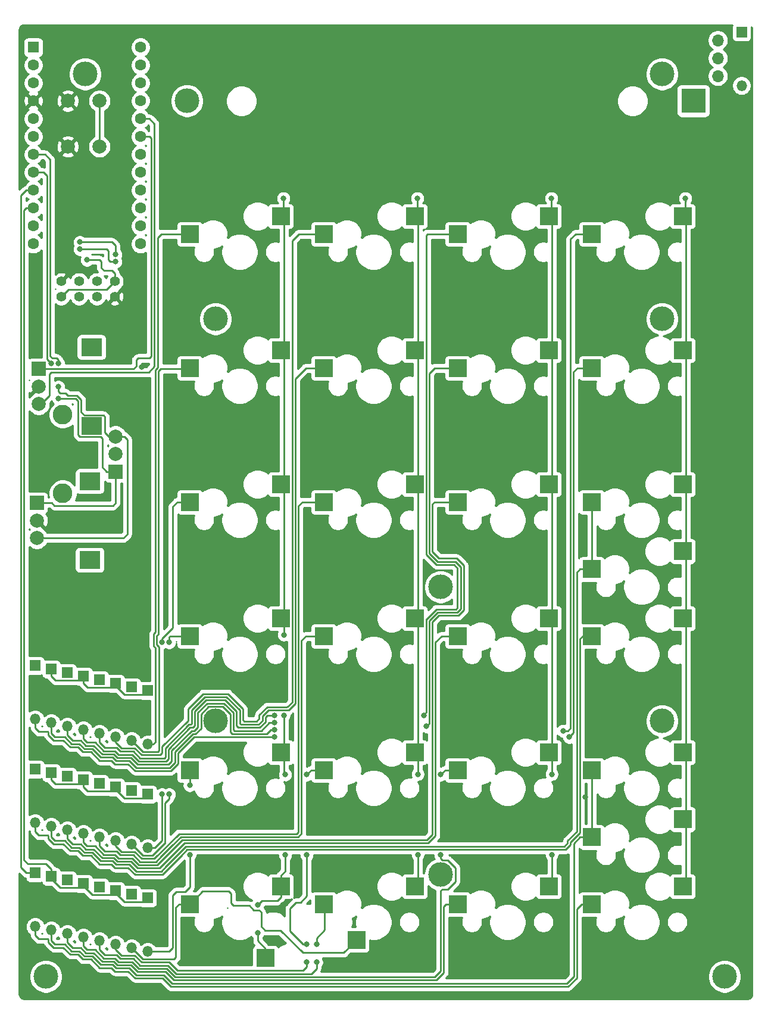
<source format=gbr>
%TF.GenerationSoftware,KiCad,Pcbnew,(5.1.10-1-10_14)*%
%TF.CreationDate,2021-10-29T16:46:54+02:00*%
%TF.ProjectId,Proletariat,50726f6c-6574-4617-9269-61742e6b6963,rev?*%
%TF.SameCoordinates,Original*%
%TF.FileFunction,Copper,L2,Bot*%
%TF.FilePolarity,Positive*%
%FSLAX46Y46*%
G04 Gerber Fmt 4.6, Leading zero omitted, Abs format (unit mm)*
G04 Created by KiCad (PCBNEW (5.1.10-1-10_14)) date 2021-10-29 16:46:54*
%MOMM*%
%LPD*%
G01*
G04 APERTURE LIST*
%TA.AperFunction,ComponentPad*%
%ADD10O,1.500000X1.500000*%
%TD*%
%TA.AperFunction,ComponentPad*%
%ADD11R,1.500000X1.500000*%
%TD*%
%TA.AperFunction,ComponentPad*%
%ADD12O,1.700000X1.700000*%
%TD*%
%TA.AperFunction,ComponentPad*%
%ADD13C,1.397000*%
%TD*%
%TA.AperFunction,ComponentPad*%
%ADD14R,2.000000X2.000000*%
%TD*%
%TA.AperFunction,ComponentPad*%
%ADD15C,2.000000*%
%TD*%
%TA.AperFunction,ComponentPad*%
%ADD16R,3.000000X2.500000*%
%TD*%
%TA.AperFunction,ComponentPad*%
%ADD17C,2.800000*%
%TD*%
%TA.AperFunction,SMDPad,CuDef*%
%ADD18R,2.550000X2.500000*%
%TD*%
%TA.AperFunction,ComponentPad*%
%ADD19C,1.600000*%
%TD*%
%TA.AperFunction,ComponentPad*%
%ADD20R,1.600000X1.600000*%
%TD*%
%TA.AperFunction,ComponentPad*%
%ADD21C,3.500000*%
%TD*%
%TA.AperFunction,ComponentPad*%
%ADD22R,3.500000X3.500000*%
%TD*%
%TA.AperFunction,ViaPad*%
%ADD23C,0.800000*%
%TD*%
%TA.AperFunction,Conductor*%
%ADD24C,0.250000*%
%TD*%
%TA.AperFunction,Conductor*%
%ADD25C,0.254000*%
%TD*%
%TA.AperFunction,Conductor*%
%ADD26C,0.100000*%
%TD*%
%TA.AperFunction,NonConductor*%
%ADD27C,0.254000*%
%TD*%
%TA.AperFunction,NonConductor*%
%ADD28C,0.100000*%
%TD*%
G04 APERTURE END LIST*
D10*
%TO.P,D0,2*%
%TO.N,Net-(BT1-Pad1)*%
X147193000Y-38481000D03*
D11*
%TO.P,D0,1*%
%TO.N,Net-(D0-Pad1)*%
X147193000Y-30861000D03*
%TD*%
D12*
%TO.P,SW30,1*%
%TO.N,N/C*%
X143814800Y-37109400D03*
%TO.P,SW30,2*%
%TO.N,Net-(D0-Pad1)*%
X143814800Y-34569400D03*
%TO.P,SW30,3*%
%TO.N,+VDC*%
X143814800Y-32029400D03*
%TD*%
D13*
%TO.P,OL2,4*%
%TO.N,GND*%
X58039000Y-68453000D03*
%TO.P,OL2,3*%
%TO.N,VCC*%
X55499000Y-68453000D03*
%TO.P,OL2,2*%
%TO.N,SCL*%
X52959000Y-68453000D03*
%TO.P,OL2,1*%
%TO.N,SDA*%
X50419000Y-68453000D03*
%TD*%
%TO.P,OL1,4*%
%TO.N,GND*%
X50419000Y-66294000D03*
%TO.P,OL1,3*%
%TO.N,VCC*%
X52959000Y-66294000D03*
%TO.P,OL1,2*%
%TO.N,SCL*%
X55499000Y-66294000D03*
%TO.P,OL1,1*%
%TO.N,SDA*%
X58039000Y-66294000D03*
%TD*%
D14*
%TO.P,SW29,A*%
%TO.N,RE1A*%
X47244000Y-78740000D03*
D15*
%TO.P,SW29,C*%
%TO.N,GND*%
X47244000Y-81240000D03*
%TO.P,SW29,B*%
%TO.N,RE1B*%
X47244000Y-83740000D03*
D16*
%TO.P,SW29,MP*%
%TO.N,N/C*%
X54744000Y-75640000D03*
X54744000Y-86840000D03*
%TD*%
D14*
%TO.P,SW28,A*%
%TO.N,RE0A*%
X46990000Y-97790000D03*
D15*
%TO.P,SW28,C*%
%TO.N,GND*%
X46990000Y-100290000D03*
%TO.P,SW28,B*%
%TO.N,RE0B*%
X46990000Y-102790000D03*
D16*
%TO.P,SW28,MP*%
%TO.N,N/C*%
X54490000Y-94690000D03*
X54490000Y-105890000D03*
%TD*%
D14*
%TO.P,SW32,A*%
%TO.N,RE0A*%
X58166000Y-93345000D03*
D15*
%TO.P,SW32,C*%
%TO.N,GND*%
X58166000Y-90845000D03*
%TO.P,SW32,B*%
%TO.N,RE0B*%
X58166000Y-88345000D03*
D17*
%TO.P,SW32,MP*%
%TO.N,N/C*%
X50666000Y-96445000D03*
X50666000Y-85245000D03*
%TD*%
D15*
%TO.P,SW31,1*%
%TO.N,RST*%
X55880000Y-47140000D03*
%TO.P,SW31,2*%
%TO.N,GND*%
X51380000Y-47140000D03*
%TO.P,SW31,1*%
%TO.N,RST*%
X55880000Y-40640000D03*
%TO.P,SW31,2*%
%TO.N,GND*%
X51380000Y-40640000D03*
%TD*%
D10*
%TO.P,D22,2*%
%TO.N,Net-(D22-Pad2)*%
X46736000Y-143256000D03*
D11*
%TO.P,D22,1*%
%TO.N,COL3*%
X46736000Y-135636000D03*
%TD*%
D10*
%TO.P,D24,2*%
%TO.N,Net-(D24-Pad2)*%
X46736000Y-157988000D03*
D11*
%TO.P,D24,1*%
%TO.N,COL5*%
X46736000Y-150368000D03*
%TD*%
D10*
%TO.P,D23,2*%
%TO.N,Net-(D23-Pad2)*%
X49022000Y-158496000D03*
D11*
%TO.P,D23,1*%
%TO.N,COL4*%
X49022000Y-150876000D03*
%TD*%
D10*
%TO.P,D21,2*%
%TO.N,Net-(D21-Pad2)*%
X49022000Y-143764000D03*
D11*
%TO.P,D21,1*%
%TO.N,COL2*%
X49022000Y-136144000D03*
%TD*%
D10*
%TO.P,D20,2*%
%TO.N,Net-(D20-Pad2)*%
X46736000Y-128524000D03*
D11*
%TO.P,D20,1*%
%TO.N,COL1*%
X46736000Y-120904000D03*
%TD*%
D10*
%TO.P,D19,2*%
%TO.N,Net-(D19-Pad2)*%
X49022000Y-129032000D03*
D11*
%TO.P,D19,1*%
%TO.N,COL0*%
X49022000Y-121412000D03*
%TD*%
D10*
%TO.P,D18,2*%
%TO.N,Net-(D18-Pad2)*%
X51308000Y-159004000D03*
D11*
%TO.P,D18,1*%
%TO.N,COL5*%
X51308000Y-151384000D03*
%TD*%
D10*
%TO.P,D17,2*%
%TO.N,Net-(D17-Pad2)*%
X53594000Y-159512000D03*
D11*
%TO.P,D17,1*%
%TO.N,COL4*%
X53594000Y-151892000D03*
%TD*%
D10*
%TO.P,D16,2*%
%TO.N,Net-(D16-Pad2)*%
X51308000Y-144272000D03*
D11*
%TO.P,D16,1*%
%TO.N,COL3*%
X51308000Y-136652000D03*
%TD*%
D10*
%TO.P,D15,2*%
%TO.N,Net-(D15-Pad2)*%
X53594000Y-144780000D03*
D11*
%TO.P,D15,1*%
%TO.N,COL2*%
X53594000Y-137160000D03*
%TD*%
D10*
%TO.P,D14,2*%
%TO.N,Net-(D14-Pad2)*%
X51308000Y-129540000D03*
D11*
%TO.P,D14,1*%
%TO.N,COL1*%
X51308000Y-121920000D03*
%TD*%
D10*
%TO.P,D13,2*%
%TO.N,Net-(D13-Pad2)*%
X53594000Y-130048000D03*
D11*
%TO.P,D13,1*%
%TO.N,COL0*%
X53594000Y-122428000D03*
%TD*%
D10*
%TO.P,D12,2*%
%TO.N,Net-(D12-Pad2)*%
X55880000Y-160020000D03*
D11*
%TO.P,D12,1*%
%TO.N,COL5*%
X55880000Y-152400000D03*
%TD*%
D10*
%TO.P,D11,2*%
%TO.N,Net-(D11-Pad2)*%
X58166000Y-160528000D03*
D11*
%TO.P,D11,1*%
%TO.N,COL4*%
X58166000Y-152908000D03*
%TD*%
D10*
%TO.P,D10,2*%
%TO.N,Net-(D10-Pad2)*%
X55880000Y-145288000D03*
D11*
%TO.P,D10,1*%
%TO.N,COL3*%
X55880000Y-137668000D03*
%TD*%
D10*
%TO.P,D9,2*%
%TO.N,Net-(D9-Pad2)*%
X58166000Y-145796000D03*
D11*
%TO.P,D9,1*%
%TO.N,COL2*%
X58166000Y-138176000D03*
%TD*%
D10*
%TO.P,D8,2*%
%TO.N,Net-(D8-Pad2)*%
X55880000Y-130556000D03*
D11*
%TO.P,D8,1*%
%TO.N,COL1*%
X55880000Y-122936000D03*
%TD*%
D10*
%TO.P,D7,2*%
%TO.N,Net-(D7-Pad2)*%
X58166000Y-131064000D03*
D11*
%TO.P,D7,1*%
%TO.N,COL0*%
X58166000Y-123444000D03*
%TD*%
D10*
%TO.P,D6,2*%
%TO.N,Net-(D6-Pad2)*%
X60452000Y-161036000D03*
D11*
%TO.P,D6,1*%
%TO.N,COL5*%
X60452000Y-153416000D03*
%TD*%
D10*
%TO.P,D5,2*%
%TO.N,Net-(D5-Pad2)*%
X62738000Y-161544000D03*
D11*
%TO.P,D5,1*%
%TO.N,COL4*%
X62738000Y-153924000D03*
%TD*%
D10*
%TO.P,D4,2*%
%TO.N,Net-(D4-Pad2)*%
X60452000Y-146304000D03*
D11*
%TO.P,D4,1*%
%TO.N,COL3*%
X60452000Y-138684000D03*
%TD*%
D10*
%TO.P,D3,2*%
%TO.N,Net-(D3-Pad2)*%
X62738000Y-146812000D03*
D11*
%TO.P,D3,1*%
%TO.N,COL2*%
X62738000Y-139192000D03*
%TD*%
D10*
%TO.P,D2,2*%
%TO.N,Net-(D2-Pad2)*%
X60452000Y-131572000D03*
D11*
%TO.P,D2,1*%
%TO.N,COL1*%
X60452000Y-123952000D03*
%TD*%
D10*
%TO.P,D1,2*%
%TO.N,Net-(D1-Pad2)*%
X62738000Y-132080000D03*
D11*
%TO.P,D1,1*%
%TO.N,COL0*%
X62738000Y-124460000D03*
%TD*%
D18*
%TO.P,SW2,2*%
%TO.N,ROW0*%
X81661000Y-76073000D03*
%TO.P,SW2,1*%
%TO.N,Net-(D2-Pad2)*%
X68734000Y-78613000D03*
%TD*%
%TO.P,SW3,2*%
%TO.N,ROW0*%
X81661000Y-95123000D03*
%TO.P,SW3,1*%
%TO.N,Net-(D3-Pad2)*%
X68734000Y-97663000D03*
%TD*%
%TO.P,SW4,2*%
%TO.N,ROW0*%
X81661000Y-114173000D03*
%TO.P,SW4,1*%
%TO.N,Net-(D4-Pad2)*%
X68734000Y-116713000D03*
%TD*%
%TO.P,SW5,2*%
%TO.N,ROW0*%
X81661000Y-133223000D03*
%TO.P,SW5,1*%
%TO.N,Net-(D5-Pad2)*%
X68734000Y-135763000D03*
%TD*%
%TO.P,SW6,2*%
%TO.N,ROW0*%
X81661000Y-152273000D03*
%TO.P,SW6,1*%
%TO.N,Net-(D6-Pad2)*%
X68734000Y-154813000D03*
%TD*%
%TO.P,SW7,2*%
%TO.N,ROW0*%
X79502000Y-162433000D03*
%TO.P,SW7,1*%
%TO.N,Net-(D6-Pad2)*%
X92429000Y-159893000D03*
%TD*%
%TO.P,SW8,2*%
%TO.N,ROW1*%
X100711000Y-57023000D03*
%TO.P,SW8,1*%
%TO.N,Net-(D7-Pad2)*%
X87784000Y-59563000D03*
%TD*%
%TO.P,SW9,2*%
%TO.N,ROW1*%
X100711000Y-76073000D03*
%TO.P,SW9,1*%
%TO.N,Net-(D8-Pad2)*%
X87784000Y-78613000D03*
%TD*%
%TO.P,SW10,2*%
%TO.N,ROW1*%
X100711000Y-95123000D03*
%TO.P,SW10,1*%
%TO.N,Net-(D9-Pad2)*%
X87784000Y-97663000D03*
%TD*%
%TO.P,SW13,2*%
%TO.N,ROW1*%
X100711000Y-152273000D03*
%TO.P,SW13,1*%
%TO.N,Net-(D12-Pad2)*%
X87784000Y-154813000D03*
%TD*%
%TO.P,SW14,2*%
%TO.N,ROW2*%
X119761000Y-57023000D03*
%TO.P,SW14,1*%
%TO.N,Net-(D13-Pad2)*%
X106834000Y-59563000D03*
%TD*%
%TO.P,SW15,2*%
%TO.N,ROW2*%
X119761000Y-76073000D03*
%TO.P,SW15,1*%
%TO.N,Net-(D14-Pad2)*%
X106834000Y-78613000D03*
%TD*%
%TO.P,SW16,2*%
%TO.N,ROW2*%
X119761000Y-95123000D03*
%TO.P,SW16,1*%
%TO.N,Net-(D15-Pad2)*%
X106834000Y-97663000D03*
%TD*%
%TO.P,SW17,2*%
%TO.N,ROW2*%
X119761000Y-114173000D03*
%TO.P,SW17,1*%
%TO.N,Net-(D16-Pad2)*%
X106834000Y-116713000D03*
%TD*%
%TO.P,SW18,2*%
%TO.N,ROW2*%
X119761000Y-133223000D03*
%TO.P,SW18,1*%
%TO.N,Net-(D17-Pad2)*%
X106834000Y-135763000D03*
%TD*%
%TO.P,SW19,2*%
%TO.N,ROW2*%
X119761000Y-152273000D03*
%TO.P,SW19,1*%
%TO.N,Net-(D18-Pad2)*%
X106834000Y-154813000D03*
%TD*%
%TO.P,SW20,2*%
%TO.N,ROW3*%
X138811000Y-57023000D03*
%TO.P,SW20,1*%
%TO.N,Net-(D19-Pad2)*%
X125884000Y-59563000D03*
%TD*%
%TO.P,SW21,2*%
%TO.N,ROW3*%
X138811000Y-76073000D03*
%TO.P,SW21,1*%
%TO.N,Net-(D20-Pad2)*%
X125884000Y-78613000D03*
%TD*%
%TO.P,SW22,2*%
%TO.N,ROW3*%
X138811000Y-95123000D03*
%TO.P,SW22,1*%
%TO.N,Net-(D21-Pad2)*%
X125884000Y-97663000D03*
%TD*%
%TO.P,SW23,2*%
%TO.N,ROW3*%
X138811000Y-114173000D03*
%TO.P,SW23,1*%
%TO.N,Net-(D22-Pad2)*%
X125884000Y-116713000D03*
%TD*%
%TO.P,SW24,2*%
%TO.N,ROW3*%
X138811000Y-133223000D03*
%TO.P,SW24,1*%
%TO.N,Net-(D23-Pad2)*%
X125884000Y-135763000D03*
%TD*%
%TO.P,SW25,2*%
%TO.N,ROW3*%
X138811000Y-152273000D03*
%TO.P,SW25,1*%
%TO.N,Net-(D24-Pad2)*%
X125884000Y-154813000D03*
%TD*%
%TO.P,SW26,2*%
%TO.N,ROW3*%
X138811000Y-104648000D03*
%TO.P,SW26,1*%
%TO.N,Net-(D21-Pad2)*%
X125884000Y-107188000D03*
%TD*%
%TO.P,SW27,2*%
%TO.N,ROW3*%
X138811000Y-142748000D03*
%TO.P,SW27,1*%
%TO.N,Net-(D23-Pad2)*%
X125884000Y-145288000D03*
%TD*%
%TO.P,SW1,2*%
%TO.N,ROW0*%
X81661000Y-57023000D03*
%TO.P,SW1,1*%
%TO.N,Net-(D1-Pad2)*%
X68734000Y-59563000D03*
%TD*%
D19*
%TO.P,U1,24*%
%TO.N,+VDC*%
X61722000Y-33020000D03*
%TO.P,U1,23*%
%TO.N,-VDC*%
X61722000Y-35560000D03*
%TO.P,U1,22*%
%TO.N,RST*%
X61722000Y-38100000D03*
%TO.P,U1,21*%
%TO.N,VCC*%
X61722000Y-40640000D03*
%TO.P,U1,20*%
%TO.N,RE1B*%
X61722000Y-43180000D03*
%TO.P,U1,19*%
%TO.N,RE1A*%
X61722000Y-45720000D03*
%TO.P,U1,18*%
%TO.N,COL3*%
X61722000Y-48260000D03*
%TO.P,U1,17*%
%TO.N,COL2*%
X61722000Y-50800000D03*
%TO.P,U1,16*%
%TO.N,ROW3*%
X61722000Y-53340000D03*
%TO.P,U1,15*%
%TO.N,ROW2*%
X61722000Y-55880000D03*
%TO.P,U1,14*%
%TO.N,ROW1*%
X61722000Y-58420000D03*
%TO.P,U1,13*%
%TO.N,ROW0*%
X61722000Y-60960000D03*
%TO.P,U1,12*%
%TO.N,COL1*%
X46482000Y-60960000D03*
%TO.P,U1,11*%
%TO.N,COL0*%
X46482000Y-58420000D03*
%TO.P,U1,10*%
%TO.N,COL4*%
X46482000Y-55880000D03*
%TO.P,U1,9*%
%TO.N,COL5*%
X46482000Y-53340000D03*
%TO.P,U1,8*%
%TO.N,RE0A*%
X46482000Y-50800000D03*
%TO.P,U1,7*%
%TO.N,RE0B*%
X46482000Y-48260000D03*
%TO.P,U1,6*%
%TO.N,SDA*%
X46482000Y-45720000D03*
%TO.P,U1,5*%
%TO.N,SCL*%
X46482000Y-43180000D03*
%TO.P,U1,4*%
%TO.N,GND*%
X46482000Y-40640000D03*
%TO.P,U1,3*%
%TO.N,N/C*%
X46482000Y-38100000D03*
%TO.P,U1,2*%
X46482000Y-35560000D03*
D20*
%TO.P,U1,1*%
X46482000Y-33020000D03*
%TD*%
D18*
%TO.P,SW12,2*%
%TO.N,ROW1*%
X100711000Y-133223000D03*
%TO.P,SW12,1*%
%TO.N,Net-(D11-Pad2)*%
X87784000Y-135763000D03*
%TD*%
D21*
%TO.P,H1,1*%
%TO.N,N/C*%
X135890000Y-36830000D03*
%TD*%
%TO.P,H2,1*%
%TO.N,N/C*%
X104394000Y-109728000D03*
%TD*%
%TO.P,H3,1*%
%TO.N,N/C*%
X53848000Y-36830000D03*
%TD*%
%TO.P,H4,1*%
%TO.N,N/C*%
X48260000Y-165100000D03*
%TD*%
%TO.P,H5,1*%
%TO.N,N/C*%
X72390000Y-71628000D03*
%TD*%
%TO.P,H6,1*%
%TO.N,N/C*%
X144780000Y-165100000D03*
%TD*%
D18*
%TO.P,SW11,2*%
%TO.N,ROW1*%
X100711000Y-114173000D03*
%TO.P,SW11,1*%
%TO.N,Net-(D10-Pad2)*%
X87784000Y-116713000D03*
%TD*%
D22*
%TO.P,BT1,1*%
%TO.N,Net-(BT1-Pad1)*%
X140335000Y-40640000D03*
D21*
%TO.P,BT1,2*%
%TO.N,-VDC*%
X68335000Y-40640000D03*
%TD*%
%TO.P,H7,1*%
%TO.N,N/C*%
X135890000Y-71628000D03*
%TD*%
%TO.P,H8,1*%
%TO.N,N/C*%
X72390000Y-128778000D03*
%TD*%
%TO.P,H9,1*%
%TO.N,N/C*%
X135890000Y-128778000D03*
%TD*%
%TO.P,H10,1*%
%TO.N,N/C*%
X104394000Y-150622000D03*
%TD*%
D23*
%TO.N,COL0*%
X58166000Y-62484000D03*
X53086000Y-60706000D03*
%TO.N,ROW0*%
X82296000Y-136398000D03*
X82296000Y-147828000D03*
X78359000Y-154940000D03*
X78359000Y-158877000D03*
X82099001Y-127958999D03*
X82099001Y-116528999D03*
X82042000Y-54483000D03*
%TO.N,COL1*%
X58166000Y-63500000D03*
X53086000Y-61722000D03*
%TO.N,Net-(D3-Pad2)*%
X64770000Y-139192000D03*
X64770000Y-117602000D03*
%TO.N,Net-(D4-Pad2)*%
X65786000Y-139192000D03*
X65786000Y-117602000D03*
%TO.N,Net-(D5-Pad2)*%
X68707000Y-147828000D03*
X68707000Y-137922000D03*
%TO.N,Net-(D11-Pad2)*%
X85344000Y-136398000D03*
X85344000Y-163068000D03*
X85344000Y-160528000D03*
X85344000Y-147828000D03*
%TO.N,Net-(D12-Pad2)*%
X86741000Y-163068000D03*
X86741000Y-160528000D03*
%TO.N,Net-(D13-Pad2)*%
X80772000Y-128016000D03*
X101981000Y-128016000D03*
%TO.N,Net-(D14-Pad2)*%
X80772000Y-129032000D03*
X102362000Y-129540000D03*
%TO.N,Net-(D17-Pad2)*%
X104394000Y-147828000D03*
X104394000Y-136398000D03*
%TO.N,Net-(D19-Pad2)*%
X80772000Y-130048000D03*
X121793000Y-130175000D03*
%TO.N,Net-(D20-Pad2)*%
X80772000Y-131064000D03*
X122682000Y-131064000D03*
%TO.N,ROW1*%
X101149001Y-147770999D03*
X101149001Y-136340999D03*
X101077491Y-54483000D03*
%TO.N,ROW2*%
X120199001Y-147770999D03*
X120199001Y-136340999D03*
X120142000Y-54483000D03*
%TO.N,ROW3*%
X139192000Y-54483000D03*
%TO.N,GND*%
X49199800Y-45847000D03*
X56769000Y-53721000D03*
X46863000Y-67056000D03*
X52070000Y-81280000D03*
X61849000Y-78486000D03*
X50546000Y-90678000D03*
X57023000Y-97028000D03*
X46609000Y-124968000D03*
X46609000Y-132461000D03*
X46736000Y-139954000D03*
X72644000Y-159512000D03*
X98298000Y-159385000D03*
X117221000Y-159766000D03*
X124968000Y-139573000D03*
X102362000Y-107315000D03*
X124841000Y-101219000D03*
X84201000Y-152146000D03*
X75438000Y-148971000D03*
X81915000Y-154940000D03*
X80518000Y-159893000D03*
%TO.N,SDA*%
X54102000Y-63246000D03*
%TO.N,RE0A*%
X50038000Y-82931000D03*
X49022000Y-77978000D03*
%TO.N,RE0B*%
X50038000Y-81280000D03*
X50038000Y-77978000D03*
%TD*%
D24*
%TO.N,*%
X49472010Y-84893990D02*
X50038000Y-84328000D01*
%TO.N,Net-(D1-Pad2)*%
X64643000Y-59563000D02*
X68734000Y-59563000D01*
X64146019Y-60059981D02*
X64643000Y-59563000D01*
X64146019Y-78565393D02*
X64146019Y-60059981D01*
X63813001Y-78898411D02*
X64146019Y-78565393D01*
X63813001Y-116137001D02*
X63813001Y-78898411D01*
X63594989Y-116355013D02*
X63813001Y-116137001D01*
X63813001Y-118354413D02*
X63594989Y-118136401D01*
X63813001Y-131766999D02*
X63813001Y-118354413D01*
X63594989Y-118136401D02*
X63594989Y-116355013D01*
X63500000Y-132080000D02*
X63813001Y-131766999D01*
X62738000Y-132080000D02*
X63500000Y-132080000D01*
%TO.N,COL0*%
X58166000Y-123751002D02*
X58166000Y-123444000D01*
X62170999Y-125027001D02*
X59441999Y-125027001D01*
X59441999Y-125027001D02*
X58166000Y-123751002D01*
X62738000Y-124460000D02*
X62170999Y-125027001D01*
X53594000Y-123428000D02*
X53594000Y-122428000D01*
X57598999Y-124011001D02*
X54177001Y-124011001D01*
X54177001Y-124011001D02*
X53594000Y-123428000D01*
X58166000Y-123444000D02*
X57598999Y-124011001D01*
X49022000Y-122412000D02*
X49022000Y-121412000D01*
X53026999Y-122995001D02*
X49605001Y-122995001D01*
X49605001Y-122995001D02*
X49022000Y-122412000D01*
X53594000Y-122428000D02*
X53026999Y-122995001D01*
X57912000Y-60960000D02*
X57658000Y-60706000D01*
X57658000Y-60706000D02*
X53594000Y-60706000D01*
X53594000Y-60706000D02*
X53594000Y-60706000D01*
X53594000Y-60706000D02*
X53086000Y-60706000D01*
X58166000Y-61214000D02*
X57658000Y-60706000D01*
X58166000Y-62484000D02*
X58166000Y-61214000D01*
%TO.N,ROW0*%
X81661000Y-152273000D02*
X81661000Y-150749000D01*
X81661000Y-150749000D02*
X82296000Y-150114000D01*
X82296000Y-150114000D02*
X82296000Y-150114000D01*
X82099001Y-75634999D02*
X81661000Y-76073000D01*
X81661000Y-57023000D02*
X82099001Y-57461001D01*
X82099001Y-94684999D02*
X81661000Y-95123000D01*
X82099001Y-76511001D02*
X82099001Y-94684999D01*
X81661000Y-76073000D02*
X82099001Y-76511001D01*
X82099001Y-95561001D02*
X81661000Y-95123000D01*
X82099001Y-113734999D02*
X82099001Y-95561001D01*
X81661000Y-114173000D02*
X82099001Y-113734999D01*
X82099001Y-114611001D02*
X81661000Y-114173000D01*
X82099001Y-132784999D02*
X82099001Y-127958999D01*
X81661000Y-133223000D02*
X82099001Y-132784999D01*
X82099001Y-57461001D02*
X82099001Y-58731001D01*
X82099001Y-54765031D02*
X82056485Y-54722515D01*
X82099001Y-58731001D02*
X82099001Y-75634999D01*
X82296000Y-150114000D02*
X82296000Y-147828000D01*
X79502000Y-162433000D02*
X79502000Y-161163000D01*
X79502000Y-161163000D02*
X78359000Y-160020000D01*
X78359000Y-160020000D02*
X78359000Y-158877000D01*
X81661000Y-152273000D02*
X81661000Y-153797000D01*
X81661000Y-153797000D02*
X81153000Y-154305000D01*
X81153000Y-154305000D02*
X78994000Y-154305000D01*
X78994000Y-154305000D02*
X78359000Y-154940000D01*
X78359000Y-154940000D02*
X78359000Y-154940000D01*
X78359000Y-158877000D02*
X78359000Y-158750000D01*
X82099001Y-116528999D02*
X82099001Y-114611001D01*
X82099001Y-54540001D02*
X82042000Y-54483000D01*
X82042000Y-56642000D02*
X81661000Y-57023000D01*
X82042000Y-54483000D02*
X82042000Y-56642000D01*
X81661000Y-133223000D02*
X82099001Y-133661001D01*
X82296000Y-136398000D02*
X82296000Y-136156998D01*
X82296000Y-136156998D02*
X82099001Y-135959999D01*
X82099001Y-133661001D02*
X82099001Y-135959999D01*
%TO.N,Net-(D2-Pad2)*%
X60452000Y-131572000D02*
X62035001Y-133155001D01*
X64607822Y-78740000D02*
X68607000Y-78740000D01*
X64263011Y-116459399D02*
X64263011Y-79084811D01*
X68607000Y-78740000D02*
X68734000Y-78613000D01*
X64044999Y-116677411D02*
X64263011Y-116459399D01*
X64263011Y-79084811D02*
X64607822Y-78740000D01*
X64044999Y-117950001D02*
X64044999Y-116677411D01*
X64202999Y-133155001D02*
X64355945Y-133002055D01*
X62035001Y-133155001D02*
X63305001Y-133155001D01*
X63305001Y-133155001D02*
X64202999Y-133155001D01*
X63305001Y-133155001D02*
X63450607Y-133155001D01*
X64355945Y-133002055D02*
X64355945Y-118260947D01*
X64355945Y-118260947D02*
X64233499Y-118138501D01*
X64233499Y-118138501D02*
X64044999Y-117950001D01*
X64263011Y-118168013D02*
X64233499Y-118138501D01*
%TO.N,COL1*%
X54356000Y-61722000D02*
X53848000Y-61722000D01*
X54356000Y-61722000D02*
X53594000Y-61722000D01*
X53594000Y-61722000D02*
X53340000Y-61722000D01*
X53340000Y-61722000D02*
X53086000Y-61976000D01*
X53340000Y-61722000D02*
X53340000Y-61722000D01*
X57150000Y-63246000D02*
X57150000Y-61976000D01*
X57404000Y-63500000D02*
X57150000Y-63246000D01*
X58166000Y-63500000D02*
X57404000Y-63500000D01*
X56896000Y-61722000D02*
X54356000Y-61722000D01*
X57150000Y-61976000D02*
X56896000Y-61722000D01*
%TO.N,Net-(D3-Pad2)*%
X63754000Y-146812000D02*
X64770000Y-145796000D01*
X64770000Y-145796000D02*
X64770000Y-139192000D01*
X63754000Y-146812000D02*
X62738000Y-146812000D01*
X64770000Y-117036315D02*
X64770000Y-117602000D01*
X66294000Y-98298000D02*
X66294000Y-115512316D01*
X66929000Y-97663000D02*
X66294000Y-98298000D01*
X66294000Y-115512316D02*
X64770000Y-117036315D01*
X68734000Y-97663000D02*
X66929000Y-97663000D01*
%TO.N,COL2*%
X58166000Y-138483002D02*
X58166000Y-138176000D01*
X62170999Y-139759001D02*
X59441999Y-139759001D01*
X59441999Y-139759001D02*
X58166000Y-138483002D01*
X62738000Y-139192000D02*
X62170999Y-139759001D01*
X57598999Y-138743001D02*
X54177001Y-138743001D01*
X53594000Y-138160000D02*
X53594000Y-137160000D01*
X54177001Y-138743001D02*
X53594000Y-138160000D01*
X58166000Y-138176000D02*
X57598999Y-138743001D01*
X49022000Y-137144000D02*
X49022000Y-136144000D01*
X49605001Y-137727001D02*
X49022000Y-137144000D01*
X53026999Y-137727001D02*
X49605001Y-137727001D01*
X53594000Y-137160000D02*
X53026999Y-137727001D01*
%TO.N,Net-(D4-Pad2)*%
X66929000Y-116713000D02*
X68734000Y-116713000D01*
X63450607Y-147887001D02*
X64012804Y-147324804D01*
X62035001Y-147887001D02*
X63450607Y-147887001D01*
X60452000Y-146304000D02*
X62035001Y-147887001D01*
X64008000Y-147329609D02*
X64012804Y-147324804D01*
X65786000Y-139827000D02*
X65786000Y-139192000D01*
X65786000Y-116840000D02*
X65786000Y-117602000D01*
X65913000Y-116713000D02*
X65786000Y-116840000D01*
X68734000Y-116713000D02*
X65913000Y-116713000D01*
X64012804Y-147324804D02*
X65028804Y-146308804D01*
X65028804Y-146308804D02*
X65155805Y-146181805D01*
X65220010Y-140392990D02*
X65659000Y-139954000D01*
X65659000Y-139954000D02*
X65786000Y-139827000D01*
X65532000Y-140081000D02*
X65659000Y-139954000D01*
X65220010Y-146117598D02*
X65028804Y-146308804D01*
X65220010Y-144710990D02*
X65220010Y-146117598D01*
X65220010Y-145982400D02*
X65220010Y-144710990D01*
X65220010Y-144710990D02*
X65220010Y-140392990D01*
%TO.N,Net-(D5-Pad2)*%
X68707000Y-135790000D02*
X68734000Y-135763000D01*
X68707000Y-137922000D02*
X68707000Y-135790000D01*
X68707000Y-152400000D02*
X68707000Y-150241000D01*
X68072000Y-153035000D02*
X68707000Y-152400000D01*
X66294000Y-153543000D02*
X66802000Y-153035000D01*
X66802000Y-153035000D02*
X68072000Y-153035000D01*
X68707000Y-150241000D02*
X68707000Y-147828000D01*
X66294000Y-161036000D02*
X66294000Y-160528000D01*
X65786000Y-161544000D02*
X66294000Y-161036000D01*
X62738000Y-161544000D02*
X65786000Y-161544000D01*
X66294000Y-160528000D02*
X66294000Y-153543000D01*
X66294000Y-160782000D02*
X66294000Y-160528000D01*
%TO.N,COL4*%
X59441999Y-154491001D02*
X58166000Y-153215002D01*
X58166000Y-153215002D02*
X58166000Y-152908000D01*
X62170999Y-154491001D02*
X59441999Y-154491001D01*
X62738000Y-153924000D02*
X62170999Y-154491001D01*
X53594000Y-152199002D02*
X53594000Y-151892000D01*
X57598999Y-153475001D02*
X54869999Y-153475001D01*
X54869999Y-153475001D02*
X53594000Y-152199002D01*
X58166000Y-152908000D02*
X57598999Y-153475001D01*
X50297999Y-152459001D02*
X49022000Y-151183002D01*
X53026999Y-152459001D02*
X50297999Y-152459001D01*
X49022000Y-151183002D02*
X49022000Y-150876000D01*
X53594000Y-151892000D02*
X53026999Y-152459001D01*
X45466000Y-55880000D02*
X46482000Y-55880000D01*
X45154010Y-56191990D02*
X45466000Y-55880000D01*
X45154010Y-56318990D02*
X45154010Y-56191990D01*
X45154010Y-56584010D02*
X45154010Y-56318990D01*
X45154010Y-86175010D02*
X45154010Y-56318990D01*
X45154010Y-148532010D02*
X45154010Y-86175010D01*
X45720000Y-149098000D02*
X45154010Y-148532010D01*
X48260000Y-149098000D02*
X45720000Y-149098000D01*
X49022000Y-149860000D02*
X48260000Y-149098000D01*
X49022000Y-150876000D02*
X49022000Y-149860000D01*
%TO.N,Net-(D6-Pad2)*%
X60452000Y-161036000D02*
X62035001Y-162619001D01*
X67183000Y-154813000D02*
X68734000Y-154813000D01*
X66744009Y-155251991D02*
X67183000Y-154813000D01*
X63051001Y-162619001D02*
X66488999Y-162619001D01*
X62035001Y-162619001D02*
X63051001Y-162619001D01*
X63051001Y-162619001D02*
X63450607Y-162619001D01*
X66744009Y-162363991D02*
X66744009Y-160839991D01*
X66488999Y-162619001D02*
X66744009Y-162363991D01*
X66744009Y-160839991D02*
X66744009Y-155251991D01*
X66744009Y-160968401D02*
X66744009Y-160839991D01*
X74247999Y-152987999D02*
X70559001Y-152987999D01*
X74549000Y-154686000D02*
X74549000Y-153289000D01*
X78867000Y-157988000D02*
X78867000Y-155956000D01*
X78576001Y-155665001D02*
X77814001Y-155665001D01*
X70559001Y-152987999D02*
X68734000Y-154813000D01*
X79432001Y-158553001D02*
X78867000Y-157988000D01*
X81625003Y-158553001D02*
X79432001Y-158553001D01*
X77176999Y-155027999D02*
X74890999Y-155027999D01*
X74890999Y-155027999D02*
X74549000Y-154686000D01*
X78867000Y-155956000D02*
X78576001Y-155665001D01*
X77814001Y-155665001D02*
X77176999Y-155027999D01*
X84790003Y-161718001D02*
X81625003Y-158553001D01*
X90603999Y-161718001D02*
X84790003Y-161718001D01*
X74549000Y-153289000D02*
X74247999Y-152987999D01*
X92429000Y-159893000D02*
X90603999Y-161718001D01*
%TO.N,COL5*%
X45466000Y-53340000D02*
X46482000Y-53340000D01*
X44704000Y-149606000D02*
X44704000Y-54102000D01*
X44704000Y-54102000D02*
X45466000Y-53340000D01*
X45466000Y-150368000D02*
X44704000Y-149606000D01*
X46736000Y-150368000D02*
X45466000Y-150368000D01*
%TO.N,Net-(D7-Pad2)*%
X60890591Y-132647001D02*
X61848601Y-133605011D01*
X58166000Y-131064000D02*
X58166000Y-131826000D01*
X58166000Y-131826000D02*
X58987001Y-132647001D01*
X58987001Y-132647001D02*
X60890591Y-132647001D01*
X61848601Y-133605011D02*
X63498990Y-133605010D01*
X63498990Y-133605010D02*
X63637008Y-133605010D01*
X64514990Y-133605010D02*
X63498990Y-133605010D01*
X68514964Y-127036395D02*
X68514963Y-128708987D01*
X74131604Y-124902962D02*
X70648401Y-124902961D01*
X76265041Y-127036399D02*
X74131604Y-124902962D01*
X76489950Y-128813950D02*
X76265041Y-128589041D01*
X78196050Y-128813950D02*
X76489950Y-128813950D01*
X68514963Y-128708987D02*
X64805955Y-132417995D01*
X79715192Y-126783988D02*
X78601982Y-127897198D01*
X78601981Y-128408019D02*
X78196050Y-128813950D01*
X70648401Y-124902961D02*
X68514964Y-127036395D01*
X82512012Y-126783988D02*
X79715192Y-126783988D01*
X64805955Y-132417995D02*
X64805954Y-133314046D01*
X82635586Y-126746000D02*
X82550000Y-126746000D01*
X84201000Y-59563000D02*
X83268969Y-60495031D01*
X76265041Y-128589041D02*
X76265041Y-127036399D01*
X78601982Y-127897198D02*
X78601981Y-128408019D01*
X83268969Y-126112617D02*
X82635586Y-126746000D01*
X82550000Y-126746000D02*
X82512012Y-126783988D01*
X83268969Y-60495031D02*
X83268969Y-126112617D01*
X64805954Y-133314046D02*
X64514990Y-133605010D01*
X87784000Y-59563000D02*
X84201000Y-59563000D01*
%TO.N,Net-(D8-Pad2)*%
X58800601Y-133097011D02*
X60704191Y-133097011D01*
X60704191Y-133097011D02*
X61662202Y-134055020D01*
X58291590Y-132588000D02*
X58800601Y-133097011D01*
X55880000Y-130556000D02*
X55880000Y-131826000D01*
X55880000Y-131826000D02*
X56642000Y-132588000D01*
X56642000Y-132588000D02*
X58291590Y-132588000D01*
X61662202Y-134055020D02*
X63556980Y-134055020D01*
X63556980Y-134055020D02*
X63891009Y-134055019D01*
X82783998Y-127233998D02*
X83718979Y-126299017D01*
X79901592Y-127233998D02*
X82783998Y-127233998D01*
X75968040Y-129263960D02*
X78505220Y-129263960D01*
X75815031Y-129110951D02*
X75968040Y-129263960D01*
X68964971Y-129155029D02*
X68964972Y-127222796D01*
X85217000Y-78613000D02*
X87784000Y-78613000D01*
X83718979Y-126299017D02*
X83718979Y-80111021D01*
X73945203Y-125352971D02*
X75815031Y-127222799D01*
X79051990Y-128717190D02*
X79051991Y-128083599D01*
X70834800Y-125352970D02*
X73945203Y-125352971D01*
X68964972Y-127222796D02*
X70834800Y-125352970D01*
X68596400Y-129263960D02*
X68856040Y-129263960D01*
X78505220Y-129263960D02*
X79051990Y-128717190D01*
X65080980Y-134055020D02*
X65255963Y-133880037D01*
X65255964Y-132604396D02*
X68596400Y-129263960D01*
X68856040Y-129263960D02*
X68964971Y-129155029D01*
X83718979Y-80111021D02*
X85217000Y-78613000D01*
X65255963Y-133880037D02*
X65255964Y-132604396D01*
X79051991Y-128083599D02*
X79901592Y-127233998D01*
X75815031Y-127222799D02*
X75815031Y-129110951D01*
X63556980Y-134055020D02*
X65080980Y-134055020D01*
%TO.N,Net-(D9-Pad2)*%
X60890591Y-147379001D02*
X58987001Y-147379001D01*
X61848601Y-148337011D02*
X60890591Y-147379001D01*
X63637008Y-148337010D02*
X61848601Y-148337011D01*
X67178070Y-144795948D02*
X63637008Y-148337010D01*
X58987001Y-147379001D02*
X58166000Y-146558000D01*
X83929642Y-144795948D02*
X67178070Y-144795948D01*
X84168989Y-144556601D02*
X83929642Y-144795948D01*
X58166000Y-146558000D02*
X58166000Y-145796000D01*
X84168989Y-98203011D02*
X84168989Y-144556601D01*
X84709000Y-97663000D02*
X84168989Y-98203011D01*
X87784000Y-97663000D02*
X84709000Y-97663000D01*
%TO.N,Net-(D10-Pad2)*%
X61662202Y-148787020D02*
X63891009Y-148787019D01*
X60704191Y-147829011D02*
X61662202Y-148787020D01*
X58800601Y-147829011D02*
X60704191Y-147829011D01*
X63891009Y-148787019D02*
X64683014Y-147995014D01*
X55880000Y-145288000D02*
X55880000Y-146558000D01*
X56642000Y-147320000D02*
X58291590Y-147320000D01*
X58291590Y-147320000D02*
X58800601Y-147829011D01*
X55880000Y-146558000D02*
X56642000Y-147320000D01*
X64516000Y-148162027D02*
X64683014Y-147995014D01*
X64683014Y-147995014D02*
X66207014Y-146471014D01*
X66207014Y-146471014D02*
X66322827Y-146355200D01*
X67432070Y-145245958D02*
X66207014Y-146471014D01*
X84618999Y-144743001D02*
X84116042Y-145245958D01*
X85217000Y-116713000D02*
X84618999Y-117311001D01*
X84116042Y-145245958D02*
X67432070Y-145245958D01*
X84618999Y-117311001D02*
X84618999Y-144743001D01*
X87784000Y-116713000D02*
X85217000Y-116713000D01*
%TO.N,Net-(D11-Pad2)*%
X60890591Y-162111001D02*
X61848601Y-163069011D01*
X58166000Y-160528000D02*
X58166000Y-161290000D01*
X58166000Y-161290000D02*
X58987001Y-162111001D01*
X58987001Y-162111001D02*
X60890591Y-162111001D01*
X85979000Y-135763000D02*
X87784000Y-135763000D01*
X85344000Y-136398000D02*
X85344000Y-136398000D01*
X85344000Y-136398000D02*
X85344000Y-136398000D01*
X84788999Y-164258001D02*
X85344000Y-163703000D01*
X85344000Y-163703000D02*
X85344000Y-163068000D01*
X85344000Y-136398000D02*
X85979000Y-135763000D01*
X85344000Y-163068000D02*
X85344000Y-163068000D01*
X85344000Y-153670000D02*
X85344000Y-147828000D01*
X83820000Y-154559000D02*
X84455000Y-154559000D01*
X84455000Y-154559000D02*
X85344000Y-153670000D01*
X82931000Y-155448000D02*
X83820000Y-154559000D01*
X82931000Y-158623000D02*
X82931000Y-155448000D01*
X84836000Y-160528000D02*
X82931000Y-158623000D01*
X85344000Y-147828000D02*
X85344000Y-147828000D01*
X84836000Y-160528000D02*
X85344000Y-160528000D01*
X63498990Y-163069010D02*
X65792651Y-163069011D01*
X61848601Y-163069011D02*
X63498990Y-163069010D01*
X63498990Y-163069010D02*
X63637008Y-163069010D01*
X66981641Y-164258001D02*
X67738001Y-164258001D01*
X65792651Y-163069011D02*
X66981641Y-164258001D01*
X67738001Y-164258001D02*
X84788999Y-164258001D01*
X67602801Y-164258001D02*
X67738001Y-164258001D01*
%TO.N,Net-(D12-Pad2)*%
X58800601Y-162561011D02*
X60704191Y-162561011D01*
X60704191Y-162561011D02*
X61662202Y-163519020D01*
X58291590Y-162052000D02*
X58800601Y-162561011D01*
X55880000Y-160020000D02*
X55880000Y-161290000D01*
X55880000Y-161290000D02*
X56642000Y-162052000D01*
X56642000Y-162052000D02*
X58291590Y-162052000D01*
X86741000Y-163195000D02*
X86741000Y-163195000D01*
X86741000Y-160528000D02*
X86741000Y-159639000D01*
X86741000Y-159639000D02*
X87884000Y-158496000D01*
X87884000Y-154913000D02*
X87784000Y-154813000D01*
X87884000Y-158496000D02*
X87884000Y-154913000D01*
X86741000Y-163957000D02*
X86741000Y-163195000D01*
X85989989Y-164708011D02*
X86741000Y-163957000D01*
X63697020Y-163519020D02*
X65606250Y-163519020D01*
X61662202Y-163519020D02*
X63697020Y-163519020D01*
X63697020Y-163519020D02*
X63891009Y-163519019D01*
X65606250Y-163519020D02*
X66795241Y-164708011D01*
X66795241Y-164708011D02*
X67680011Y-164708011D01*
X67680011Y-164708011D02*
X85989989Y-164708011D01*
X67416401Y-164708011D02*
X67680011Y-164708011D01*
%TO.N,Net-(D13-Pad2)*%
X55243590Y-131826000D02*
X56455600Y-133038010D01*
X60517793Y-133547021D02*
X61475803Y-134505029D01*
X56455600Y-133038010D02*
X58105190Y-133038010D01*
X58614201Y-133547021D02*
X60517793Y-133547021D01*
X54102000Y-131826000D02*
X55243590Y-131826000D01*
X58105190Y-133038010D02*
X58614201Y-133547021D01*
X53594000Y-131318000D02*
X54102000Y-131826000D01*
X53594000Y-130048000D02*
X53594000Y-131318000D01*
X61475803Y-134505029D02*
X63614971Y-134505029D01*
X63614971Y-134505029D02*
X64122971Y-134505029D01*
X80772000Y-128016000D02*
X80772000Y-128016000D01*
X102489000Y-59563000D02*
X106834000Y-59563000D01*
X102318969Y-59733031D02*
X102489000Y-59563000D01*
X101854000Y-128016000D02*
X102318969Y-127551031D01*
X102318969Y-114510969D02*
X102318971Y-114340209D01*
X102318971Y-114340209D02*
X103767199Y-112891981D01*
X102318969Y-127551031D02*
X102318969Y-114510969D01*
X102318969Y-114510969D02*
X102318969Y-114256969D01*
X103767199Y-112891981D02*
X106561199Y-112891981D01*
X106561199Y-112891981D02*
X106795980Y-112657200D01*
X106795980Y-112657200D02*
X106795980Y-107052800D01*
X106795980Y-107052800D02*
X106307199Y-106564019D01*
X102318969Y-105115789D02*
X102318969Y-104945031D01*
X103767198Y-106564018D02*
X102318969Y-105115789D01*
X102318969Y-104945031D02*
X102318969Y-59733031D01*
X106307199Y-106564019D02*
X103767198Y-106564018D01*
X79756000Y-128016000D02*
X80772000Y-128016000D01*
X79502000Y-128903590D02*
X79502000Y-128270000D01*
X69414981Y-127409197D02*
X71021199Y-125802979D01*
X69414980Y-129464200D02*
X69414981Y-127409197D01*
X68782800Y-129713970D02*
X69165210Y-129713970D01*
X71021199Y-125802979D02*
X73758802Y-125802980D01*
X65705973Y-132790797D02*
X68782800Y-129713970D01*
X79502000Y-128270000D02*
X79756000Y-128016000D01*
X65705973Y-134192027D02*
X65705973Y-132790797D01*
X69165210Y-129713970D02*
X69414980Y-129464200D01*
X78691620Y-129713970D02*
X79502000Y-128903590D01*
X65392971Y-134505029D02*
X65705973Y-134192027D01*
X73758802Y-125802980D02*
X75365021Y-127409199D01*
X63614971Y-134505029D02*
X65392971Y-134505029D01*
X75365021Y-129467021D02*
X75611970Y-129713970D01*
X75611970Y-129713970D02*
X78691620Y-129713970D01*
X75365021Y-127409199D02*
X75365021Y-129467021D01*
%TO.N,Net-(D14-Pad2)*%
X52070000Y-131572000D02*
X53211590Y-131572000D01*
X51308000Y-129540000D02*
X51308000Y-130810000D01*
X57918790Y-133488020D02*
X58427801Y-133997031D01*
X56269200Y-133488020D02*
X57918790Y-133488020D01*
X51308000Y-130810000D02*
X52070000Y-131572000D01*
X53915600Y-132276010D02*
X55057190Y-132276010D01*
X55057190Y-132276010D02*
X56269200Y-133488020D01*
X53211590Y-131572000D02*
X53915600Y-132276010D01*
X60331395Y-133997031D02*
X61289403Y-134955039D01*
X58427801Y-133997031D02*
X60331395Y-133997031D01*
X61289403Y-134955039D02*
X64089038Y-134955038D01*
X64089038Y-134955038D02*
X64399006Y-134955038D01*
X80772000Y-129032000D02*
X80772000Y-129032000D01*
X102362000Y-129540000D02*
X102768979Y-129133021D01*
X102768979Y-129133021D02*
X102768979Y-128625021D01*
X102768979Y-128625021D02*
X102768979Y-128428023D01*
X103505000Y-78613000D02*
X106834000Y-78613000D01*
X102768979Y-79349021D02*
X103505000Y-78613000D01*
X102768979Y-104929389D02*
X102768979Y-79349021D01*
X106493600Y-106114010D02*
X103953599Y-106114009D01*
X107245990Y-106866400D02*
X106493600Y-106114010D01*
X103953599Y-106114009D02*
X102768979Y-104929389D01*
X106747599Y-113341991D02*
X107245990Y-112843600D01*
X102768980Y-114526610D02*
X103953599Y-113341991D01*
X107245990Y-112843600D02*
X107245990Y-106866400D01*
X103953599Y-113341991D02*
X106747599Y-113341991D01*
X102768979Y-128625021D02*
X102768980Y-114526610D01*
X80010000Y-129032000D02*
X80772000Y-129032000D01*
X78878020Y-130163980D02*
X80010000Y-129032000D01*
X75068020Y-130163980D02*
X78878020Y-130163980D01*
X74915011Y-130010971D02*
X75068020Y-130163980D01*
X64089038Y-134955038D02*
X65702142Y-134955038D01*
X71207599Y-126252989D02*
X73572401Y-126252989D01*
X69864990Y-127595598D02*
X71207599Y-126252989D01*
X69864989Y-129650601D02*
X69864990Y-127595598D01*
X68969200Y-130163980D02*
X69351610Y-130163980D01*
X74915011Y-127595599D02*
X74915011Y-130010971D01*
X69351610Y-130163980D02*
X69864989Y-129650601D01*
X66155982Y-132977198D02*
X68969200Y-130163980D01*
X73572401Y-126252989D02*
X74915011Y-127595599D01*
X66155981Y-134501199D02*
X66155982Y-132977198D01*
X65702142Y-134955038D02*
X66155981Y-134501199D01*
%TO.N,Net-(D15-Pad2)*%
X60517793Y-148279021D02*
X61475803Y-149237029D01*
X56455600Y-147770010D02*
X58105190Y-147770010D01*
X58614201Y-148279021D02*
X60517793Y-148279021D01*
X61475803Y-149237029D02*
X64122971Y-149237029D01*
X55243590Y-146558000D02*
X56455600Y-147770010D01*
X54102000Y-146558000D02*
X55243590Y-146558000D01*
X64122971Y-149237029D02*
X65024000Y-148336000D01*
X53594000Y-146050000D02*
X54102000Y-146558000D01*
X53594000Y-144780000D02*
X53594000Y-146050000D01*
X58105190Y-147770010D02*
X58614201Y-148279021D01*
X64770000Y-148590000D02*
X65024000Y-148336000D01*
X105283000Y-97663000D02*
X106834000Y-97663000D01*
X104521000Y-97663000D02*
X105283000Y-97663000D01*
X103505000Y-97663000D02*
X105283000Y-97663000D01*
X103218989Y-97949011D02*
X103505000Y-97663000D01*
X103218989Y-104742989D02*
X103218989Y-97949011D01*
X67664032Y-145695968D02*
X102407620Y-145695968D01*
X107696000Y-106680000D02*
X106680000Y-105664000D01*
X106934000Y-113792000D02*
X107696000Y-113030000D01*
X107696000Y-113030000D02*
X107696000Y-106680000D01*
X104140000Y-113792000D02*
X106934000Y-113792000D01*
X103218989Y-114713011D02*
X104140000Y-113792000D01*
X65024000Y-148336000D02*
X67664032Y-145695968D01*
X102407620Y-145695968D02*
X103218989Y-144884599D01*
X104140000Y-105664000D02*
X103218989Y-104742989D01*
X103218989Y-144884599D02*
X103218989Y-114713011D01*
X106680000Y-105664000D02*
X104140000Y-105664000D01*
%TO.N,Net-(D16-Pad2)*%
X61289403Y-149687039D02*
X64399006Y-149687038D01*
X60331395Y-148729031D02*
X61289403Y-149687039D01*
X64399006Y-149687038D02*
X65133022Y-148953022D01*
X58427801Y-148729031D02*
X60331395Y-148729031D01*
X57918790Y-148220020D02*
X58427801Y-148729031D01*
X56269200Y-148220020D02*
X57918790Y-148220020D01*
X53915600Y-147008010D02*
X55057190Y-147008010D01*
X55057190Y-147008010D02*
X56269200Y-148220020D01*
X65024000Y-149062045D02*
X65133022Y-148953022D01*
X51308000Y-145542000D02*
X52070000Y-146304000D01*
X53211590Y-146304000D02*
X53915600Y-147008010D01*
X52070000Y-146304000D02*
X53211590Y-146304000D01*
X51308000Y-144272000D02*
X51308000Y-145542000D01*
X67165022Y-146921022D02*
X65133022Y-148953022D01*
X67940066Y-146145978D02*
X67165022Y-146921022D01*
X104521000Y-116713000D02*
X103668999Y-117565001D01*
X102594020Y-146145978D02*
X67940066Y-146145978D01*
X103668999Y-145070999D02*
X102594020Y-146145978D01*
X103668999Y-117565001D02*
X103668999Y-145070999D01*
X106834000Y-116713000D02*
X104521000Y-116713000D01*
%TO.N,Net-(D17-Pad2)*%
X55243590Y-161290000D02*
X56455600Y-162502010D01*
X60517793Y-163011021D02*
X61475803Y-163969029D01*
X56455600Y-162502010D02*
X58105190Y-162502010D01*
X58614201Y-163011021D02*
X60517793Y-163011021D01*
X54102000Y-161290000D02*
X55243590Y-161290000D01*
X58105190Y-162502010D02*
X58614201Y-163011021D01*
X53594000Y-160782000D02*
X54102000Y-161290000D01*
X53594000Y-159512000D02*
X53594000Y-160782000D01*
X104394000Y-136398000D02*
X104394000Y-136398000D01*
X105029000Y-135763000D02*
X106834000Y-135763000D01*
X104394000Y-136398000D02*
X105029000Y-135763000D01*
X104394000Y-136398000D02*
X104394000Y-136398000D01*
X63868971Y-163969029D02*
X65419849Y-163969029D01*
X61475803Y-163969029D02*
X63868971Y-163969029D01*
X63868971Y-163969029D02*
X64122971Y-163969029D01*
X66608841Y-165158021D02*
X67759979Y-165158021D01*
X65419849Y-163969029D02*
X66608841Y-165158021D01*
X67230001Y-165158021D02*
X67759979Y-165158021D01*
X104394000Y-148336000D02*
X104394000Y-147828000D01*
X104604999Y-148546999D02*
X104394000Y-148336000D01*
X105390001Y-148546999D02*
X104604999Y-148546999D01*
X105390001Y-152697001D02*
X106469001Y-151618001D01*
X104604999Y-152697001D02*
X105390001Y-152697001D01*
X104394000Y-152908000D02*
X104604999Y-152697001D01*
X106469001Y-149625999D02*
X105390001Y-148546999D01*
X104394000Y-164338000D02*
X104394000Y-152908000D01*
X106469001Y-151618001D02*
X106469001Y-149625999D01*
X103573979Y-165158021D02*
X104394000Y-164338000D01*
X67759979Y-165158021D02*
X103573979Y-165158021D01*
%TO.N,Net-(D18-Pad2)*%
X52070000Y-161036000D02*
X53211590Y-161036000D01*
X51308000Y-159004000D02*
X51308000Y-160274000D01*
X57918790Y-162952020D02*
X58427801Y-163461031D01*
X56269200Y-162952020D02*
X57918790Y-162952020D01*
X51308000Y-160274000D02*
X52070000Y-161036000D01*
X53915600Y-161740010D02*
X55057190Y-161740010D01*
X55057190Y-161740010D02*
X56269200Y-162952020D01*
X53211590Y-161036000D02*
X53915600Y-161740010D01*
X60331395Y-163461031D02*
X61289403Y-164419039D01*
X58427801Y-163461031D02*
X60331395Y-163461031D01*
X103760380Y-165608030D02*
X104844010Y-164524400D01*
X104844010Y-164524400D02*
X104844010Y-155124990D01*
X105156000Y-154813000D02*
X106834000Y-154813000D01*
X104844010Y-155124990D02*
X105156000Y-154813000D01*
X66422440Y-165608030D02*
X67310030Y-165608030D01*
X65233448Y-164419038D02*
X66422440Y-165608030D01*
X64180962Y-164419038D02*
X65233448Y-164419038D01*
X64180962Y-164419038D02*
X64399006Y-164419038D01*
X61289403Y-164419039D02*
X64180962Y-164419038D01*
X67043601Y-165608031D02*
X67310030Y-165608030D01*
X67310030Y-165608030D02*
X103760380Y-165608030D01*
%TO.N,Net-(D19-Pad2)*%
X53025190Y-132022010D02*
X53729200Y-132726020D01*
X49022000Y-129032000D02*
X49022000Y-130556000D01*
X54870790Y-132726020D02*
X56082800Y-133938030D01*
X56082800Y-133938030D02*
X57732390Y-133938030D01*
X49530000Y-131064000D02*
X50925590Y-131064000D01*
X58241401Y-134447041D02*
X60144995Y-134447041D01*
X53729200Y-132726020D02*
X54870790Y-132726020D01*
X57732390Y-133938030D02*
X58241401Y-134447041D01*
X60144995Y-134447041D02*
X61103004Y-135405048D01*
X51883600Y-132022010D02*
X53025190Y-132022010D01*
X49022000Y-130556000D02*
X49530000Y-131064000D01*
X50925590Y-131064000D02*
X51883600Y-132022010D01*
X61103004Y-135405048D02*
X64238953Y-135405047D01*
X64238953Y-135405047D02*
X64653007Y-135405047D01*
X80772000Y-130048000D02*
X80772000Y-130048000D01*
X122855970Y-60278030D02*
X123571000Y-59563000D01*
X122474970Y-130175000D02*
X122855970Y-129794000D01*
X123571000Y-59563000D02*
X125884000Y-59563000D01*
X122855970Y-129794000D02*
X122855970Y-60278030D01*
X121793000Y-130175000D02*
X122474970Y-130175000D01*
X66605990Y-134687600D02*
X65888543Y-135405047D01*
X66605991Y-133163599D02*
X66605990Y-134687600D01*
X80264000Y-130048000D02*
X79698010Y-130613990D01*
X71393999Y-126702999D02*
X70314999Y-127781999D01*
X73386001Y-126702999D02*
X71393999Y-126702999D01*
X69538010Y-130613990D02*
X69155600Y-130613990D01*
X65888543Y-135405047D02*
X64238953Y-135405047D01*
X69155600Y-130613990D02*
X66605991Y-133163599D01*
X70314999Y-129837001D02*
X69538010Y-130613990D01*
X80772000Y-130048000D02*
X80264000Y-130048000D01*
X74465001Y-127781999D02*
X73386001Y-126702999D01*
X74733990Y-130613990D02*
X74465001Y-130345001D01*
X70314999Y-127781999D02*
X70314999Y-129837001D01*
X74465001Y-130345001D02*
X74465001Y-127781999D01*
X79698010Y-130613990D02*
X74733990Y-130613990D01*
%TO.N,Net-(D20-Pad2)*%
X55896400Y-134388040D02*
X57545990Y-134388040D01*
X48571990Y-130359990D02*
X48571991Y-130742401D01*
X46736000Y-128524000D02*
X46736000Y-129794000D01*
X59958597Y-134897051D02*
X60916605Y-135855057D01*
X46736000Y-129794000D02*
X47244000Y-130302000D01*
X47244000Y-130302000D02*
X48514000Y-130302000D01*
X57545990Y-134388040D02*
X58055001Y-134897051D01*
X51697200Y-132472020D02*
X52838790Y-132472020D01*
X48571991Y-130742401D02*
X49343600Y-131514010D01*
X50739190Y-131514010D02*
X51697200Y-132472020D01*
X52838790Y-132472020D02*
X53542800Y-133176030D01*
X54684390Y-133176030D02*
X55896400Y-134388040D01*
X49343600Y-131514010D02*
X50739190Y-131514010D01*
X53542800Y-133176030D02*
X54684390Y-133176030D01*
X48514000Y-130302000D02*
X48571990Y-130359990D01*
X58055001Y-134897051D02*
X59958597Y-134897051D01*
X60916605Y-135855057D02*
X64839408Y-135855056D01*
X64839408Y-135855056D02*
X66074944Y-135855056D01*
X66074944Y-135855056D02*
X67056000Y-134874000D01*
X67056000Y-134874000D02*
X67056000Y-133350000D01*
X67056000Y-133350000D02*
X69342000Y-131064000D01*
X69342000Y-131064000D02*
X80772000Y-131064000D01*
X80772000Y-131064000D02*
X80772000Y-131064000D01*
X123305980Y-79132020D02*
X123825000Y-78613000D01*
X123305980Y-130440020D02*
X123305980Y-79132020D01*
X123825000Y-78613000D02*
X125884000Y-78613000D01*
X122682000Y-131064000D02*
X123305980Y-130440020D01*
%TO.N,Net-(D21-Pad2)*%
X125884000Y-107188000D02*
X125884000Y-97663000D01*
X57732390Y-148670030D02*
X58241401Y-149179041D01*
X49530000Y-145796000D02*
X50925590Y-145796000D01*
X54870790Y-147458020D02*
X56082800Y-148670030D01*
X56082800Y-148670030D02*
X57732390Y-148670030D01*
X50925590Y-145796000D02*
X51883600Y-146754010D01*
X51883600Y-146754010D02*
X53025190Y-146754010D01*
X53025190Y-146754010D02*
X53729200Y-147458020D01*
X64653007Y-150137047D02*
X65358027Y-149432027D01*
X49022000Y-145288000D02*
X49530000Y-145796000D01*
X53729200Y-147458020D02*
X54870790Y-147458020D01*
X60144995Y-149179041D02*
X61103004Y-150137048D01*
X49022000Y-143764000D02*
X49022000Y-145288000D01*
X58241401Y-149179041D02*
X60144995Y-149179041D01*
X65358027Y-149432027D02*
X66957824Y-147832230D01*
X61103004Y-150137048D02*
X64653007Y-150137047D01*
X65278000Y-149512054D02*
X65358027Y-149432027D01*
X66957824Y-147832230D02*
X68152027Y-146638027D01*
X124206000Y-107188000D02*
X125884000Y-107188000D01*
X123755990Y-107638010D02*
X124206000Y-107188000D01*
X123755990Y-144465190D02*
X123755990Y-107638010D01*
X121967598Y-146595988D02*
X122416981Y-146146605D01*
X122416982Y-145804198D02*
X123755990Y-144465190D01*
X122416981Y-146146605D02*
X122416982Y-145804198D01*
X68194066Y-146595988D02*
X121967598Y-146595988D01*
X68152027Y-146638027D02*
X68194066Y-146595988D01*
%TO.N,Net-(D22-Pad2)*%
X60916605Y-150587057D02*
X64839408Y-150587056D01*
X59958597Y-149629051D02*
X60916605Y-150587057D01*
X54684390Y-147908030D02*
X55896400Y-149120040D01*
X53542800Y-147908030D02*
X54684390Y-147908030D01*
X57545990Y-149120040D02*
X58055001Y-149629051D01*
X52838790Y-147204020D02*
X53542800Y-147908030D01*
X51697200Y-147204020D02*
X52838790Y-147204020D01*
X48571991Y-145474401D02*
X49343600Y-146246010D01*
X48571990Y-145091990D02*
X48571991Y-145474401D01*
X48514000Y-145034000D02*
X48571990Y-145091990D01*
X49343600Y-146246010D02*
X50739190Y-146246010D01*
X67089628Y-148336836D02*
X67454232Y-147972232D01*
X55896400Y-149120040D02*
X57545990Y-149120040D01*
X47244000Y-145034000D02*
X48514000Y-145034000D01*
X64839408Y-150587056D02*
X67454232Y-147972232D01*
X50739190Y-146246010D02*
X51697200Y-147204020D01*
X46736000Y-143256000D02*
X46736000Y-144526000D01*
X58055001Y-149629051D02*
X59958597Y-149629051D01*
X46736000Y-144526000D02*
X47244000Y-145034000D01*
X124587000Y-116713000D02*
X125884000Y-116713000D01*
X124206000Y-117094000D02*
X124587000Y-116713000D01*
X122866991Y-145990599D02*
X124206000Y-144651590D01*
X124206000Y-144651590D02*
X124206000Y-117094000D01*
X122866990Y-146333006D02*
X122866990Y-145990599D01*
X67454232Y-147972232D02*
X68360464Y-147066000D01*
X100801000Y-147045998D02*
X122153998Y-147045998D01*
X122153998Y-147045998D02*
X122866990Y-146333006D01*
X100780998Y-147066000D02*
X100801000Y-147045998D01*
X68360464Y-147066000D02*
X100780998Y-147066000D01*
%TO.N,Net-(D23-Pad2)*%
X53025190Y-161486010D02*
X53729200Y-162190020D01*
X49022000Y-158496000D02*
X49022000Y-160020000D01*
X61103004Y-164869048D02*
X64653007Y-164869047D01*
X54870790Y-162190020D02*
X56082800Y-163402030D01*
X56082800Y-163402030D02*
X57732390Y-163402030D01*
X49530000Y-160528000D02*
X50925590Y-160528000D01*
X58241401Y-163911041D02*
X60144995Y-163911041D01*
X53729200Y-162190020D02*
X54870790Y-162190020D01*
X57732390Y-163402030D02*
X58241401Y-163911041D01*
X60144995Y-163911041D02*
X61103004Y-164869048D01*
X51883600Y-161486010D02*
X53025190Y-161486010D01*
X49022000Y-160020000D02*
X49530000Y-160528000D01*
X50925590Y-160528000D02*
X51883600Y-161486010D01*
X125884000Y-145288000D02*
X125884000Y-135763000D01*
X124206000Y-145288000D02*
X125884000Y-145288000D01*
X123317000Y-165100000D02*
X123317000Y-146177000D01*
X123317000Y-146177000D02*
X124206000Y-145288000D01*
X122358960Y-166058040D02*
X123317000Y-165100000D01*
X66236040Y-166058040D02*
X66998040Y-166058040D01*
X64653007Y-164869047D02*
X65047047Y-164869047D01*
X66998040Y-166058040D02*
X122358960Y-166058040D01*
X65047047Y-164869047D02*
X66236040Y-166058040D01*
X66857202Y-166058040D02*
X66998040Y-166058040D01*
%TO.N,Net-(D24-Pad2)*%
X55896400Y-163852040D02*
X57545990Y-163852040D01*
X48571990Y-159823990D02*
X48571991Y-160206401D01*
X46736000Y-157988000D02*
X46736000Y-159258000D01*
X59958597Y-164361051D02*
X60916605Y-165319057D01*
X46736000Y-159258000D02*
X47244000Y-159766000D01*
X47244000Y-159766000D02*
X48514000Y-159766000D01*
X57545990Y-163852040D02*
X58055001Y-164361051D01*
X51697200Y-161936020D02*
X52838790Y-161936020D01*
X48571991Y-160206401D02*
X49343600Y-160978010D01*
X50739190Y-160978010D02*
X51697200Y-161936020D01*
X52838790Y-161936020D02*
X53542800Y-162640030D01*
X54684390Y-162640030D02*
X55896400Y-163852040D01*
X49343600Y-160978010D02*
X50739190Y-160978010D01*
X53542800Y-162640030D02*
X54684390Y-162640030D01*
X48514000Y-159766000D02*
X48571990Y-159823990D01*
X58055001Y-164361051D02*
X59958597Y-164361051D01*
X60916605Y-165319057D02*
X64839408Y-165319056D01*
X124460000Y-154813000D02*
X125884000Y-154813000D01*
X123767009Y-165286401D02*
X123767009Y-155505991D01*
X122545361Y-166508049D02*
X123767009Y-165286401D01*
X123767009Y-155505991D02*
X124460000Y-154813000D01*
X66028402Y-166508050D02*
X66917950Y-166508050D01*
X64839408Y-165319056D02*
X66028402Y-166508050D01*
X66917950Y-166508050D02*
X122545361Y-166508049D01*
X66670802Y-166508050D02*
X66917950Y-166508050D01*
%TO.N,ROW1*%
X101149001Y-133661001D02*
X101149001Y-136340999D01*
X101149001Y-151834999D02*
X100711000Y-152273000D01*
X100711000Y-133223000D02*
X101149001Y-133661001D01*
X101149001Y-114611001D02*
X101149001Y-132784999D01*
X101149001Y-132784999D02*
X100711000Y-133223000D01*
X100711000Y-114173000D02*
X101149001Y-114611001D01*
X101149001Y-113734999D02*
X100711000Y-114173000D01*
X101149001Y-95561001D02*
X101149001Y-113734999D01*
X100711000Y-95123000D02*
X101149001Y-95561001D01*
X101149001Y-94684999D02*
X100711000Y-95123000D01*
X101149001Y-76511001D02*
X101149001Y-94684999D01*
X100711000Y-76073000D02*
X101149001Y-76511001D01*
X101149001Y-75634999D02*
X100711000Y-76073000D01*
X100711000Y-57023000D02*
X101149001Y-57461001D01*
X101149001Y-54569019D02*
X101077491Y-54497509D01*
X101149001Y-57461001D02*
X101149001Y-60001001D01*
X101149001Y-60001001D02*
X101149001Y-75634999D01*
X101149001Y-147770999D02*
X101149001Y-151834999D01*
X101077491Y-56656509D02*
X100711000Y-57023000D01*
X101077491Y-54483000D02*
X101077491Y-56656509D01*
%TO.N,ROW2*%
X120199001Y-94684999D02*
X119761000Y-95123000D01*
X120199001Y-76511001D02*
X120199001Y-94684999D01*
X119761000Y-76073000D02*
X120199001Y-76511001D01*
X120199001Y-113734999D02*
X119761000Y-114173000D01*
X120199001Y-95561001D02*
X120199001Y-113734999D01*
X119761000Y-95123000D02*
X120199001Y-95561001D01*
X120199001Y-114611001D02*
X120199001Y-132784999D01*
X120199001Y-132784999D02*
X119761000Y-133223000D01*
X119761000Y-114173000D02*
X120199001Y-114611001D01*
X120199001Y-133661001D02*
X119761000Y-133223000D01*
X120199001Y-151834999D02*
X120199001Y-147770999D01*
X119761000Y-152273000D02*
X120199001Y-151834999D01*
X120199001Y-57461001D02*
X119761000Y-57023000D01*
X119761000Y-76073000D02*
X120199001Y-75634999D01*
X120199001Y-75634999D02*
X120199001Y-58731001D01*
X120199001Y-58731001D02*
X120199001Y-57461001D01*
X120199001Y-136340999D02*
X120199001Y-133661001D01*
X120199001Y-54667001D02*
X120142000Y-54610000D01*
X120142000Y-56642000D02*
X119761000Y-57023000D01*
X120142000Y-54483000D02*
X120142000Y-56642000D01*
%TO.N,ROW3*%
X139249001Y-113734999D02*
X138811000Y-114173000D01*
X139249001Y-132784999D02*
X138811000Y-133223000D01*
X138811000Y-114173000D02*
X139249001Y-114611001D01*
X139249001Y-142309999D02*
X138811000Y-142748000D01*
X139249001Y-133661001D02*
X139249001Y-142309999D01*
X138811000Y-133223000D02*
X139249001Y-133661001D01*
X139249001Y-151834999D02*
X139249001Y-143186001D01*
X139249001Y-143186001D02*
X138811000Y-142748000D01*
X138811000Y-152273000D02*
X139249001Y-151834999D01*
X139249001Y-75634999D02*
X138811000Y-76073000D01*
X138811000Y-57023000D02*
X139249001Y-57461001D01*
X139249001Y-59124999D02*
X139249001Y-75634999D01*
X139249001Y-57461001D02*
X139249001Y-59124999D01*
X139249001Y-76511001D02*
X138811000Y-76073000D01*
X139249001Y-94684999D02*
X139249001Y-76511001D01*
X138811000Y-95123000D02*
X139249001Y-94684999D01*
X139192000Y-54876998D02*
X139249001Y-54933999D01*
X139192000Y-54610000D02*
X139192000Y-54876998D01*
X139192000Y-56642000D02*
X138811000Y-57023000D01*
X139192000Y-54483000D02*
X139192000Y-56642000D01*
X139249001Y-105086001D02*
X138811000Y-104648000D01*
X139249001Y-114611001D02*
X139249001Y-116020999D01*
X139249001Y-116020999D02*
X139249001Y-132784999D01*
X139249001Y-95561001D02*
X138811000Y-95123000D01*
X139249001Y-106749999D02*
X139249001Y-95561001D01*
X139249001Y-116020999D02*
X139249001Y-106749999D01*
X139249001Y-106749999D02*
X139249001Y-105086001D01*
%TO.N,SDA*%
X51442501Y-67429499D02*
X50419000Y-68453000D01*
X56903501Y-67429499D02*
X51442501Y-67429499D01*
X58039000Y-66294000D02*
X56903501Y-67429499D01*
X55880000Y-63246000D02*
X54102000Y-63246000D01*
X56134000Y-64389000D02*
X56134000Y-63500000D01*
X57658000Y-64770000D02*
X56515000Y-64770000D01*
X56515000Y-64770000D02*
X56134000Y-64389000D01*
X58039000Y-65151000D02*
X57658000Y-64770000D01*
X56134000Y-63500000D02*
X55880000Y-63246000D01*
X58039000Y-66294000D02*
X58039000Y-65151000D01*
%TO.N,RE0A*%
X49076998Y-97790000D02*
X49456999Y-98170001D01*
X46990000Y-97790000D02*
X49076998Y-97790000D01*
X56261000Y-88646000D02*
X56261000Y-92710000D01*
X56896000Y-93345000D02*
X57785000Y-93345000D01*
X56007000Y-88392000D02*
X56261000Y-88646000D01*
X53110998Y-88392000D02*
X56007000Y-88392000D01*
X52818999Y-88100001D02*
X53110998Y-88392000D01*
X52818999Y-83298999D02*
X52818999Y-88100001D01*
X56261000Y-92710000D02*
X56896000Y-93345000D01*
X52451000Y-82931000D02*
X52818999Y-83298999D01*
X50038000Y-82931000D02*
X52451000Y-82931000D01*
X58166000Y-93345000D02*
X58166000Y-97790000D01*
X57785999Y-98170001D02*
X56515999Y-98170001D01*
X58166000Y-97790000D02*
X57785999Y-98170001D01*
X49456999Y-98170001D02*
X56515999Y-98170001D01*
X47879000Y-50800000D02*
X46482000Y-50800000D01*
X48387000Y-51308000D02*
X47879000Y-50800000D01*
X48387000Y-77343000D02*
X48387000Y-51308000D01*
X49022000Y-77978000D02*
X48387000Y-77343000D01*
%TO.N,RE0B*%
X48721000Y-102790000D02*
X59262000Y-102790000D01*
X46990000Y-102790000D02*
X48721000Y-102790000D01*
X48721000Y-102790000D02*
X48848000Y-102790000D01*
X59262000Y-102790000D02*
X59817000Y-102235000D01*
X59817000Y-102235000D02*
X59817000Y-88773000D01*
X59389000Y-88345000D02*
X57785000Y-88345000D01*
X59817000Y-88773000D02*
X59389000Y-88345000D01*
X50038000Y-81951999D02*
X50038000Y-81280000D01*
X51365991Y-82480991D02*
X51090999Y-82205999D01*
X52637401Y-82480991D02*
X51365991Y-82480991D01*
X53269008Y-83112598D02*
X52637401Y-82480991D01*
X56433002Y-85344000D02*
X53721000Y-85344000D01*
X50292000Y-82205999D02*
X50038000Y-81951999D01*
X51090999Y-82205999D02*
X50292000Y-82205999D01*
X58166000Y-88345000D02*
X57230000Y-88345000D01*
X56669001Y-85579999D02*
X56433002Y-85344000D01*
X53269009Y-84892009D02*
X53269008Y-83112598D01*
X53721000Y-85344000D02*
X53269009Y-84892009D01*
X56669001Y-87784001D02*
X56669001Y-85579999D01*
X57230000Y-88345000D02*
X56669001Y-87784001D01*
X48133000Y-48260000D02*
X46482000Y-48260000D01*
X48837010Y-48964010D02*
X48133000Y-48260000D01*
X48837010Y-76892990D02*
X48837010Y-48964010D01*
X49160020Y-77216000D02*
X48837010Y-76892990D01*
X50038000Y-77470000D02*
X49784000Y-77216000D01*
X49784000Y-77216000D02*
X49160020Y-77216000D01*
X50038000Y-77978000D02*
X50038000Y-77470000D01*
%TO.N,RE1A*%
X46990000Y-78740000D02*
X47607001Y-78122999D01*
X62992000Y-45720000D02*
X61722000Y-45720000D01*
X62992000Y-77216000D02*
X63246000Y-76962000D01*
X60706000Y-78740000D02*
X61087000Y-78359000D01*
X61341000Y-77216000D02*
X62992000Y-77216000D01*
X63246000Y-76962000D02*
X63246000Y-45974000D01*
X61087000Y-77470000D02*
X61341000Y-77216000D01*
X61087000Y-78359000D02*
X61087000Y-77470000D01*
X63246000Y-45974000D02*
X62992000Y-45720000D01*
X47244000Y-78740000D02*
X60706000Y-78740000D01*
%TO.N,RE1B*%
X48768000Y-82550000D02*
X47578000Y-83740000D01*
X48768000Y-79502000D02*
X48768000Y-82550000D01*
X62864001Y-79211001D02*
X49058999Y-79211001D01*
X49058999Y-79211001D02*
X48768000Y-79502000D01*
X63696009Y-78378993D02*
X62864001Y-79211001D01*
X47578000Y-83740000D02*
X47244000Y-83740000D01*
X63696009Y-43884009D02*
X63696009Y-78378993D01*
X62992000Y-43180000D02*
X63696009Y-43884009D01*
X61722000Y-43180000D02*
X62992000Y-43180000D01*
%TO.N,RST*%
X55880000Y-47140000D02*
X55880000Y-40640000D01*
%TD*%
D25*
%TO.N,GND*%
X145817188Y-29986518D02*
X145804928Y-30111000D01*
X145804928Y-31611000D01*
X145817188Y-31735482D01*
X145853498Y-31855180D01*
X145912463Y-31965494D01*
X145991815Y-32062185D01*
X146088506Y-32141537D01*
X146198820Y-32200502D01*
X146318518Y-32236812D01*
X146443000Y-32249072D01*
X147943000Y-32249072D01*
X148067482Y-32236812D01*
X148187180Y-32200502D01*
X148297494Y-32141537D01*
X148394185Y-32062185D01*
X148473537Y-31965494D01*
X148532502Y-31855180D01*
X148568812Y-31735482D01*
X148581072Y-31611000D01*
X148581072Y-30135807D01*
X148585091Y-30140664D01*
X148641419Y-30244844D01*
X148676440Y-30357976D01*
X148692001Y-30506031D01*
X148692000Y-167607721D01*
X148677278Y-167757869D01*
X148643047Y-167871246D01*
X148587446Y-167975817D01*
X148512594Y-168067595D01*
X148421335Y-168143091D01*
X148317160Y-168199419D01*
X148204024Y-168234440D01*
X148055979Y-168250000D01*
X45117279Y-168250000D01*
X44967131Y-168235278D01*
X44853754Y-168201047D01*
X44749183Y-168145446D01*
X44657405Y-168070594D01*
X44581909Y-167979335D01*
X44525581Y-167875160D01*
X44490560Y-167762024D01*
X44475000Y-167613979D01*
X44475000Y-164865098D01*
X45875000Y-164865098D01*
X45875000Y-165334902D01*
X45966654Y-165795679D01*
X46146440Y-166229721D01*
X46407450Y-166620349D01*
X46739651Y-166952550D01*
X47130279Y-167213560D01*
X47564321Y-167393346D01*
X48025098Y-167485000D01*
X48494902Y-167485000D01*
X48955679Y-167393346D01*
X49389721Y-167213560D01*
X49780349Y-166952550D01*
X50112550Y-166620349D01*
X50373560Y-166229721D01*
X50553346Y-165795679D01*
X50645000Y-165334902D01*
X50645000Y-164865098D01*
X50553346Y-164404321D01*
X50373560Y-163970279D01*
X50112550Y-163579651D01*
X49780349Y-163247450D01*
X49389721Y-162986440D01*
X48955679Y-162806654D01*
X48494902Y-162715000D01*
X48025098Y-162715000D01*
X47564321Y-162806654D01*
X47130279Y-162986440D01*
X46739651Y-163247450D01*
X46407450Y-163579651D01*
X46146440Y-163970279D01*
X45966654Y-164404321D01*
X45875000Y-164865098D01*
X44475000Y-164865098D01*
X44475000Y-150451801D01*
X44902201Y-150879002D01*
X44925999Y-150908001D01*
X45041724Y-151002974D01*
X45173753Y-151073546D01*
X45317014Y-151117003D01*
X45348132Y-151120068D01*
X45360188Y-151242482D01*
X45396498Y-151362180D01*
X45455463Y-151472494D01*
X45534815Y-151569185D01*
X45631506Y-151648537D01*
X45741820Y-151707502D01*
X45861518Y-151743812D01*
X45986000Y-151756072D01*
X47486000Y-151756072D01*
X47610482Y-151743812D01*
X47644514Y-151733488D01*
X47646188Y-151750482D01*
X47682498Y-151870180D01*
X47741463Y-151980494D01*
X47820815Y-152077185D01*
X47917506Y-152156537D01*
X48027820Y-152215502D01*
X48147518Y-152251812D01*
X48272000Y-152264072D01*
X49028269Y-152264072D01*
X49734200Y-152970004D01*
X49757998Y-152999002D01*
X49786996Y-153022800D01*
X49873722Y-153093975D01*
X49978537Y-153150000D01*
X50005752Y-153164547D01*
X50149013Y-153208004D01*
X50260666Y-153219001D01*
X50260675Y-153219001D01*
X50297998Y-153222677D01*
X50335321Y-153219001D01*
X52576433Y-153219001D01*
X52599820Y-153231502D01*
X52719518Y-153267812D01*
X52844000Y-153280072D01*
X53600269Y-153280072D01*
X54306200Y-153986004D01*
X54329998Y-154015002D01*
X54358996Y-154038800D01*
X54445722Y-154109975D01*
X54548688Y-154165012D01*
X54577752Y-154180547D01*
X54721013Y-154224004D01*
X54832666Y-154235001D01*
X54832675Y-154235001D01*
X54869998Y-154238677D01*
X54907321Y-154235001D01*
X57148433Y-154235001D01*
X57171820Y-154247502D01*
X57291518Y-154283812D01*
X57416000Y-154296072D01*
X58172269Y-154296072D01*
X58878200Y-155002004D01*
X58901998Y-155031002D01*
X58930996Y-155054800D01*
X59017722Y-155125975D01*
X59141850Y-155192323D01*
X59149752Y-155196547D01*
X59293013Y-155240004D01*
X59404666Y-155251001D01*
X59404675Y-155251001D01*
X59441998Y-155254677D01*
X59479321Y-155251001D01*
X61720433Y-155251001D01*
X61743820Y-155263502D01*
X61863518Y-155299812D01*
X61988000Y-155312072D01*
X63488000Y-155312072D01*
X63612482Y-155299812D01*
X63732180Y-155263502D01*
X63842494Y-155204537D01*
X63939185Y-155125185D01*
X64018537Y-155028494D01*
X64077502Y-154918180D01*
X64113812Y-154798482D01*
X64126072Y-154674000D01*
X64126072Y-153174000D01*
X64113812Y-153049518D01*
X64077502Y-152929820D01*
X64018537Y-152819506D01*
X63939185Y-152722815D01*
X63842494Y-152643463D01*
X63732180Y-152584498D01*
X63612482Y-152548188D01*
X63488000Y-152535928D01*
X61988000Y-152535928D01*
X61863518Y-152548188D01*
X61829486Y-152558512D01*
X61827812Y-152541518D01*
X61791502Y-152421820D01*
X61732537Y-152311506D01*
X61653185Y-152214815D01*
X61556494Y-152135463D01*
X61446180Y-152076498D01*
X61326482Y-152040188D01*
X61202000Y-152027928D01*
X59702000Y-152027928D01*
X59577518Y-152040188D01*
X59543486Y-152050512D01*
X59541812Y-152033518D01*
X59505502Y-151913820D01*
X59446537Y-151803506D01*
X59367185Y-151706815D01*
X59270494Y-151627463D01*
X59160180Y-151568498D01*
X59040482Y-151532188D01*
X58916000Y-151519928D01*
X57416000Y-151519928D01*
X57291518Y-151532188D01*
X57257486Y-151542512D01*
X57255812Y-151525518D01*
X57219502Y-151405820D01*
X57160537Y-151295506D01*
X57081185Y-151198815D01*
X56984494Y-151119463D01*
X56874180Y-151060498D01*
X56754482Y-151024188D01*
X56630000Y-151011928D01*
X55130000Y-151011928D01*
X55005518Y-151024188D01*
X54971486Y-151034512D01*
X54969812Y-151017518D01*
X54933502Y-150897820D01*
X54874537Y-150787506D01*
X54795185Y-150690815D01*
X54698494Y-150611463D01*
X54588180Y-150552498D01*
X54468482Y-150516188D01*
X54344000Y-150503928D01*
X52844000Y-150503928D01*
X52719518Y-150516188D01*
X52685486Y-150526512D01*
X52683812Y-150509518D01*
X52647502Y-150389820D01*
X52588537Y-150279506D01*
X52509185Y-150182815D01*
X52412494Y-150103463D01*
X52302180Y-150044498D01*
X52182482Y-150008188D01*
X52058000Y-149995928D01*
X50558000Y-149995928D01*
X50433518Y-150008188D01*
X50399486Y-150018512D01*
X50397812Y-150001518D01*
X50361502Y-149881820D01*
X50302537Y-149771506D01*
X50223185Y-149674815D01*
X50126494Y-149595463D01*
X50016180Y-149536498D01*
X49896482Y-149500188D01*
X49772000Y-149487928D01*
X49684878Y-149487928D01*
X49656974Y-149435724D01*
X49562001Y-149319999D01*
X49533002Y-149296201D01*
X48823803Y-148587002D01*
X48800001Y-148557999D01*
X48684276Y-148463026D01*
X48552247Y-148392454D01*
X48408986Y-148348997D01*
X48297333Y-148338000D01*
X48297322Y-148338000D01*
X48260000Y-148334324D01*
X48222678Y-148338000D01*
X46034802Y-148338000D01*
X45914010Y-148217209D01*
X45914010Y-144372489D01*
X45976001Y-144413910D01*
X45976001Y-144488668D01*
X45972324Y-144526000D01*
X45976001Y-144563333D01*
X45986998Y-144674986D01*
X45991226Y-144688923D01*
X46030454Y-144818246D01*
X46101026Y-144950276D01*
X46169737Y-145034000D01*
X46196000Y-145066001D01*
X46224998Y-145089799D01*
X46680200Y-145545002D01*
X46703999Y-145574001D01*
X46819724Y-145668974D01*
X46951753Y-145739546D01*
X47095014Y-145783003D01*
X47206667Y-145794000D01*
X47206676Y-145794000D01*
X47243999Y-145797676D01*
X47281322Y-145794000D01*
X47881066Y-145794000D01*
X47937017Y-145898677D01*
X47992495Y-145966276D01*
X48031992Y-146014403D01*
X48060990Y-146038201D01*
X48779801Y-146757012D01*
X48803599Y-146786011D01*
X48832597Y-146809809D01*
X48919323Y-146880984D01*
X49036807Y-146943781D01*
X49051353Y-146951556D01*
X49194614Y-146995013D01*
X49306267Y-147006010D01*
X49306277Y-147006010D01*
X49343600Y-147009686D01*
X49380923Y-147006010D01*
X50424389Y-147006010D01*
X51133400Y-147715022D01*
X51157199Y-147744021D01*
X51272924Y-147838994D01*
X51404953Y-147909566D01*
X51548214Y-147953023D01*
X51659867Y-147964020D01*
X51659875Y-147964020D01*
X51697200Y-147967696D01*
X51734525Y-147964020D01*
X52523988Y-147964020D01*
X52979005Y-148419038D01*
X53002799Y-148448031D01*
X53031792Y-148471825D01*
X53031796Y-148471829D01*
X53089291Y-148519013D01*
X53118524Y-148543004D01*
X53250553Y-148613576D01*
X53393814Y-148657033D01*
X53505467Y-148668030D01*
X53505476Y-148668030D01*
X53542799Y-148671706D01*
X53580122Y-148668030D01*
X54369589Y-148668030D01*
X55332600Y-149631042D01*
X55356399Y-149660041D01*
X55385397Y-149683839D01*
X55472123Y-149755014D01*
X55596982Y-149821753D01*
X55604153Y-149825586D01*
X55747414Y-149869043D01*
X55859067Y-149880040D01*
X55859077Y-149880040D01*
X55896400Y-149883716D01*
X55933722Y-149880040D01*
X57231189Y-149880040D01*
X57491197Y-150140048D01*
X57515000Y-150169052D01*
X57630725Y-150264025D01*
X57762754Y-150334597D01*
X57906015Y-150378054D01*
X58017668Y-150389051D01*
X58017677Y-150389051D01*
X58055000Y-150392727D01*
X58092323Y-150389051D01*
X59643795Y-150389051D01*
X60352812Y-151098066D01*
X60376605Y-151127058D01*
X60405598Y-151150852D01*
X60405602Y-151150856D01*
X60492329Y-151222031D01*
X60624358Y-151292603D01*
X60649654Y-151300276D01*
X60767620Y-151336060D01*
X60879273Y-151347057D01*
X60879282Y-151347057D01*
X60916605Y-151350733D01*
X60953928Y-151347057D01*
X64802076Y-151347055D01*
X64839408Y-151350732D01*
X64876741Y-151347055D01*
X64988394Y-151336058D01*
X65031850Y-151322876D01*
X65131654Y-151292602D01*
X65263684Y-151222030D01*
X65350410Y-151150855D01*
X65350411Y-151150854D01*
X65379409Y-151127056D01*
X65403207Y-151098058D01*
X67947001Y-148554265D01*
X67947000Y-150278332D01*
X67947001Y-150278342D01*
X67947000Y-152085198D01*
X67757199Y-152275000D01*
X66839322Y-152275000D01*
X66801999Y-152271324D01*
X66764676Y-152275000D01*
X66764667Y-152275000D01*
X66653014Y-152285997D01*
X66509753Y-152329454D01*
X66377724Y-152400026D01*
X66261999Y-152494999D01*
X66238200Y-152523998D01*
X65782998Y-152979201D01*
X65754000Y-153002999D01*
X65730202Y-153031997D01*
X65730201Y-153031998D01*
X65659026Y-153118724D01*
X65588454Y-153250754D01*
X65565251Y-153327247D01*
X65544998Y-153394014D01*
X65534586Y-153499724D01*
X65530324Y-153543000D01*
X65534001Y-153580332D01*
X65534000Y-160490667D01*
X65534000Y-160721198D01*
X65471199Y-160784000D01*
X63895909Y-160784000D01*
X63813799Y-160661114D01*
X63620886Y-160468201D01*
X63394043Y-160316629D01*
X63141989Y-160212225D01*
X62874411Y-160159000D01*
X62601589Y-160159000D01*
X62334011Y-160212225D01*
X62081957Y-160316629D01*
X61855114Y-160468201D01*
X61756691Y-160566624D01*
X61679371Y-160379957D01*
X61527799Y-160153114D01*
X61334886Y-159960201D01*
X61108043Y-159808629D01*
X60855989Y-159704225D01*
X60588411Y-159651000D01*
X60315589Y-159651000D01*
X60048011Y-159704225D01*
X59795957Y-159808629D01*
X59569114Y-159960201D01*
X59470691Y-160058624D01*
X59393371Y-159871957D01*
X59241799Y-159645114D01*
X59048886Y-159452201D01*
X58822043Y-159300629D01*
X58569989Y-159196225D01*
X58302411Y-159143000D01*
X58029589Y-159143000D01*
X57762011Y-159196225D01*
X57509957Y-159300629D01*
X57283114Y-159452201D01*
X57184691Y-159550624D01*
X57107371Y-159363957D01*
X56955799Y-159137114D01*
X56762886Y-158944201D01*
X56536043Y-158792629D01*
X56283989Y-158688225D01*
X56016411Y-158635000D01*
X55743589Y-158635000D01*
X55476011Y-158688225D01*
X55223957Y-158792629D01*
X54997114Y-158944201D01*
X54898691Y-159042624D01*
X54821371Y-158855957D01*
X54669799Y-158629114D01*
X54476886Y-158436201D01*
X54250043Y-158284629D01*
X53997989Y-158180225D01*
X53730411Y-158127000D01*
X53457589Y-158127000D01*
X53190011Y-158180225D01*
X52937957Y-158284629D01*
X52711114Y-158436201D01*
X52612691Y-158534624D01*
X52535371Y-158347957D01*
X52383799Y-158121114D01*
X52190886Y-157928201D01*
X51964043Y-157776629D01*
X51711989Y-157672225D01*
X51444411Y-157619000D01*
X51171589Y-157619000D01*
X50904011Y-157672225D01*
X50651957Y-157776629D01*
X50425114Y-157928201D01*
X50326691Y-158026624D01*
X50249371Y-157839957D01*
X50097799Y-157613114D01*
X49904886Y-157420201D01*
X49678043Y-157268629D01*
X49425989Y-157164225D01*
X49158411Y-157111000D01*
X48885589Y-157111000D01*
X48618011Y-157164225D01*
X48365957Y-157268629D01*
X48139114Y-157420201D01*
X48040691Y-157518624D01*
X47963371Y-157331957D01*
X47811799Y-157105114D01*
X47618886Y-156912201D01*
X47392043Y-156760629D01*
X47139989Y-156656225D01*
X46872411Y-156603000D01*
X46599589Y-156603000D01*
X46332011Y-156656225D01*
X46079957Y-156760629D01*
X45853114Y-156912201D01*
X45660201Y-157105114D01*
X45508629Y-157331957D01*
X45404225Y-157584011D01*
X45351000Y-157851589D01*
X45351000Y-158124411D01*
X45404225Y-158391989D01*
X45508629Y-158644043D01*
X45660201Y-158870886D01*
X45853114Y-159063799D01*
X45976001Y-159145910D01*
X45976001Y-159220668D01*
X45972324Y-159258000D01*
X45976001Y-159295333D01*
X45986998Y-159406986D01*
X45990036Y-159417001D01*
X46030454Y-159550246D01*
X46101026Y-159682276D01*
X46169737Y-159766000D01*
X46196000Y-159798001D01*
X46224998Y-159821799D01*
X46680200Y-160277002D01*
X46703999Y-160306001D01*
X46819724Y-160400974D01*
X46951753Y-160471546D01*
X47095014Y-160515003D01*
X47206667Y-160526000D01*
X47206676Y-160526000D01*
X47243999Y-160529676D01*
X47281322Y-160526000D01*
X47881066Y-160526000D01*
X47937017Y-160630677D01*
X47992495Y-160698276D01*
X48031992Y-160746403D01*
X48060990Y-160770201D01*
X48779801Y-161489012D01*
X48803599Y-161518011D01*
X48832597Y-161541809D01*
X48919323Y-161612984D01*
X49004374Y-161658445D01*
X49051353Y-161683556D01*
X49194614Y-161727013D01*
X49306267Y-161738010D01*
X49306277Y-161738010D01*
X49343600Y-161741686D01*
X49380923Y-161738010D01*
X50424389Y-161738010D01*
X51133400Y-162447022D01*
X51157199Y-162476021D01*
X51272924Y-162570994D01*
X51404953Y-162641566D01*
X51548214Y-162685023D01*
X51659867Y-162696020D01*
X51659875Y-162696020D01*
X51697200Y-162699696D01*
X51734525Y-162696020D01*
X52523988Y-162696020D01*
X52979005Y-163151038D01*
X53002799Y-163180031D01*
X53031792Y-163203825D01*
X53031796Y-163203829D01*
X53089291Y-163251013D01*
X53118524Y-163275004D01*
X53250553Y-163345576D01*
X53393814Y-163389033D01*
X53505467Y-163400030D01*
X53505476Y-163400030D01*
X53542799Y-163403706D01*
X53580122Y-163400030D01*
X54369589Y-163400030D01*
X55332600Y-164363042D01*
X55356399Y-164392041D01*
X55385397Y-164415839D01*
X55472123Y-164487014D01*
X55582505Y-164546015D01*
X55604153Y-164557586D01*
X55747414Y-164601043D01*
X55859067Y-164612040D01*
X55859077Y-164612040D01*
X55896400Y-164615716D01*
X55933722Y-164612040D01*
X57231189Y-164612040D01*
X57491197Y-164872048D01*
X57515000Y-164901052D01*
X57630725Y-164996025D01*
X57762754Y-165066597D01*
X57906015Y-165110054D01*
X58017668Y-165121051D01*
X58017677Y-165121051D01*
X58055000Y-165124727D01*
X58092323Y-165121051D01*
X59643795Y-165121051D01*
X60352812Y-165830066D01*
X60376605Y-165859058D01*
X60405598Y-165882852D01*
X60405602Y-165882856D01*
X60492329Y-165954031D01*
X60624358Y-166024603D01*
X60659966Y-166035404D01*
X60767620Y-166068060D01*
X60879273Y-166079057D01*
X60879282Y-166079057D01*
X60916605Y-166082733D01*
X60953928Y-166079057D01*
X64524606Y-166079055D01*
X65464607Y-167019058D01*
X65488401Y-167048051D01*
X65517394Y-167071845D01*
X65517398Y-167071849D01*
X65538301Y-167089003D01*
X65604126Y-167143024D01*
X65736155Y-167213596D01*
X65879416Y-167257053D01*
X65991069Y-167268050D01*
X65991078Y-167268050D01*
X66028401Y-167271726D01*
X66065724Y-167268050D01*
X66955283Y-167268050D01*
X122508028Y-167268048D01*
X122545361Y-167271725D01*
X122628484Y-167263538D01*
X122694347Y-167257051D01*
X122755440Y-167238519D01*
X122837607Y-167213595D01*
X122969637Y-167143023D01*
X123056363Y-167071848D01*
X123056364Y-167071847D01*
X123085362Y-167048049D01*
X123109160Y-167019051D01*
X124278013Y-165850199D01*
X124307010Y-165826402D01*
X124401983Y-165710677D01*
X124472555Y-165578648D01*
X124516012Y-165435387D01*
X124527009Y-165323734D01*
X124527009Y-165323725D01*
X124530685Y-165286402D01*
X124527009Y-165249079D01*
X124527009Y-164865098D01*
X142395000Y-164865098D01*
X142395000Y-165334902D01*
X142486654Y-165795679D01*
X142666440Y-166229721D01*
X142927450Y-166620349D01*
X143259651Y-166952550D01*
X143650279Y-167213560D01*
X144084321Y-167393346D01*
X144545098Y-167485000D01*
X145014902Y-167485000D01*
X145475679Y-167393346D01*
X145909721Y-167213560D01*
X146300349Y-166952550D01*
X146632550Y-166620349D01*
X146893560Y-166229721D01*
X147073346Y-165795679D01*
X147165000Y-165334902D01*
X147165000Y-164865098D01*
X147073346Y-164404321D01*
X146893560Y-163970279D01*
X146632550Y-163579651D01*
X146300349Y-163247450D01*
X145909721Y-162986440D01*
X145475679Y-162806654D01*
X145014902Y-162715000D01*
X144545098Y-162715000D01*
X144084321Y-162806654D01*
X143650279Y-162986440D01*
X143259651Y-163247450D01*
X142927450Y-163579651D01*
X142666440Y-163970279D01*
X142486654Y-164404321D01*
X142395000Y-164865098D01*
X124527009Y-164865098D01*
X124527009Y-156692997D01*
X124609000Y-156701072D01*
X126524626Y-156701072D01*
X126437029Y-156912549D01*
X126379000Y-157204278D01*
X126379000Y-157501722D01*
X126437029Y-157793451D01*
X126550856Y-158068253D01*
X126716107Y-158315569D01*
X126926431Y-158525893D01*
X127173747Y-158691144D01*
X127448549Y-158804971D01*
X127740278Y-158863000D01*
X128037722Y-158863000D01*
X128329451Y-158804971D01*
X128604253Y-158691144D01*
X128851569Y-158525893D01*
X129061893Y-158315569D01*
X129227144Y-158068253D01*
X129340971Y-157793451D01*
X129399000Y-157501722D01*
X129399000Y-157204278D01*
X129348023Y-156948000D01*
X129369279Y-156948000D01*
X129781756Y-156865953D01*
X130170302Y-156705012D01*
X130467578Y-156506379D01*
X130435261Y-156584399D01*
X130334000Y-157093475D01*
X130334000Y-157612525D01*
X130435261Y-158121601D01*
X130633893Y-158601141D01*
X130922262Y-159032715D01*
X131289285Y-159399738D01*
X131720859Y-159688107D01*
X132200399Y-159886739D01*
X132709475Y-159988000D01*
X133228525Y-159988000D01*
X133737601Y-159886739D01*
X134217141Y-159688107D01*
X134648715Y-159399738D01*
X135015738Y-159032715D01*
X135304107Y-158601141D01*
X135502739Y-158121601D01*
X135604000Y-157612525D01*
X135604000Y-157204278D01*
X136539000Y-157204278D01*
X136539000Y-157501722D01*
X136597029Y-157793451D01*
X136710856Y-158068253D01*
X136876107Y-158315569D01*
X137086431Y-158525893D01*
X137333747Y-158691144D01*
X137608549Y-158804971D01*
X137900278Y-158863000D01*
X138197722Y-158863000D01*
X138489451Y-158804971D01*
X138764253Y-158691144D01*
X139011569Y-158525893D01*
X139221893Y-158315569D01*
X139387144Y-158068253D01*
X139500971Y-157793451D01*
X139559000Y-157501722D01*
X139559000Y-157204278D01*
X139500971Y-156912549D01*
X139387144Y-156637747D01*
X139221893Y-156390431D01*
X139011569Y-156180107D01*
X138764253Y-156014856D01*
X138489451Y-155901029D01*
X138197722Y-155843000D01*
X137900278Y-155843000D01*
X137608549Y-155901029D01*
X137333747Y-156014856D01*
X137086431Y-156180107D01*
X136876107Y-156390431D01*
X136710856Y-156637747D01*
X136597029Y-156912549D01*
X136539000Y-157204278D01*
X135604000Y-157204278D01*
X135604000Y-157093475D01*
X135502739Y-156584399D01*
X135304107Y-156104859D01*
X135015738Y-155673285D01*
X134648715Y-155306262D01*
X134217141Y-155017893D01*
X133737601Y-154819261D01*
X133228525Y-154718000D01*
X132709475Y-154718000D01*
X132200399Y-154819261D01*
X131720859Y-155017893D01*
X131289285Y-155306262D01*
X131224905Y-155370642D01*
X131294000Y-155023279D01*
X131294000Y-154602721D01*
X131211953Y-154190244D01*
X131051012Y-153801698D01*
X130817363Y-153452017D01*
X130519983Y-153154637D01*
X130170302Y-152920988D01*
X129781756Y-152760047D01*
X129369279Y-152678000D01*
X128948721Y-152678000D01*
X128536244Y-152760047D01*
X128147698Y-152920988D01*
X127798017Y-153154637D01*
X127708560Y-153244094D01*
X127689537Y-153208506D01*
X127610185Y-153111815D01*
X127513494Y-153032463D01*
X127403180Y-152973498D01*
X127283482Y-152937188D01*
X127159000Y-152924928D01*
X124609000Y-152924928D01*
X124484518Y-152937188D01*
X124364820Y-152973498D01*
X124254506Y-153032463D01*
X124157815Y-153111815D01*
X124078463Y-153208506D01*
X124077000Y-153211243D01*
X124077000Y-146889757D01*
X124078463Y-146892494D01*
X124157815Y-146989185D01*
X124254506Y-147068537D01*
X124364820Y-147127502D01*
X124484518Y-147163812D01*
X124609000Y-147176072D01*
X126524626Y-147176072D01*
X126437029Y-147387549D01*
X126379000Y-147679278D01*
X126379000Y-147976722D01*
X126437029Y-148268451D01*
X126550856Y-148543253D01*
X126716107Y-148790569D01*
X126926431Y-149000893D01*
X127173747Y-149166144D01*
X127448549Y-149279971D01*
X127740278Y-149338000D01*
X128037722Y-149338000D01*
X128329451Y-149279971D01*
X128604253Y-149166144D01*
X128851569Y-149000893D01*
X129061893Y-148790569D01*
X129227144Y-148543253D01*
X129340971Y-148268451D01*
X129399000Y-147976722D01*
X129399000Y-147679278D01*
X129348023Y-147423000D01*
X129369279Y-147423000D01*
X129781756Y-147340953D01*
X130170302Y-147180012D01*
X130467578Y-146981379D01*
X130435261Y-147059399D01*
X130334000Y-147568475D01*
X130334000Y-148087525D01*
X130435261Y-148596601D01*
X130633893Y-149076141D01*
X130922262Y-149507715D01*
X131289285Y-149874738D01*
X131720859Y-150163107D01*
X132200399Y-150361739D01*
X132709475Y-150463000D01*
X133228525Y-150463000D01*
X133737601Y-150361739D01*
X134217141Y-150163107D01*
X134648715Y-149874738D01*
X135015738Y-149507715D01*
X135304107Y-149076141D01*
X135502739Y-148596601D01*
X135604000Y-148087525D01*
X135604000Y-147568475D01*
X135502739Y-147059399D01*
X135304107Y-146579859D01*
X135015738Y-146148285D01*
X134648715Y-145781262D01*
X134217141Y-145492893D01*
X133737601Y-145294261D01*
X133228525Y-145193000D01*
X132709475Y-145193000D01*
X132200399Y-145294261D01*
X131720859Y-145492893D01*
X131289285Y-145781262D01*
X131224905Y-145845642D01*
X131294000Y-145498279D01*
X131294000Y-145077721D01*
X131211953Y-144665244D01*
X131051012Y-144276698D01*
X130817363Y-143927017D01*
X130519983Y-143629637D01*
X130170302Y-143395988D01*
X129781756Y-143235047D01*
X129369279Y-143153000D01*
X128948721Y-143153000D01*
X128536244Y-143235047D01*
X128147698Y-143395988D01*
X127798017Y-143629637D01*
X127708560Y-143719094D01*
X127689537Y-143683506D01*
X127610185Y-143586815D01*
X127513494Y-143507463D01*
X127403180Y-143448498D01*
X127283482Y-143412188D01*
X127159000Y-143399928D01*
X126644000Y-143399928D01*
X126644000Y-139157653D01*
X126716107Y-139265569D01*
X126926431Y-139475893D01*
X127173747Y-139641144D01*
X127448549Y-139754971D01*
X127740278Y-139813000D01*
X128037722Y-139813000D01*
X128329451Y-139754971D01*
X128604253Y-139641144D01*
X128851569Y-139475893D01*
X129061893Y-139265569D01*
X129227144Y-139018253D01*
X129340971Y-138743451D01*
X129399000Y-138451722D01*
X129399000Y-138154278D01*
X129348023Y-137898000D01*
X129369279Y-137898000D01*
X129781756Y-137815953D01*
X130170302Y-137655012D01*
X130467578Y-137456379D01*
X130435261Y-137534399D01*
X130334000Y-138043475D01*
X130334000Y-138562525D01*
X130435261Y-139071601D01*
X130633893Y-139551141D01*
X130922262Y-139982715D01*
X131289285Y-140349738D01*
X131720859Y-140638107D01*
X132200399Y-140836739D01*
X132709475Y-140938000D01*
X133228525Y-140938000D01*
X133737601Y-140836739D01*
X134217141Y-140638107D01*
X134648715Y-140349738D01*
X135015738Y-139982715D01*
X135304107Y-139551141D01*
X135502739Y-139071601D01*
X135604000Y-138562525D01*
X135604000Y-138043475D01*
X135502739Y-137534399D01*
X135304107Y-137054859D01*
X135015738Y-136623285D01*
X134648715Y-136256262D01*
X134217141Y-135967893D01*
X133737601Y-135769261D01*
X133228525Y-135668000D01*
X132709475Y-135668000D01*
X132200399Y-135769261D01*
X131720859Y-135967893D01*
X131289285Y-136256262D01*
X131224905Y-136320642D01*
X131294000Y-135973279D01*
X131294000Y-135552721D01*
X131211953Y-135140244D01*
X131051012Y-134751698D01*
X130817363Y-134402017D01*
X130519983Y-134104637D01*
X130170302Y-133870988D01*
X129781756Y-133710047D01*
X129369279Y-133628000D01*
X128948721Y-133628000D01*
X128536244Y-133710047D01*
X128147698Y-133870988D01*
X127798017Y-134104637D01*
X127708560Y-134194094D01*
X127689537Y-134158506D01*
X127610185Y-134061815D01*
X127513494Y-133982463D01*
X127403180Y-133923498D01*
X127283482Y-133887188D01*
X127159000Y-133874928D01*
X124966000Y-133874928D01*
X124966000Y-118601072D01*
X126524626Y-118601072D01*
X126437029Y-118812549D01*
X126379000Y-119104278D01*
X126379000Y-119401722D01*
X126437029Y-119693451D01*
X126550856Y-119968253D01*
X126716107Y-120215569D01*
X126926431Y-120425893D01*
X127173747Y-120591144D01*
X127448549Y-120704971D01*
X127740278Y-120763000D01*
X128037722Y-120763000D01*
X128329451Y-120704971D01*
X128604253Y-120591144D01*
X128851569Y-120425893D01*
X129061893Y-120215569D01*
X129227144Y-119968253D01*
X129340971Y-119693451D01*
X129399000Y-119401722D01*
X129399000Y-119104278D01*
X129348023Y-118848000D01*
X129369279Y-118848000D01*
X129781756Y-118765953D01*
X130170302Y-118605012D01*
X130467578Y-118406379D01*
X130435261Y-118484399D01*
X130334000Y-118993475D01*
X130334000Y-119512525D01*
X130435261Y-120021601D01*
X130633893Y-120501141D01*
X130922262Y-120932715D01*
X131289285Y-121299738D01*
X131720859Y-121588107D01*
X132200399Y-121786739D01*
X132709475Y-121888000D01*
X133228525Y-121888000D01*
X133737601Y-121786739D01*
X134217141Y-121588107D01*
X134648715Y-121299738D01*
X135015738Y-120932715D01*
X135304107Y-120501141D01*
X135502739Y-120021601D01*
X135604000Y-119512525D01*
X135604000Y-118993475D01*
X135502739Y-118484399D01*
X135304107Y-118004859D01*
X135015738Y-117573285D01*
X134648715Y-117206262D01*
X134217141Y-116917893D01*
X133737601Y-116719261D01*
X133228525Y-116618000D01*
X132709475Y-116618000D01*
X132200399Y-116719261D01*
X131720859Y-116917893D01*
X131289285Y-117206262D01*
X131224905Y-117270642D01*
X131294000Y-116923279D01*
X131294000Y-116502721D01*
X131211953Y-116090244D01*
X131051012Y-115701698D01*
X130817363Y-115352017D01*
X130519983Y-115054637D01*
X130170302Y-114820988D01*
X129781756Y-114660047D01*
X129369279Y-114578000D01*
X128948721Y-114578000D01*
X128536244Y-114660047D01*
X128147698Y-114820988D01*
X127798017Y-115054637D01*
X127708560Y-115144094D01*
X127689537Y-115108506D01*
X127610185Y-115011815D01*
X127513494Y-114932463D01*
X127403180Y-114873498D01*
X127283482Y-114837188D01*
X127159000Y-114824928D01*
X124609000Y-114824928D01*
X124515990Y-114834088D01*
X124515990Y-109066912D01*
X124609000Y-109076072D01*
X126524626Y-109076072D01*
X126437029Y-109287549D01*
X126379000Y-109579278D01*
X126379000Y-109876722D01*
X126437029Y-110168451D01*
X126550856Y-110443253D01*
X126716107Y-110690569D01*
X126926431Y-110900893D01*
X127173747Y-111066144D01*
X127448549Y-111179971D01*
X127740278Y-111238000D01*
X128037722Y-111238000D01*
X128329451Y-111179971D01*
X128604253Y-111066144D01*
X128851569Y-110900893D01*
X129061893Y-110690569D01*
X129227144Y-110443253D01*
X129340971Y-110168451D01*
X129399000Y-109876722D01*
X129399000Y-109579278D01*
X129348023Y-109323000D01*
X129369279Y-109323000D01*
X129781756Y-109240953D01*
X130170302Y-109080012D01*
X130467578Y-108881379D01*
X130435261Y-108959399D01*
X130334000Y-109468475D01*
X130334000Y-109987525D01*
X130435261Y-110496601D01*
X130633893Y-110976141D01*
X130922262Y-111407715D01*
X131289285Y-111774738D01*
X131720859Y-112063107D01*
X132200399Y-112261739D01*
X132709475Y-112363000D01*
X133228525Y-112363000D01*
X133737601Y-112261739D01*
X134217141Y-112063107D01*
X134648715Y-111774738D01*
X135015738Y-111407715D01*
X135304107Y-110976141D01*
X135502739Y-110496601D01*
X135604000Y-109987525D01*
X135604000Y-109468475D01*
X135502739Y-108959399D01*
X135304107Y-108479859D01*
X135015738Y-108048285D01*
X134648715Y-107681262D01*
X134217141Y-107392893D01*
X133737601Y-107194261D01*
X133228525Y-107093000D01*
X132709475Y-107093000D01*
X132200399Y-107194261D01*
X131720859Y-107392893D01*
X131289285Y-107681262D01*
X131224905Y-107745642D01*
X131294000Y-107398279D01*
X131294000Y-106977721D01*
X131211953Y-106565244D01*
X131051012Y-106176698D01*
X130817363Y-105827017D01*
X130519983Y-105529637D01*
X130170302Y-105295988D01*
X129781756Y-105135047D01*
X129369279Y-105053000D01*
X128948721Y-105053000D01*
X128536244Y-105135047D01*
X128147698Y-105295988D01*
X127798017Y-105529637D01*
X127708560Y-105619094D01*
X127689537Y-105583506D01*
X127610185Y-105486815D01*
X127513494Y-105407463D01*
X127403180Y-105348498D01*
X127283482Y-105312188D01*
X127159000Y-105299928D01*
X126644000Y-105299928D01*
X126644000Y-101057653D01*
X126716107Y-101165569D01*
X126926431Y-101375893D01*
X127173747Y-101541144D01*
X127448549Y-101654971D01*
X127740278Y-101713000D01*
X128037722Y-101713000D01*
X128329451Y-101654971D01*
X128604253Y-101541144D01*
X128851569Y-101375893D01*
X129061893Y-101165569D01*
X129227144Y-100918253D01*
X129340971Y-100643451D01*
X129399000Y-100351722D01*
X129399000Y-100054278D01*
X129348023Y-99798000D01*
X129369279Y-99798000D01*
X129781756Y-99715953D01*
X130170302Y-99555012D01*
X130467578Y-99356379D01*
X130435261Y-99434399D01*
X130334000Y-99943475D01*
X130334000Y-100462525D01*
X130435261Y-100971601D01*
X130633893Y-101451141D01*
X130922262Y-101882715D01*
X131289285Y-102249738D01*
X131720859Y-102538107D01*
X132200399Y-102736739D01*
X132709475Y-102838000D01*
X133228525Y-102838000D01*
X133737601Y-102736739D01*
X134217141Y-102538107D01*
X134648715Y-102249738D01*
X135015738Y-101882715D01*
X135304107Y-101451141D01*
X135502739Y-100971601D01*
X135604000Y-100462525D01*
X135604000Y-99943475D01*
X135502739Y-99434399D01*
X135304107Y-98954859D01*
X135015738Y-98523285D01*
X134648715Y-98156262D01*
X134217141Y-97867893D01*
X133737601Y-97669261D01*
X133228525Y-97568000D01*
X132709475Y-97568000D01*
X132200399Y-97669261D01*
X131720859Y-97867893D01*
X131289285Y-98156262D01*
X131224905Y-98220642D01*
X131294000Y-97873279D01*
X131294000Y-97452721D01*
X131211953Y-97040244D01*
X131051012Y-96651698D01*
X130817363Y-96302017D01*
X130519983Y-96004637D01*
X130170302Y-95770988D01*
X129781756Y-95610047D01*
X129369279Y-95528000D01*
X128948721Y-95528000D01*
X128536244Y-95610047D01*
X128147698Y-95770988D01*
X127798017Y-96004637D01*
X127708560Y-96094094D01*
X127689537Y-96058506D01*
X127610185Y-95961815D01*
X127513494Y-95882463D01*
X127403180Y-95823498D01*
X127283482Y-95787188D01*
X127159000Y-95774928D01*
X124609000Y-95774928D01*
X124484518Y-95787188D01*
X124364820Y-95823498D01*
X124254506Y-95882463D01*
X124157815Y-95961815D01*
X124078463Y-96058506D01*
X124065980Y-96081860D01*
X124065980Y-80194140D01*
X124078463Y-80217494D01*
X124157815Y-80314185D01*
X124254506Y-80393537D01*
X124364820Y-80452502D01*
X124484518Y-80488812D01*
X124609000Y-80501072D01*
X126524626Y-80501072D01*
X126437029Y-80712549D01*
X126379000Y-81004278D01*
X126379000Y-81301722D01*
X126437029Y-81593451D01*
X126550856Y-81868253D01*
X126716107Y-82115569D01*
X126926431Y-82325893D01*
X127173747Y-82491144D01*
X127448549Y-82604971D01*
X127740278Y-82663000D01*
X128037722Y-82663000D01*
X128329451Y-82604971D01*
X128604253Y-82491144D01*
X128851569Y-82325893D01*
X129061893Y-82115569D01*
X129227144Y-81868253D01*
X129340971Y-81593451D01*
X129399000Y-81301722D01*
X129399000Y-81004278D01*
X129348023Y-80748000D01*
X129369279Y-80748000D01*
X129781756Y-80665953D01*
X130170302Y-80505012D01*
X130467578Y-80306379D01*
X130435261Y-80384399D01*
X130334000Y-80893475D01*
X130334000Y-81412525D01*
X130435261Y-81921601D01*
X130633893Y-82401141D01*
X130922262Y-82832715D01*
X131289285Y-83199738D01*
X131720859Y-83488107D01*
X132200399Y-83686739D01*
X132709475Y-83788000D01*
X133228525Y-83788000D01*
X133737601Y-83686739D01*
X134217141Y-83488107D01*
X134648715Y-83199738D01*
X135015738Y-82832715D01*
X135304107Y-82401141D01*
X135502739Y-81921601D01*
X135604000Y-81412525D01*
X135604000Y-80893475D01*
X135502739Y-80384399D01*
X135304107Y-79904859D01*
X135015738Y-79473285D01*
X134648715Y-79106262D01*
X134217141Y-78817893D01*
X133737601Y-78619261D01*
X133228525Y-78518000D01*
X132709475Y-78518000D01*
X132200399Y-78619261D01*
X131720859Y-78817893D01*
X131289285Y-79106262D01*
X131224905Y-79170642D01*
X131294000Y-78823279D01*
X131294000Y-78402721D01*
X131211953Y-77990244D01*
X131051012Y-77601698D01*
X130817363Y-77252017D01*
X130519983Y-76954637D01*
X130170302Y-76720988D01*
X129781756Y-76560047D01*
X129369279Y-76478000D01*
X128948721Y-76478000D01*
X128536244Y-76560047D01*
X128147698Y-76720988D01*
X127798017Y-76954637D01*
X127708560Y-77044094D01*
X127689537Y-77008506D01*
X127610185Y-76911815D01*
X127513494Y-76832463D01*
X127403180Y-76773498D01*
X127283482Y-76737188D01*
X127159000Y-76724928D01*
X124609000Y-76724928D01*
X124484518Y-76737188D01*
X124364820Y-76773498D01*
X124254506Y-76832463D01*
X124157815Y-76911815D01*
X124078463Y-77008506D01*
X124019498Y-77118820D01*
X123983188Y-77238518D01*
X123970928Y-77363000D01*
X123970928Y-77853000D01*
X123862322Y-77853000D01*
X123824999Y-77849324D01*
X123787676Y-77853000D01*
X123787667Y-77853000D01*
X123676014Y-77863997D01*
X123615970Y-77882211D01*
X123615970Y-60592831D01*
X123885802Y-60323000D01*
X123970928Y-60323000D01*
X123970928Y-60813000D01*
X123983188Y-60937482D01*
X124019498Y-61057180D01*
X124078463Y-61167494D01*
X124157815Y-61264185D01*
X124254506Y-61343537D01*
X124364820Y-61402502D01*
X124484518Y-61438812D01*
X124609000Y-61451072D01*
X126524626Y-61451072D01*
X126437029Y-61662549D01*
X126379000Y-61954278D01*
X126379000Y-62251722D01*
X126437029Y-62543451D01*
X126550856Y-62818253D01*
X126716107Y-63065569D01*
X126926431Y-63275893D01*
X127173747Y-63441144D01*
X127448549Y-63554971D01*
X127740278Y-63613000D01*
X128037722Y-63613000D01*
X128329451Y-63554971D01*
X128604253Y-63441144D01*
X128851569Y-63275893D01*
X129061893Y-63065569D01*
X129227144Y-62818253D01*
X129340971Y-62543451D01*
X129399000Y-62251722D01*
X129399000Y-61954278D01*
X129348023Y-61698000D01*
X129369279Y-61698000D01*
X129781756Y-61615953D01*
X130170302Y-61455012D01*
X130467578Y-61256379D01*
X130435261Y-61334399D01*
X130334000Y-61843475D01*
X130334000Y-62362525D01*
X130435261Y-62871601D01*
X130633893Y-63351141D01*
X130922262Y-63782715D01*
X131289285Y-64149738D01*
X131720859Y-64438107D01*
X132200399Y-64636739D01*
X132709475Y-64738000D01*
X133228525Y-64738000D01*
X133737601Y-64636739D01*
X134217141Y-64438107D01*
X134648715Y-64149738D01*
X135015738Y-63782715D01*
X135304107Y-63351141D01*
X135502739Y-62871601D01*
X135604000Y-62362525D01*
X135604000Y-61843475D01*
X135502739Y-61334399D01*
X135304107Y-60854859D01*
X135015738Y-60423285D01*
X134648715Y-60056262D01*
X134217141Y-59767893D01*
X133737601Y-59569261D01*
X133228525Y-59468000D01*
X132709475Y-59468000D01*
X132200399Y-59569261D01*
X131720859Y-59767893D01*
X131289285Y-60056262D01*
X131224905Y-60120642D01*
X131294000Y-59773279D01*
X131294000Y-59352721D01*
X131211953Y-58940244D01*
X131051012Y-58551698D01*
X130817363Y-58202017D01*
X130519983Y-57904637D01*
X130170302Y-57670988D01*
X129781756Y-57510047D01*
X129369279Y-57428000D01*
X128948721Y-57428000D01*
X128536244Y-57510047D01*
X128147698Y-57670988D01*
X127798017Y-57904637D01*
X127708560Y-57994094D01*
X127689537Y-57958506D01*
X127610185Y-57861815D01*
X127513494Y-57782463D01*
X127403180Y-57723498D01*
X127283482Y-57687188D01*
X127159000Y-57674928D01*
X124609000Y-57674928D01*
X124484518Y-57687188D01*
X124364820Y-57723498D01*
X124254506Y-57782463D01*
X124157815Y-57861815D01*
X124078463Y-57958506D01*
X124019498Y-58068820D01*
X123983188Y-58188518D01*
X123970928Y-58313000D01*
X123970928Y-58803000D01*
X123608322Y-58803000D01*
X123570999Y-58799324D01*
X123533676Y-58803000D01*
X123533667Y-58803000D01*
X123422014Y-58813997D01*
X123278753Y-58857454D01*
X123146723Y-58928026D01*
X123088250Y-58976014D01*
X123030999Y-59022999D01*
X123007201Y-59051998D01*
X122344968Y-59714231D01*
X122315970Y-59738029D01*
X122292172Y-59767027D01*
X122292171Y-59767028D01*
X122220996Y-59853754D01*
X122150424Y-59985784D01*
X122106968Y-60129045D01*
X122092294Y-60278030D01*
X122095971Y-60315363D01*
X122095970Y-129180218D01*
X122094898Y-129179774D01*
X121894939Y-129140000D01*
X121691061Y-129140000D01*
X121491102Y-129179774D01*
X121302744Y-129257795D01*
X121133226Y-129371063D01*
X120989063Y-129515226D01*
X120959001Y-129560217D01*
X120959001Y-116061072D01*
X121036000Y-116061072D01*
X121160482Y-116048812D01*
X121280180Y-116012502D01*
X121390494Y-115953537D01*
X121487185Y-115874185D01*
X121566537Y-115777494D01*
X121625502Y-115667180D01*
X121661812Y-115547482D01*
X121674072Y-115423000D01*
X121674072Y-112923000D01*
X121661812Y-112798518D01*
X121625502Y-112678820D01*
X121566537Y-112568506D01*
X121487185Y-112471815D01*
X121390494Y-112392463D01*
X121280180Y-112333498D01*
X121160482Y-112297188D01*
X121036000Y-112284928D01*
X120959001Y-112284928D01*
X120959001Y-97011072D01*
X121036000Y-97011072D01*
X121160482Y-96998812D01*
X121280180Y-96962502D01*
X121390494Y-96903537D01*
X121487185Y-96824185D01*
X121566537Y-96727494D01*
X121625502Y-96617180D01*
X121661812Y-96497482D01*
X121674072Y-96373000D01*
X121674072Y-93873000D01*
X121661812Y-93748518D01*
X121625502Y-93628820D01*
X121566537Y-93518506D01*
X121487185Y-93421815D01*
X121390494Y-93342463D01*
X121280180Y-93283498D01*
X121160482Y-93247188D01*
X121036000Y-93234928D01*
X120959001Y-93234928D01*
X120959001Y-77961072D01*
X121036000Y-77961072D01*
X121160482Y-77948812D01*
X121280180Y-77912502D01*
X121390494Y-77853537D01*
X121487185Y-77774185D01*
X121566537Y-77677494D01*
X121625502Y-77567180D01*
X121661812Y-77447482D01*
X121674072Y-77323000D01*
X121674072Y-74823000D01*
X121661812Y-74698518D01*
X121625502Y-74578820D01*
X121566537Y-74468506D01*
X121487185Y-74371815D01*
X121390494Y-74292463D01*
X121280180Y-74233498D01*
X121160482Y-74197188D01*
X121036000Y-74184928D01*
X120959001Y-74184928D01*
X120959001Y-58911072D01*
X121036000Y-58911072D01*
X121160482Y-58898812D01*
X121280180Y-58862502D01*
X121390494Y-58803537D01*
X121487185Y-58724185D01*
X121566537Y-58627494D01*
X121625502Y-58517180D01*
X121661812Y-58397482D01*
X121674072Y-58273000D01*
X121674072Y-56812721D01*
X133374000Y-56812721D01*
X133374000Y-57233279D01*
X133456047Y-57645756D01*
X133616988Y-58034302D01*
X133850637Y-58383983D01*
X134148017Y-58681363D01*
X134497698Y-58915012D01*
X134886244Y-59075953D01*
X135298721Y-59158000D01*
X135719279Y-59158000D01*
X136131756Y-59075953D01*
X136520302Y-58915012D01*
X136869983Y-58681363D01*
X136977035Y-58574311D01*
X137005463Y-58627494D01*
X137084815Y-58724185D01*
X137181506Y-58803537D01*
X137291820Y-58862502D01*
X137411518Y-58898812D01*
X137536000Y-58911072D01*
X138489002Y-58911072D01*
X138489002Y-59087657D01*
X138489001Y-59087667D01*
X138489001Y-60650940D01*
X138197722Y-60593000D01*
X137900278Y-60593000D01*
X137608549Y-60651029D01*
X137333747Y-60764856D01*
X137086431Y-60930107D01*
X136876107Y-61140431D01*
X136710856Y-61387747D01*
X136597029Y-61662549D01*
X136539000Y-61954278D01*
X136539000Y-62251722D01*
X136597029Y-62543451D01*
X136710856Y-62818253D01*
X136876107Y-63065569D01*
X137086431Y-63275893D01*
X137333747Y-63441144D01*
X137608549Y-63554971D01*
X137900278Y-63613000D01*
X138197722Y-63613000D01*
X138489001Y-63555060D01*
X138489002Y-74184928D01*
X137536000Y-74184928D01*
X137411518Y-74197188D01*
X137291820Y-74233498D01*
X137181506Y-74292463D01*
X137084815Y-74371815D01*
X137005463Y-74468506D01*
X136977035Y-74521689D01*
X136869983Y-74414637D01*
X136520302Y-74180988D01*
X136131756Y-74020047D01*
X136096328Y-74013000D01*
X136124902Y-74013000D01*
X136585679Y-73921346D01*
X137019721Y-73741560D01*
X137410349Y-73480550D01*
X137742550Y-73148349D01*
X138003560Y-72757721D01*
X138183346Y-72323679D01*
X138275000Y-71862902D01*
X138275000Y-71393098D01*
X138183346Y-70932321D01*
X138003560Y-70498279D01*
X137742550Y-70107651D01*
X137410349Y-69775450D01*
X137019721Y-69514440D01*
X136585679Y-69334654D01*
X136124902Y-69243000D01*
X135655098Y-69243000D01*
X135194321Y-69334654D01*
X134760279Y-69514440D01*
X134369651Y-69775450D01*
X134037450Y-70107651D01*
X133776440Y-70498279D01*
X133596654Y-70932321D01*
X133505000Y-71393098D01*
X133505000Y-71862902D01*
X133596654Y-72323679D01*
X133776440Y-72757721D01*
X134037450Y-73148349D01*
X134369651Y-73480550D01*
X134760279Y-73741560D01*
X135194321Y-73921346D01*
X135288384Y-73940056D01*
X134886244Y-74020047D01*
X134497698Y-74180988D01*
X134148017Y-74414637D01*
X133850637Y-74712017D01*
X133616988Y-75061698D01*
X133456047Y-75450244D01*
X133374000Y-75862721D01*
X133374000Y-76283279D01*
X133456047Y-76695756D01*
X133616988Y-77084302D01*
X133850637Y-77433983D01*
X134148017Y-77731363D01*
X134497698Y-77965012D01*
X134886244Y-78125953D01*
X135298721Y-78208000D01*
X135719279Y-78208000D01*
X136131756Y-78125953D01*
X136520302Y-77965012D01*
X136869983Y-77731363D01*
X136977035Y-77624311D01*
X137005463Y-77677494D01*
X137084815Y-77774185D01*
X137181506Y-77853537D01*
X137291820Y-77912502D01*
X137411518Y-77948812D01*
X137536000Y-77961072D01*
X138489002Y-77961072D01*
X138489002Y-79700940D01*
X138197722Y-79643000D01*
X137900278Y-79643000D01*
X137608549Y-79701029D01*
X137333747Y-79814856D01*
X137086431Y-79980107D01*
X136876107Y-80190431D01*
X136710856Y-80437747D01*
X136597029Y-80712549D01*
X136539000Y-81004278D01*
X136539000Y-81301722D01*
X136597029Y-81593451D01*
X136710856Y-81868253D01*
X136876107Y-82115569D01*
X137086431Y-82325893D01*
X137333747Y-82491144D01*
X137608549Y-82604971D01*
X137900278Y-82663000D01*
X138197722Y-82663000D01*
X138489002Y-82605060D01*
X138489001Y-93234928D01*
X137536000Y-93234928D01*
X137411518Y-93247188D01*
X137291820Y-93283498D01*
X137181506Y-93342463D01*
X137084815Y-93421815D01*
X137005463Y-93518506D01*
X136977035Y-93571689D01*
X136869983Y-93464637D01*
X136520302Y-93230988D01*
X136131756Y-93070047D01*
X135719279Y-92988000D01*
X135298721Y-92988000D01*
X134886244Y-93070047D01*
X134497698Y-93230988D01*
X134148017Y-93464637D01*
X133850637Y-93762017D01*
X133616988Y-94111698D01*
X133456047Y-94500244D01*
X133374000Y-94912721D01*
X133374000Y-95333279D01*
X133456047Y-95745756D01*
X133616988Y-96134302D01*
X133850637Y-96483983D01*
X134148017Y-96781363D01*
X134497698Y-97015012D01*
X134886244Y-97175953D01*
X135298721Y-97258000D01*
X135719279Y-97258000D01*
X136131756Y-97175953D01*
X136520302Y-97015012D01*
X136869983Y-96781363D01*
X136977035Y-96674311D01*
X137005463Y-96727494D01*
X137084815Y-96824185D01*
X137181506Y-96903537D01*
X137291820Y-96962502D01*
X137411518Y-96998812D01*
X137536000Y-97011072D01*
X138489002Y-97011072D01*
X138489002Y-98750940D01*
X138197722Y-98693000D01*
X137900278Y-98693000D01*
X137608549Y-98751029D01*
X137333747Y-98864856D01*
X137086431Y-99030107D01*
X136876107Y-99240431D01*
X136710856Y-99487747D01*
X136597029Y-99762549D01*
X136539000Y-100054278D01*
X136539000Y-100351722D01*
X136597029Y-100643451D01*
X136710856Y-100918253D01*
X136876107Y-101165569D01*
X137086431Y-101375893D01*
X137333747Y-101541144D01*
X137608549Y-101654971D01*
X137900278Y-101713000D01*
X138197722Y-101713000D01*
X138489001Y-101655060D01*
X138489001Y-102759928D01*
X137536000Y-102759928D01*
X137411518Y-102772188D01*
X137291820Y-102808498D01*
X137181506Y-102867463D01*
X137084815Y-102946815D01*
X137005463Y-103043506D01*
X136977035Y-103096689D01*
X136869983Y-102989637D01*
X136520302Y-102755988D01*
X136131756Y-102595047D01*
X135719279Y-102513000D01*
X135298721Y-102513000D01*
X134886244Y-102595047D01*
X134497698Y-102755988D01*
X134148017Y-102989637D01*
X133850637Y-103287017D01*
X133616988Y-103636698D01*
X133456047Y-104025244D01*
X133374000Y-104437721D01*
X133374000Y-104858279D01*
X133456047Y-105270756D01*
X133616988Y-105659302D01*
X133850637Y-106008983D01*
X134148017Y-106306363D01*
X134497698Y-106540012D01*
X134886244Y-106700953D01*
X135298721Y-106783000D01*
X135719279Y-106783000D01*
X136131756Y-106700953D01*
X136520302Y-106540012D01*
X136869983Y-106306363D01*
X136977035Y-106199311D01*
X137005463Y-106252494D01*
X137084815Y-106349185D01*
X137181506Y-106428537D01*
X137291820Y-106487502D01*
X137411518Y-106523812D01*
X137536000Y-106536072D01*
X138489001Y-106536072D01*
X138489001Y-106787331D01*
X138489002Y-106787341D01*
X138489002Y-108275940D01*
X138197722Y-108218000D01*
X137900278Y-108218000D01*
X137608549Y-108276029D01*
X137333747Y-108389856D01*
X137086431Y-108555107D01*
X136876107Y-108765431D01*
X136710856Y-109012747D01*
X136597029Y-109287549D01*
X136539000Y-109579278D01*
X136539000Y-109876722D01*
X136597029Y-110168451D01*
X136710856Y-110443253D01*
X136876107Y-110690569D01*
X137086431Y-110900893D01*
X137333747Y-111066144D01*
X137608549Y-111179971D01*
X137900278Y-111238000D01*
X138197722Y-111238000D01*
X138489002Y-111180060D01*
X138489001Y-112284928D01*
X137536000Y-112284928D01*
X137411518Y-112297188D01*
X137291820Y-112333498D01*
X137181506Y-112392463D01*
X137084815Y-112471815D01*
X137005463Y-112568506D01*
X136977035Y-112621689D01*
X136869983Y-112514637D01*
X136520302Y-112280988D01*
X136131756Y-112120047D01*
X135719279Y-112038000D01*
X135298721Y-112038000D01*
X134886244Y-112120047D01*
X134497698Y-112280988D01*
X134148017Y-112514637D01*
X133850637Y-112812017D01*
X133616988Y-113161698D01*
X133456047Y-113550244D01*
X133374000Y-113962721D01*
X133374000Y-114383279D01*
X133456047Y-114795756D01*
X133616988Y-115184302D01*
X133850637Y-115533983D01*
X134148017Y-115831363D01*
X134497698Y-116065012D01*
X134886244Y-116225953D01*
X135298721Y-116308000D01*
X135719279Y-116308000D01*
X136131756Y-116225953D01*
X136520302Y-116065012D01*
X136869983Y-115831363D01*
X136977035Y-115724311D01*
X137005463Y-115777494D01*
X137084815Y-115874185D01*
X137181506Y-115953537D01*
X137291820Y-116012502D01*
X137411518Y-116048812D01*
X137536000Y-116061072D01*
X138489001Y-116061072D01*
X138489001Y-117800940D01*
X138197722Y-117743000D01*
X137900278Y-117743000D01*
X137608549Y-117801029D01*
X137333747Y-117914856D01*
X137086431Y-118080107D01*
X136876107Y-118290431D01*
X136710856Y-118537747D01*
X136597029Y-118812549D01*
X136539000Y-119104278D01*
X136539000Y-119401722D01*
X136597029Y-119693451D01*
X136710856Y-119968253D01*
X136876107Y-120215569D01*
X137086431Y-120425893D01*
X137333747Y-120591144D01*
X137608549Y-120704971D01*
X137900278Y-120763000D01*
X138197722Y-120763000D01*
X138489001Y-120705060D01*
X138489002Y-131334928D01*
X137536000Y-131334928D01*
X137411518Y-131347188D01*
X137291820Y-131383498D01*
X137181506Y-131442463D01*
X137084815Y-131521815D01*
X137005463Y-131618506D01*
X136977035Y-131671689D01*
X136869983Y-131564637D01*
X136520302Y-131330988D01*
X136131756Y-131170047D01*
X136096328Y-131163000D01*
X136124902Y-131163000D01*
X136585679Y-131071346D01*
X137019721Y-130891560D01*
X137410349Y-130630550D01*
X137742550Y-130298349D01*
X138003560Y-129907721D01*
X138183346Y-129473679D01*
X138275000Y-129012902D01*
X138275000Y-128543098D01*
X138183346Y-128082321D01*
X138003560Y-127648279D01*
X137742550Y-127257651D01*
X137410349Y-126925450D01*
X137019721Y-126664440D01*
X136585679Y-126484654D01*
X136124902Y-126393000D01*
X135655098Y-126393000D01*
X135194321Y-126484654D01*
X134760279Y-126664440D01*
X134369651Y-126925450D01*
X134037450Y-127257651D01*
X133776440Y-127648279D01*
X133596654Y-128082321D01*
X133505000Y-128543098D01*
X133505000Y-129012902D01*
X133596654Y-129473679D01*
X133776440Y-129907721D01*
X134037450Y-130298349D01*
X134369651Y-130630550D01*
X134760279Y-130891560D01*
X135194321Y-131071346D01*
X135288384Y-131090056D01*
X134886244Y-131170047D01*
X134497698Y-131330988D01*
X134148017Y-131564637D01*
X133850637Y-131862017D01*
X133616988Y-132211698D01*
X133456047Y-132600244D01*
X133374000Y-133012721D01*
X133374000Y-133433279D01*
X133456047Y-133845756D01*
X133616988Y-134234302D01*
X133850637Y-134583983D01*
X134148017Y-134881363D01*
X134497698Y-135115012D01*
X134886244Y-135275953D01*
X135298721Y-135358000D01*
X135719279Y-135358000D01*
X136131756Y-135275953D01*
X136520302Y-135115012D01*
X136869983Y-134881363D01*
X136977035Y-134774311D01*
X137005463Y-134827494D01*
X137084815Y-134924185D01*
X137181506Y-135003537D01*
X137291820Y-135062502D01*
X137411518Y-135098812D01*
X137536000Y-135111072D01*
X138489001Y-135111072D01*
X138489001Y-136850940D01*
X138197722Y-136793000D01*
X137900278Y-136793000D01*
X137608549Y-136851029D01*
X137333747Y-136964856D01*
X137086431Y-137130107D01*
X136876107Y-137340431D01*
X136710856Y-137587747D01*
X136597029Y-137862549D01*
X136539000Y-138154278D01*
X136539000Y-138451722D01*
X136597029Y-138743451D01*
X136710856Y-139018253D01*
X136876107Y-139265569D01*
X137086431Y-139475893D01*
X137333747Y-139641144D01*
X137608549Y-139754971D01*
X137900278Y-139813000D01*
X138197722Y-139813000D01*
X138489002Y-139755060D01*
X138489002Y-140859928D01*
X137536000Y-140859928D01*
X137411518Y-140872188D01*
X137291820Y-140908498D01*
X137181506Y-140967463D01*
X137084815Y-141046815D01*
X137005463Y-141143506D01*
X136977035Y-141196689D01*
X136869983Y-141089637D01*
X136520302Y-140855988D01*
X136131756Y-140695047D01*
X135719279Y-140613000D01*
X135298721Y-140613000D01*
X134886244Y-140695047D01*
X134497698Y-140855988D01*
X134148017Y-141089637D01*
X133850637Y-141387017D01*
X133616988Y-141736698D01*
X133456047Y-142125244D01*
X133374000Y-142537721D01*
X133374000Y-142958279D01*
X133456047Y-143370756D01*
X133616988Y-143759302D01*
X133850637Y-144108983D01*
X134148017Y-144406363D01*
X134497698Y-144640012D01*
X134886244Y-144800953D01*
X135298721Y-144883000D01*
X135719279Y-144883000D01*
X136131756Y-144800953D01*
X136520302Y-144640012D01*
X136869983Y-144406363D01*
X136977035Y-144299311D01*
X137005463Y-144352494D01*
X137084815Y-144449185D01*
X137181506Y-144528537D01*
X137291820Y-144587502D01*
X137411518Y-144623812D01*
X137536000Y-144636072D01*
X138489002Y-144636072D01*
X138489002Y-146375940D01*
X138197722Y-146318000D01*
X137900278Y-146318000D01*
X137608549Y-146376029D01*
X137333747Y-146489856D01*
X137086431Y-146655107D01*
X136876107Y-146865431D01*
X136710856Y-147112747D01*
X136597029Y-147387549D01*
X136539000Y-147679278D01*
X136539000Y-147976722D01*
X136597029Y-148268451D01*
X136710856Y-148543253D01*
X136876107Y-148790569D01*
X137086431Y-149000893D01*
X137333747Y-149166144D01*
X137608549Y-149279971D01*
X137900278Y-149338000D01*
X138197722Y-149338000D01*
X138489001Y-149280060D01*
X138489001Y-150384928D01*
X137536000Y-150384928D01*
X137411518Y-150397188D01*
X137291820Y-150433498D01*
X137181506Y-150492463D01*
X137084815Y-150571815D01*
X137005463Y-150668506D01*
X136977035Y-150721689D01*
X136869983Y-150614637D01*
X136520302Y-150380988D01*
X136131756Y-150220047D01*
X135719279Y-150138000D01*
X135298721Y-150138000D01*
X134886244Y-150220047D01*
X134497698Y-150380988D01*
X134148017Y-150614637D01*
X133850637Y-150912017D01*
X133616988Y-151261698D01*
X133456047Y-151650244D01*
X133374000Y-152062721D01*
X133374000Y-152483279D01*
X133456047Y-152895756D01*
X133616988Y-153284302D01*
X133850637Y-153633983D01*
X134148017Y-153931363D01*
X134497698Y-154165012D01*
X134886244Y-154325953D01*
X135298721Y-154408000D01*
X135719279Y-154408000D01*
X136131756Y-154325953D01*
X136520302Y-154165012D01*
X136869983Y-153931363D01*
X136977035Y-153824311D01*
X137005463Y-153877494D01*
X137084815Y-153974185D01*
X137181506Y-154053537D01*
X137291820Y-154112502D01*
X137411518Y-154148812D01*
X137536000Y-154161072D01*
X140086000Y-154161072D01*
X140210482Y-154148812D01*
X140330180Y-154112502D01*
X140440494Y-154053537D01*
X140537185Y-153974185D01*
X140616537Y-153877494D01*
X140675502Y-153767180D01*
X140711812Y-153647482D01*
X140724072Y-153523000D01*
X140724072Y-151023000D01*
X140711812Y-150898518D01*
X140675502Y-150778820D01*
X140616537Y-150668506D01*
X140537185Y-150571815D01*
X140440494Y-150492463D01*
X140330180Y-150433498D01*
X140210482Y-150397188D01*
X140086000Y-150384928D01*
X140009001Y-150384928D01*
X140009001Y-144636072D01*
X140086000Y-144636072D01*
X140210482Y-144623812D01*
X140330180Y-144587502D01*
X140440494Y-144528537D01*
X140537185Y-144449185D01*
X140616537Y-144352494D01*
X140675502Y-144242180D01*
X140711812Y-144122482D01*
X140724072Y-143998000D01*
X140724072Y-141498000D01*
X140711812Y-141373518D01*
X140675502Y-141253820D01*
X140616537Y-141143506D01*
X140537185Y-141046815D01*
X140440494Y-140967463D01*
X140330180Y-140908498D01*
X140210482Y-140872188D01*
X140086000Y-140859928D01*
X140009001Y-140859928D01*
X140009001Y-135111072D01*
X140086000Y-135111072D01*
X140210482Y-135098812D01*
X140330180Y-135062502D01*
X140440494Y-135003537D01*
X140537185Y-134924185D01*
X140616537Y-134827494D01*
X140675502Y-134717180D01*
X140711812Y-134597482D01*
X140724072Y-134473000D01*
X140724072Y-131973000D01*
X140711812Y-131848518D01*
X140675502Y-131728820D01*
X140616537Y-131618506D01*
X140537185Y-131521815D01*
X140440494Y-131442463D01*
X140330180Y-131383498D01*
X140210482Y-131347188D01*
X140086000Y-131334928D01*
X140009001Y-131334928D01*
X140009001Y-116061072D01*
X140086000Y-116061072D01*
X140210482Y-116048812D01*
X140330180Y-116012502D01*
X140440494Y-115953537D01*
X140537185Y-115874185D01*
X140616537Y-115777494D01*
X140675502Y-115667180D01*
X140711812Y-115547482D01*
X140724072Y-115423000D01*
X140724072Y-112923000D01*
X140711812Y-112798518D01*
X140675502Y-112678820D01*
X140616537Y-112568506D01*
X140537185Y-112471815D01*
X140440494Y-112392463D01*
X140330180Y-112333498D01*
X140210482Y-112297188D01*
X140086000Y-112284928D01*
X140009001Y-112284928D01*
X140009001Y-106536072D01*
X140086000Y-106536072D01*
X140210482Y-106523812D01*
X140330180Y-106487502D01*
X140440494Y-106428537D01*
X140537185Y-106349185D01*
X140616537Y-106252494D01*
X140675502Y-106142180D01*
X140711812Y-106022482D01*
X140724072Y-105898000D01*
X140724072Y-103398000D01*
X140711812Y-103273518D01*
X140675502Y-103153820D01*
X140616537Y-103043506D01*
X140537185Y-102946815D01*
X140440494Y-102867463D01*
X140330180Y-102808498D01*
X140210482Y-102772188D01*
X140086000Y-102759928D01*
X140009001Y-102759928D01*
X140009001Y-97011072D01*
X140086000Y-97011072D01*
X140210482Y-96998812D01*
X140330180Y-96962502D01*
X140440494Y-96903537D01*
X140537185Y-96824185D01*
X140616537Y-96727494D01*
X140675502Y-96617180D01*
X140711812Y-96497482D01*
X140724072Y-96373000D01*
X140724072Y-93873000D01*
X140711812Y-93748518D01*
X140675502Y-93628820D01*
X140616537Y-93518506D01*
X140537185Y-93421815D01*
X140440494Y-93342463D01*
X140330180Y-93283498D01*
X140210482Y-93247188D01*
X140086000Y-93234928D01*
X140009001Y-93234928D01*
X140009001Y-77961072D01*
X140086000Y-77961072D01*
X140210482Y-77948812D01*
X140330180Y-77912502D01*
X140440494Y-77853537D01*
X140537185Y-77774185D01*
X140616537Y-77677494D01*
X140675502Y-77567180D01*
X140711812Y-77447482D01*
X140724072Y-77323000D01*
X140724072Y-74823000D01*
X140711812Y-74698518D01*
X140675502Y-74578820D01*
X140616537Y-74468506D01*
X140537185Y-74371815D01*
X140440494Y-74292463D01*
X140330180Y-74233498D01*
X140210482Y-74197188D01*
X140086000Y-74184928D01*
X140009001Y-74184928D01*
X140009001Y-58911072D01*
X140086000Y-58911072D01*
X140210482Y-58898812D01*
X140330180Y-58862502D01*
X140440494Y-58803537D01*
X140537185Y-58724185D01*
X140616537Y-58627494D01*
X140675502Y-58517180D01*
X140711812Y-58397482D01*
X140724072Y-58273000D01*
X140724072Y-55773000D01*
X140711812Y-55648518D01*
X140675502Y-55528820D01*
X140616537Y-55418506D01*
X140537185Y-55321815D01*
X140440494Y-55242463D01*
X140330180Y-55183498D01*
X140210482Y-55147188D01*
X140086000Y-55134928D01*
X140001180Y-55134928D01*
X140109205Y-54973256D01*
X140187226Y-54784898D01*
X140227000Y-54584939D01*
X140227000Y-54381061D01*
X140187226Y-54181102D01*
X140109205Y-53992744D01*
X139995937Y-53823226D01*
X139851774Y-53679063D01*
X139682256Y-53565795D01*
X139493898Y-53487774D01*
X139293939Y-53448000D01*
X139090061Y-53448000D01*
X138890102Y-53487774D01*
X138701744Y-53565795D01*
X138532226Y-53679063D01*
X138388063Y-53823226D01*
X138274795Y-53992744D01*
X138196774Y-54181102D01*
X138157000Y-54381061D01*
X138157000Y-54584939D01*
X138196774Y-54784898D01*
X138274795Y-54973256D01*
X138382820Y-55134928D01*
X137536000Y-55134928D01*
X137411518Y-55147188D01*
X137291820Y-55183498D01*
X137181506Y-55242463D01*
X137084815Y-55321815D01*
X137005463Y-55418506D01*
X136977035Y-55471689D01*
X136869983Y-55364637D01*
X136520302Y-55130988D01*
X136131756Y-54970047D01*
X135719279Y-54888000D01*
X135298721Y-54888000D01*
X134886244Y-54970047D01*
X134497698Y-55130988D01*
X134148017Y-55364637D01*
X133850637Y-55662017D01*
X133616988Y-56011698D01*
X133456047Y-56400244D01*
X133374000Y-56812721D01*
X121674072Y-56812721D01*
X121674072Y-55773000D01*
X121661812Y-55648518D01*
X121625502Y-55528820D01*
X121566537Y-55418506D01*
X121487185Y-55321815D01*
X121390494Y-55242463D01*
X121280180Y-55183498D01*
X121160482Y-55147188D01*
X121036000Y-55134928D01*
X120951180Y-55134928D01*
X121059205Y-54973256D01*
X121137226Y-54784898D01*
X121177000Y-54584939D01*
X121177000Y-54381061D01*
X121137226Y-54181102D01*
X121059205Y-53992744D01*
X120945937Y-53823226D01*
X120801774Y-53679063D01*
X120632256Y-53565795D01*
X120443898Y-53487774D01*
X120243939Y-53448000D01*
X120040061Y-53448000D01*
X119840102Y-53487774D01*
X119651744Y-53565795D01*
X119482226Y-53679063D01*
X119338063Y-53823226D01*
X119224795Y-53992744D01*
X119146774Y-54181102D01*
X119107000Y-54381061D01*
X119107000Y-54584939D01*
X119146774Y-54784898D01*
X119224795Y-54973256D01*
X119332820Y-55134928D01*
X118486000Y-55134928D01*
X118361518Y-55147188D01*
X118241820Y-55183498D01*
X118131506Y-55242463D01*
X118034815Y-55321815D01*
X117955463Y-55418506D01*
X117927035Y-55471689D01*
X117819983Y-55364637D01*
X117470302Y-55130988D01*
X117081756Y-54970047D01*
X116669279Y-54888000D01*
X116248721Y-54888000D01*
X115836244Y-54970047D01*
X115447698Y-55130988D01*
X115098017Y-55364637D01*
X114800637Y-55662017D01*
X114566988Y-56011698D01*
X114406047Y-56400244D01*
X114324000Y-56812721D01*
X114324000Y-57233279D01*
X114406047Y-57645756D01*
X114566988Y-58034302D01*
X114800637Y-58383983D01*
X115098017Y-58681363D01*
X115447698Y-58915012D01*
X115836244Y-59075953D01*
X116248721Y-59158000D01*
X116669279Y-59158000D01*
X117081756Y-59075953D01*
X117470302Y-58915012D01*
X117819983Y-58681363D01*
X117927035Y-58574311D01*
X117955463Y-58627494D01*
X118034815Y-58724185D01*
X118131506Y-58803537D01*
X118241820Y-58862502D01*
X118361518Y-58898812D01*
X118486000Y-58911072D01*
X119439002Y-58911072D01*
X119439002Y-60650940D01*
X119147722Y-60593000D01*
X118850278Y-60593000D01*
X118558549Y-60651029D01*
X118283747Y-60764856D01*
X118036431Y-60930107D01*
X117826107Y-61140431D01*
X117660856Y-61387747D01*
X117547029Y-61662549D01*
X117489000Y-61954278D01*
X117489000Y-62251722D01*
X117547029Y-62543451D01*
X117660856Y-62818253D01*
X117826107Y-63065569D01*
X118036431Y-63275893D01*
X118283747Y-63441144D01*
X118558549Y-63554971D01*
X118850278Y-63613000D01*
X119147722Y-63613000D01*
X119439002Y-63555060D01*
X119439001Y-74184928D01*
X118486000Y-74184928D01*
X118361518Y-74197188D01*
X118241820Y-74233498D01*
X118131506Y-74292463D01*
X118034815Y-74371815D01*
X117955463Y-74468506D01*
X117927035Y-74521689D01*
X117819983Y-74414637D01*
X117470302Y-74180988D01*
X117081756Y-74020047D01*
X116669279Y-73938000D01*
X116248721Y-73938000D01*
X115836244Y-74020047D01*
X115447698Y-74180988D01*
X115098017Y-74414637D01*
X114800637Y-74712017D01*
X114566988Y-75061698D01*
X114406047Y-75450244D01*
X114324000Y-75862721D01*
X114324000Y-76283279D01*
X114406047Y-76695756D01*
X114566988Y-77084302D01*
X114800637Y-77433983D01*
X115098017Y-77731363D01*
X115447698Y-77965012D01*
X115836244Y-78125953D01*
X116248721Y-78208000D01*
X116669279Y-78208000D01*
X117081756Y-78125953D01*
X117470302Y-77965012D01*
X117819983Y-77731363D01*
X117927035Y-77624311D01*
X117955463Y-77677494D01*
X118034815Y-77774185D01*
X118131506Y-77853537D01*
X118241820Y-77912502D01*
X118361518Y-77948812D01*
X118486000Y-77961072D01*
X119439001Y-77961072D01*
X119439001Y-79700940D01*
X119147722Y-79643000D01*
X118850278Y-79643000D01*
X118558549Y-79701029D01*
X118283747Y-79814856D01*
X118036431Y-79980107D01*
X117826107Y-80190431D01*
X117660856Y-80437747D01*
X117547029Y-80712549D01*
X117489000Y-81004278D01*
X117489000Y-81301722D01*
X117547029Y-81593451D01*
X117660856Y-81868253D01*
X117826107Y-82115569D01*
X118036431Y-82325893D01*
X118283747Y-82491144D01*
X118558549Y-82604971D01*
X118850278Y-82663000D01*
X119147722Y-82663000D01*
X119439001Y-82605060D01*
X119439002Y-93234928D01*
X118486000Y-93234928D01*
X118361518Y-93247188D01*
X118241820Y-93283498D01*
X118131506Y-93342463D01*
X118034815Y-93421815D01*
X117955463Y-93518506D01*
X117927035Y-93571689D01*
X117819983Y-93464637D01*
X117470302Y-93230988D01*
X117081756Y-93070047D01*
X116669279Y-92988000D01*
X116248721Y-92988000D01*
X115836244Y-93070047D01*
X115447698Y-93230988D01*
X115098017Y-93464637D01*
X114800637Y-93762017D01*
X114566988Y-94111698D01*
X114406047Y-94500244D01*
X114324000Y-94912721D01*
X114324000Y-95333279D01*
X114406047Y-95745756D01*
X114566988Y-96134302D01*
X114800637Y-96483983D01*
X115098017Y-96781363D01*
X115447698Y-97015012D01*
X115836244Y-97175953D01*
X116248721Y-97258000D01*
X116669279Y-97258000D01*
X117081756Y-97175953D01*
X117470302Y-97015012D01*
X117819983Y-96781363D01*
X117927035Y-96674311D01*
X117955463Y-96727494D01*
X118034815Y-96824185D01*
X118131506Y-96903537D01*
X118241820Y-96962502D01*
X118361518Y-96998812D01*
X118486000Y-97011072D01*
X119439001Y-97011072D01*
X119439001Y-98750940D01*
X119147722Y-98693000D01*
X118850278Y-98693000D01*
X118558549Y-98751029D01*
X118283747Y-98864856D01*
X118036431Y-99030107D01*
X117826107Y-99240431D01*
X117660856Y-99487747D01*
X117547029Y-99762549D01*
X117489000Y-100054278D01*
X117489000Y-100351722D01*
X117547029Y-100643451D01*
X117660856Y-100918253D01*
X117826107Y-101165569D01*
X118036431Y-101375893D01*
X118283747Y-101541144D01*
X118558549Y-101654971D01*
X118850278Y-101713000D01*
X119147722Y-101713000D01*
X119439001Y-101655060D01*
X119439002Y-112284928D01*
X118486000Y-112284928D01*
X118361518Y-112297188D01*
X118241820Y-112333498D01*
X118131506Y-112392463D01*
X118034815Y-112471815D01*
X117955463Y-112568506D01*
X117927035Y-112621689D01*
X117819983Y-112514637D01*
X117470302Y-112280988D01*
X117081756Y-112120047D01*
X116669279Y-112038000D01*
X116248721Y-112038000D01*
X115836244Y-112120047D01*
X115447698Y-112280988D01*
X115098017Y-112514637D01*
X114800637Y-112812017D01*
X114566988Y-113161698D01*
X114406047Y-113550244D01*
X114324000Y-113962721D01*
X114324000Y-114383279D01*
X114406047Y-114795756D01*
X114566988Y-115184302D01*
X114800637Y-115533983D01*
X115098017Y-115831363D01*
X115447698Y-116065012D01*
X115836244Y-116225953D01*
X116248721Y-116308000D01*
X116669279Y-116308000D01*
X117081756Y-116225953D01*
X117470302Y-116065012D01*
X117819983Y-115831363D01*
X117927035Y-115724311D01*
X117955463Y-115777494D01*
X118034815Y-115874185D01*
X118131506Y-115953537D01*
X118241820Y-116012502D01*
X118361518Y-116048812D01*
X118486000Y-116061072D01*
X119439001Y-116061072D01*
X119439001Y-117800940D01*
X119147722Y-117743000D01*
X118850278Y-117743000D01*
X118558549Y-117801029D01*
X118283747Y-117914856D01*
X118036431Y-118080107D01*
X117826107Y-118290431D01*
X117660856Y-118537747D01*
X117547029Y-118812549D01*
X117489000Y-119104278D01*
X117489000Y-119401722D01*
X117547029Y-119693451D01*
X117660856Y-119968253D01*
X117826107Y-120215569D01*
X118036431Y-120425893D01*
X118283747Y-120591144D01*
X118558549Y-120704971D01*
X118850278Y-120763000D01*
X119147722Y-120763000D01*
X119439001Y-120705060D01*
X119439002Y-131334928D01*
X118486000Y-131334928D01*
X118361518Y-131347188D01*
X118241820Y-131383498D01*
X118131506Y-131442463D01*
X118034815Y-131521815D01*
X117955463Y-131618506D01*
X117927035Y-131671689D01*
X117819983Y-131564637D01*
X117470302Y-131330988D01*
X117081756Y-131170047D01*
X116669279Y-131088000D01*
X116248721Y-131088000D01*
X115836244Y-131170047D01*
X115447698Y-131330988D01*
X115098017Y-131564637D01*
X114800637Y-131862017D01*
X114566988Y-132211698D01*
X114406047Y-132600244D01*
X114324000Y-133012721D01*
X114324000Y-133433279D01*
X114406047Y-133845756D01*
X114566988Y-134234302D01*
X114800637Y-134583983D01*
X115098017Y-134881363D01*
X115447698Y-135115012D01*
X115836244Y-135275953D01*
X116248721Y-135358000D01*
X116669279Y-135358000D01*
X117081756Y-135275953D01*
X117470302Y-135115012D01*
X117819983Y-134881363D01*
X117927035Y-134774311D01*
X117955463Y-134827494D01*
X118034815Y-134924185D01*
X118131506Y-135003537D01*
X118241820Y-135062502D01*
X118361518Y-135098812D01*
X118486000Y-135111072D01*
X119439001Y-135111072D01*
X119439001Y-135637288D01*
X119395064Y-135681225D01*
X119281796Y-135850743D01*
X119203775Y-136039101D01*
X119164001Y-136239060D01*
X119164001Y-136442938D01*
X119203775Y-136642897D01*
X119276566Y-136818629D01*
X119147722Y-136793000D01*
X118850278Y-136793000D01*
X118558549Y-136851029D01*
X118283747Y-136964856D01*
X118036431Y-137130107D01*
X117826107Y-137340431D01*
X117660856Y-137587747D01*
X117547029Y-137862549D01*
X117489000Y-138154278D01*
X117489000Y-138451722D01*
X117547029Y-138743451D01*
X117660856Y-139018253D01*
X117826107Y-139265569D01*
X118036431Y-139475893D01*
X118283747Y-139641144D01*
X118558549Y-139754971D01*
X118850278Y-139813000D01*
X119147722Y-139813000D01*
X119439451Y-139754971D01*
X119714253Y-139641144D01*
X119961569Y-139475893D01*
X120171893Y-139265569D01*
X120337144Y-139018253D01*
X120450971Y-138743451D01*
X120509000Y-138451722D01*
X120509000Y-138154278D01*
X120450971Y-137862549D01*
X120337144Y-137587747D01*
X120195659Y-137375999D01*
X120300940Y-137375999D01*
X120500899Y-137336225D01*
X120689257Y-137258204D01*
X120858775Y-137144936D01*
X121002938Y-137000773D01*
X121116206Y-136831255D01*
X121194227Y-136642897D01*
X121234001Y-136442938D01*
X121234001Y-136239060D01*
X121194227Y-136039101D01*
X121116206Y-135850743D01*
X121002938Y-135681225D01*
X120959001Y-135637288D01*
X120959001Y-135111072D01*
X121036000Y-135111072D01*
X121160482Y-135098812D01*
X121280180Y-135062502D01*
X121390494Y-135003537D01*
X121487185Y-134924185D01*
X121566537Y-134827494D01*
X121625502Y-134717180D01*
X121661812Y-134597482D01*
X121674072Y-134473000D01*
X121674072Y-131973000D01*
X121661812Y-131848518D01*
X121625502Y-131728820D01*
X121566537Y-131618506D01*
X121487185Y-131521815D01*
X121390494Y-131442463D01*
X121280180Y-131383498D01*
X121160482Y-131347188D01*
X121036000Y-131334928D01*
X120959001Y-131334928D01*
X120959001Y-130789783D01*
X120989063Y-130834774D01*
X121133226Y-130978937D01*
X121302744Y-131092205D01*
X121491102Y-131170226D01*
X121654310Y-131202690D01*
X121686774Y-131365898D01*
X121764795Y-131554256D01*
X121878063Y-131723774D01*
X122022226Y-131867937D01*
X122191744Y-131981205D01*
X122380102Y-132059226D01*
X122580061Y-132099000D01*
X122783939Y-132099000D01*
X122983898Y-132059226D01*
X122995990Y-132054217D01*
X122995990Y-144150388D01*
X121905981Y-145240398D01*
X121876983Y-145264196D01*
X121853185Y-145293194D01*
X121853183Y-145293196D01*
X121782008Y-145379922D01*
X121745327Y-145448547D01*
X121711437Y-145511949D01*
X121667980Y-145655210D01*
X121657004Y-145766649D01*
X121653306Y-145804198D01*
X121656111Y-145832674D01*
X121652797Y-145835988D01*
X103978812Y-145835988D01*
X104180002Y-145634798D01*
X104209000Y-145611000D01*
X104243198Y-145569330D01*
X104303973Y-145495276D01*
X104374545Y-145363246D01*
X104385768Y-145326247D01*
X104418002Y-145219985D01*
X104428999Y-145108332D01*
X104428999Y-145108322D01*
X104432675Y-145070999D01*
X104428999Y-145033676D01*
X104428999Y-137433000D01*
X104495939Y-137433000D01*
X104695898Y-137393226D01*
X104884256Y-137315205D01*
X104969919Y-137257967D01*
X105028463Y-137367494D01*
X105107815Y-137464185D01*
X105204506Y-137543537D01*
X105314820Y-137602502D01*
X105434518Y-137638812D01*
X105559000Y-137651072D01*
X107474626Y-137651072D01*
X107387029Y-137862549D01*
X107329000Y-138154278D01*
X107329000Y-138451722D01*
X107387029Y-138743451D01*
X107500856Y-139018253D01*
X107666107Y-139265569D01*
X107876431Y-139475893D01*
X108123747Y-139641144D01*
X108398549Y-139754971D01*
X108690278Y-139813000D01*
X108987722Y-139813000D01*
X109279451Y-139754971D01*
X109554253Y-139641144D01*
X109801569Y-139475893D01*
X110011893Y-139265569D01*
X110177144Y-139018253D01*
X110290971Y-138743451D01*
X110349000Y-138451722D01*
X110349000Y-138154278D01*
X110298023Y-137898000D01*
X110319279Y-137898000D01*
X110731756Y-137815953D01*
X111120302Y-137655012D01*
X111417578Y-137456379D01*
X111385261Y-137534399D01*
X111284000Y-138043475D01*
X111284000Y-138562525D01*
X111385261Y-139071601D01*
X111583893Y-139551141D01*
X111872262Y-139982715D01*
X112239285Y-140349738D01*
X112670859Y-140638107D01*
X113150399Y-140836739D01*
X113659475Y-140938000D01*
X114178525Y-140938000D01*
X114687601Y-140836739D01*
X115167141Y-140638107D01*
X115598715Y-140349738D01*
X115965738Y-139982715D01*
X116254107Y-139551141D01*
X116452739Y-139071601D01*
X116554000Y-138562525D01*
X116554000Y-138043475D01*
X116452739Y-137534399D01*
X116254107Y-137054859D01*
X115965738Y-136623285D01*
X115598715Y-136256262D01*
X115167141Y-135967893D01*
X114687601Y-135769261D01*
X114178525Y-135668000D01*
X113659475Y-135668000D01*
X113150399Y-135769261D01*
X112670859Y-135967893D01*
X112239285Y-136256262D01*
X112174905Y-136320642D01*
X112244000Y-135973279D01*
X112244000Y-135552721D01*
X112161953Y-135140244D01*
X112001012Y-134751698D01*
X111767363Y-134402017D01*
X111469983Y-134104637D01*
X111120302Y-133870988D01*
X110731756Y-133710047D01*
X110319279Y-133628000D01*
X109898721Y-133628000D01*
X109486244Y-133710047D01*
X109097698Y-133870988D01*
X108748017Y-134104637D01*
X108658560Y-134194094D01*
X108639537Y-134158506D01*
X108560185Y-134061815D01*
X108463494Y-133982463D01*
X108353180Y-133923498D01*
X108233482Y-133887188D01*
X108109000Y-133874928D01*
X105559000Y-133874928D01*
X105434518Y-133887188D01*
X105314820Y-133923498D01*
X105204506Y-133982463D01*
X105107815Y-134061815D01*
X105028463Y-134158506D01*
X104969498Y-134268820D01*
X104933188Y-134388518D01*
X104920928Y-134513000D01*
X104920928Y-135009967D01*
X104880014Y-135013997D01*
X104736753Y-135057454D01*
X104604724Y-135128026D01*
X104488999Y-135222999D01*
X104465200Y-135251998D01*
X104428999Y-135288199D01*
X104428999Y-117879802D01*
X104835802Y-117473000D01*
X104920928Y-117473000D01*
X104920928Y-117963000D01*
X104933188Y-118087482D01*
X104969498Y-118207180D01*
X105028463Y-118317494D01*
X105107815Y-118414185D01*
X105204506Y-118493537D01*
X105314820Y-118552502D01*
X105434518Y-118588812D01*
X105559000Y-118601072D01*
X107474626Y-118601072D01*
X107387029Y-118812549D01*
X107329000Y-119104278D01*
X107329000Y-119401722D01*
X107387029Y-119693451D01*
X107500856Y-119968253D01*
X107666107Y-120215569D01*
X107876431Y-120425893D01*
X108123747Y-120591144D01*
X108398549Y-120704971D01*
X108690278Y-120763000D01*
X108987722Y-120763000D01*
X109279451Y-120704971D01*
X109554253Y-120591144D01*
X109801569Y-120425893D01*
X110011893Y-120215569D01*
X110177144Y-119968253D01*
X110290971Y-119693451D01*
X110349000Y-119401722D01*
X110349000Y-119104278D01*
X110298023Y-118848000D01*
X110319279Y-118848000D01*
X110731756Y-118765953D01*
X111120302Y-118605012D01*
X111417578Y-118406379D01*
X111385261Y-118484399D01*
X111284000Y-118993475D01*
X111284000Y-119512525D01*
X111385261Y-120021601D01*
X111583893Y-120501141D01*
X111872262Y-120932715D01*
X112239285Y-121299738D01*
X112670859Y-121588107D01*
X113150399Y-121786739D01*
X113659475Y-121888000D01*
X114178525Y-121888000D01*
X114687601Y-121786739D01*
X115167141Y-121588107D01*
X115598715Y-121299738D01*
X115965738Y-120932715D01*
X116254107Y-120501141D01*
X116452739Y-120021601D01*
X116554000Y-119512525D01*
X116554000Y-118993475D01*
X116452739Y-118484399D01*
X116254107Y-118004859D01*
X115965738Y-117573285D01*
X115598715Y-117206262D01*
X115167141Y-116917893D01*
X114687601Y-116719261D01*
X114178525Y-116618000D01*
X113659475Y-116618000D01*
X113150399Y-116719261D01*
X112670859Y-116917893D01*
X112239285Y-117206262D01*
X112174905Y-117270642D01*
X112244000Y-116923279D01*
X112244000Y-116502721D01*
X112161953Y-116090244D01*
X112001012Y-115701698D01*
X111767363Y-115352017D01*
X111469983Y-115054637D01*
X111120302Y-114820988D01*
X110731756Y-114660047D01*
X110319279Y-114578000D01*
X109898721Y-114578000D01*
X109486244Y-114660047D01*
X109097698Y-114820988D01*
X108748017Y-115054637D01*
X108658560Y-115144094D01*
X108639537Y-115108506D01*
X108560185Y-115011815D01*
X108463494Y-114932463D01*
X108353180Y-114873498D01*
X108233482Y-114837188D01*
X108109000Y-114824928D01*
X105559000Y-114824928D01*
X105434518Y-114837188D01*
X105314820Y-114873498D01*
X105204506Y-114932463D01*
X105107815Y-115011815D01*
X105028463Y-115108506D01*
X104969498Y-115218820D01*
X104933188Y-115338518D01*
X104920928Y-115463000D01*
X104920928Y-115953000D01*
X104558322Y-115953000D01*
X104520999Y-115949324D01*
X104483676Y-115953000D01*
X104483667Y-115953000D01*
X104372014Y-115963997D01*
X104228753Y-116007454D01*
X104096724Y-116078026D01*
X103980999Y-116172999D01*
X103978989Y-116175448D01*
X103978989Y-115027812D01*
X104454802Y-114552000D01*
X106896678Y-114552000D01*
X106934000Y-114555676D01*
X106971322Y-114552000D01*
X106971333Y-114552000D01*
X107082986Y-114541003D01*
X107226247Y-114497546D01*
X107358276Y-114426974D01*
X107474001Y-114332001D01*
X107497803Y-114302998D01*
X108207004Y-113593798D01*
X108236001Y-113570001D01*
X108330974Y-113454276D01*
X108401546Y-113322247D01*
X108445003Y-113178986D01*
X108456000Y-113067333D01*
X108456000Y-113067325D01*
X108459676Y-113030000D01*
X108456000Y-112992675D01*
X108456000Y-106717322D01*
X108459676Y-106680000D01*
X108456000Y-106642677D01*
X108456000Y-106642667D01*
X108445003Y-106531014D01*
X108401546Y-106387753D01*
X108354092Y-106298974D01*
X108330974Y-106255723D01*
X108259799Y-106168997D01*
X108236001Y-106139999D01*
X108207003Y-106116201D01*
X107243804Y-105153002D01*
X107220001Y-105123999D01*
X107104276Y-105029026D01*
X106972247Y-104958454D01*
X106828986Y-104914997D01*
X106717333Y-104904000D01*
X106717322Y-104904000D01*
X106680000Y-104900324D01*
X106642678Y-104904000D01*
X104454802Y-104904000D01*
X103978989Y-104428188D01*
X103978989Y-98423000D01*
X104920928Y-98423000D01*
X104920928Y-98913000D01*
X104933188Y-99037482D01*
X104969498Y-99157180D01*
X105028463Y-99267494D01*
X105107815Y-99364185D01*
X105204506Y-99443537D01*
X105314820Y-99502502D01*
X105434518Y-99538812D01*
X105559000Y-99551072D01*
X107474626Y-99551072D01*
X107387029Y-99762549D01*
X107329000Y-100054278D01*
X107329000Y-100351722D01*
X107387029Y-100643451D01*
X107500856Y-100918253D01*
X107666107Y-101165569D01*
X107876431Y-101375893D01*
X108123747Y-101541144D01*
X108398549Y-101654971D01*
X108690278Y-101713000D01*
X108987722Y-101713000D01*
X109279451Y-101654971D01*
X109554253Y-101541144D01*
X109801569Y-101375893D01*
X110011893Y-101165569D01*
X110177144Y-100918253D01*
X110290971Y-100643451D01*
X110349000Y-100351722D01*
X110349000Y-100054278D01*
X110298023Y-99798000D01*
X110319279Y-99798000D01*
X110731756Y-99715953D01*
X111120302Y-99555012D01*
X111417578Y-99356379D01*
X111385261Y-99434399D01*
X111284000Y-99943475D01*
X111284000Y-100462525D01*
X111385261Y-100971601D01*
X111583893Y-101451141D01*
X111872262Y-101882715D01*
X112239285Y-102249738D01*
X112670859Y-102538107D01*
X113150399Y-102736739D01*
X113659475Y-102838000D01*
X114178525Y-102838000D01*
X114687601Y-102736739D01*
X115167141Y-102538107D01*
X115598715Y-102249738D01*
X115965738Y-101882715D01*
X116254107Y-101451141D01*
X116452739Y-100971601D01*
X116554000Y-100462525D01*
X116554000Y-99943475D01*
X116452739Y-99434399D01*
X116254107Y-98954859D01*
X115965738Y-98523285D01*
X115598715Y-98156262D01*
X115167141Y-97867893D01*
X114687601Y-97669261D01*
X114178525Y-97568000D01*
X113659475Y-97568000D01*
X113150399Y-97669261D01*
X112670859Y-97867893D01*
X112239285Y-98156262D01*
X112174905Y-98220642D01*
X112244000Y-97873279D01*
X112244000Y-97452721D01*
X112161953Y-97040244D01*
X112001012Y-96651698D01*
X111767363Y-96302017D01*
X111469983Y-96004637D01*
X111120302Y-95770988D01*
X110731756Y-95610047D01*
X110319279Y-95528000D01*
X109898721Y-95528000D01*
X109486244Y-95610047D01*
X109097698Y-95770988D01*
X108748017Y-96004637D01*
X108658560Y-96094094D01*
X108639537Y-96058506D01*
X108560185Y-95961815D01*
X108463494Y-95882463D01*
X108353180Y-95823498D01*
X108233482Y-95787188D01*
X108109000Y-95774928D01*
X105559000Y-95774928D01*
X105434518Y-95787188D01*
X105314820Y-95823498D01*
X105204506Y-95882463D01*
X105107815Y-95961815D01*
X105028463Y-96058506D01*
X104969498Y-96168820D01*
X104933188Y-96288518D01*
X104920928Y-96413000D01*
X104920928Y-96903000D01*
X103542325Y-96903000D01*
X103528979Y-96901686D01*
X103528979Y-79663822D01*
X103819802Y-79373000D01*
X104920928Y-79373000D01*
X104920928Y-79863000D01*
X104933188Y-79987482D01*
X104969498Y-80107180D01*
X105028463Y-80217494D01*
X105107815Y-80314185D01*
X105204506Y-80393537D01*
X105314820Y-80452502D01*
X105434518Y-80488812D01*
X105559000Y-80501072D01*
X107474626Y-80501072D01*
X107387029Y-80712549D01*
X107329000Y-81004278D01*
X107329000Y-81301722D01*
X107387029Y-81593451D01*
X107500856Y-81868253D01*
X107666107Y-82115569D01*
X107876431Y-82325893D01*
X108123747Y-82491144D01*
X108398549Y-82604971D01*
X108690278Y-82663000D01*
X108987722Y-82663000D01*
X109279451Y-82604971D01*
X109554253Y-82491144D01*
X109801569Y-82325893D01*
X110011893Y-82115569D01*
X110177144Y-81868253D01*
X110290971Y-81593451D01*
X110349000Y-81301722D01*
X110349000Y-81004278D01*
X110298023Y-80748000D01*
X110319279Y-80748000D01*
X110731756Y-80665953D01*
X111120302Y-80505012D01*
X111417578Y-80306379D01*
X111385261Y-80384399D01*
X111284000Y-80893475D01*
X111284000Y-81412525D01*
X111385261Y-81921601D01*
X111583893Y-82401141D01*
X111872262Y-82832715D01*
X112239285Y-83199738D01*
X112670859Y-83488107D01*
X113150399Y-83686739D01*
X113659475Y-83788000D01*
X114178525Y-83788000D01*
X114687601Y-83686739D01*
X115167141Y-83488107D01*
X115598715Y-83199738D01*
X115965738Y-82832715D01*
X116254107Y-82401141D01*
X116452739Y-81921601D01*
X116554000Y-81412525D01*
X116554000Y-80893475D01*
X116452739Y-80384399D01*
X116254107Y-79904859D01*
X115965738Y-79473285D01*
X115598715Y-79106262D01*
X115167141Y-78817893D01*
X114687601Y-78619261D01*
X114178525Y-78518000D01*
X113659475Y-78518000D01*
X113150399Y-78619261D01*
X112670859Y-78817893D01*
X112239285Y-79106262D01*
X112174905Y-79170642D01*
X112244000Y-78823279D01*
X112244000Y-78402721D01*
X112161953Y-77990244D01*
X112001012Y-77601698D01*
X111767363Y-77252017D01*
X111469983Y-76954637D01*
X111120302Y-76720988D01*
X110731756Y-76560047D01*
X110319279Y-76478000D01*
X109898721Y-76478000D01*
X109486244Y-76560047D01*
X109097698Y-76720988D01*
X108748017Y-76954637D01*
X108658560Y-77044094D01*
X108639537Y-77008506D01*
X108560185Y-76911815D01*
X108463494Y-76832463D01*
X108353180Y-76773498D01*
X108233482Y-76737188D01*
X108109000Y-76724928D01*
X105559000Y-76724928D01*
X105434518Y-76737188D01*
X105314820Y-76773498D01*
X105204506Y-76832463D01*
X105107815Y-76911815D01*
X105028463Y-77008506D01*
X104969498Y-77118820D01*
X104933188Y-77238518D01*
X104920928Y-77363000D01*
X104920928Y-77853000D01*
X103542323Y-77853000D01*
X103505000Y-77849324D01*
X103467677Y-77853000D01*
X103467667Y-77853000D01*
X103356014Y-77863997D01*
X103212753Y-77907454D01*
X103080723Y-77978026D01*
X103078969Y-77979465D01*
X103078969Y-60323000D01*
X104920928Y-60323000D01*
X104920928Y-60813000D01*
X104933188Y-60937482D01*
X104969498Y-61057180D01*
X105028463Y-61167494D01*
X105107815Y-61264185D01*
X105204506Y-61343537D01*
X105314820Y-61402502D01*
X105434518Y-61438812D01*
X105559000Y-61451072D01*
X107474626Y-61451072D01*
X107387029Y-61662549D01*
X107329000Y-61954278D01*
X107329000Y-62251722D01*
X107387029Y-62543451D01*
X107500856Y-62818253D01*
X107666107Y-63065569D01*
X107876431Y-63275893D01*
X108123747Y-63441144D01*
X108398549Y-63554971D01*
X108690278Y-63613000D01*
X108987722Y-63613000D01*
X109279451Y-63554971D01*
X109554253Y-63441144D01*
X109801569Y-63275893D01*
X110011893Y-63065569D01*
X110177144Y-62818253D01*
X110290971Y-62543451D01*
X110349000Y-62251722D01*
X110349000Y-61954278D01*
X110298023Y-61698000D01*
X110319279Y-61698000D01*
X110731756Y-61615953D01*
X111120302Y-61455012D01*
X111417578Y-61256379D01*
X111385261Y-61334399D01*
X111284000Y-61843475D01*
X111284000Y-62362525D01*
X111385261Y-62871601D01*
X111583893Y-63351141D01*
X111872262Y-63782715D01*
X112239285Y-64149738D01*
X112670859Y-64438107D01*
X113150399Y-64636739D01*
X113659475Y-64738000D01*
X114178525Y-64738000D01*
X114687601Y-64636739D01*
X115167141Y-64438107D01*
X115598715Y-64149738D01*
X115965738Y-63782715D01*
X116254107Y-63351141D01*
X116452739Y-62871601D01*
X116554000Y-62362525D01*
X116554000Y-61843475D01*
X116452739Y-61334399D01*
X116254107Y-60854859D01*
X115965738Y-60423285D01*
X115598715Y-60056262D01*
X115167141Y-59767893D01*
X114687601Y-59569261D01*
X114178525Y-59468000D01*
X113659475Y-59468000D01*
X113150399Y-59569261D01*
X112670859Y-59767893D01*
X112239285Y-60056262D01*
X112174905Y-60120642D01*
X112244000Y-59773279D01*
X112244000Y-59352721D01*
X112161953Y-58940244D01*
X112001012Y-58551698D01*
X111767363Y-58202017D01*
X111469983Y-57904637D01*
X111120302Y-57670988D01*
X110731756Y-57510047D01*
X110319279Y-57428000D01*
X109898721Y-57428000D01*
X109486244Y-57510047D01*
X109097698Y-57670988D01*
X108748017Y-57904637D01*
X108658560Y-57994094D01*
X108639537Y-57958506D01*
X108560185Y-57861815D01*
X108463494Y-57782463D01*
X108353180Y-57723498D01*
X108233482Y-57687188D01*
X108109000Y-57674928D01*
X105559000Y-57674928D01*
X105434518Y-57687188D01*
X105314820Y-57723498D01*
X105204506Y-57782463D01*
X105107815Y-57861815D01*
X105028463Y-57958506D01*
X104969498Y-58068820D01*
X104933188Y-58188518D01*
X104920928Y-58313000D01*
X104920928Y-58803000D01*
X102526322Y-58803000D01*
X102488999Y-58799324D01*
X102451676Y-58803000D01*
X102451667Y-58803000D01*
X102340014Y-58813997D01*
X102295877Y-58827385D01*
X102340494Y-58803537D01*
X102437185Y-58724185D01*
X102516537Y-58627494D01*
X102575502Y-58517180D01*
X102611812Y-58397482D01*
X102624072Y-58273000D01*
X102624072Y-55773000D01*
X102611812Y-55648518D01*
X102575502Y-55528820D01*
X102516537Y-55418506D01*
X102437185Y-55321815D01*
X102340494Y-55242463D01*
X102230180Y-55183498D01*
X102110482Y-55147188D01*
X101986000Y-55134928D01*
X101886671Y-55134928D01*
X101994696Y-54973256D01*
X102072717Y-54784898D01*
X102112491Y-54584939D01*
X102112491Y-54381061D01*
X102072717Y-54181102D01*
X101994696Y-53992744D01*
X101881428Y-53823226D01*
X101737265Y-53679063D01*
X101567747Y-53565795D01*
X101379389Y-53487774D01*
X101179430Y-53448000D01*
X100975552Y-53448000D01*
X100775593Y-53487774D01*
X100587235Y-53565795D01*
X100417717Y-53679063D01*
X100273554Y-53823226D01*
X100160286Y-53992744D01*
X100082265Y-54181102D01*
X100042491Y-54381061D01*
X100042491Y-54584939D01*
X100082265Y-54784898D01*
X100160286Y-54973256D01*
X100268311Y-55134928D01*
X99436000Y-55134928D01*
X99311518Y-55147188D01*
X99191820Y-55183498D01*
X99081506Y-55242463D01*
X98984815Y-55321815D01*
X98905463Y-55418506D01*
X98877035Y-55471689D01*
X98769983Y-55364637D01*
X98420302Y-55130988D01*
X98031756Y-54970047D01*
X97619279Y-54888000D01*
X97198721Y-54888000D01*
X96786244Y-54970047D01*
X96397698Y-55130988D01*
X96048017Y-55364637D01*
X95750637Y-55662017D01*
X95516988Y-56011698D01*
X95356047Y-56400244D01*
X95274000Y-56812721D01*
X95274000Y-57233279D01*
X95356047Y-57645756D01*
X95516988Y-58034302D01*
X95750637Y-58383983D01*
X96048017Y-58681363D01*
X96397698Y-58915012D01*
X96786244Y-59075953D01*
X97198721Y-59158000D01*
X97619279Y-59158000D01*
X98031756Y-59075953D01*
X98420302Y-58915012D01*
X98769983Y-58681363D01*
X98877035Y-58574311D01*
X98905463Y-58627494D01*
X98984815Y-58724185D01*
X99081506Y-58803537D01*
X99191820Y-58862502D01*
X99311518Y-58898812D01*
X99436000Y-58911072D01*
X100389002Y-58911072D01*
X100389002Y-59963659D01*
X100389001Y-59963669D01*
X100389001Y-60650939D01*
X100097722Y-60593000D01*
X99800278Y-60593000D01*
X99508549Y-60651029D01*
X99233747Y-60764856D01*
X98986431Y-60930107D01*
X98776107Y-61140431D01*
X98610856Y-61387747D01*
X98497029Y-61662549D01*
X98439000Y-61954278D01*
X98439000Y-62251722D01*
X98497029Y-62543451D01*
X98610856Y-62818253D01*
X98776107Y-63065569D01*
X98986431Y-63275893D01*
X99233747Y-63441144D01*
X99508549Y-63554971D01*
X99800278Y-63613000D01*
X100097722Y-63613000D01*
X100389001Y-63555060D01*
X100389002Y-74184928D01*
X99436000Y-74184928D01*
X99311518Y-74197188D01*
X99191820Y-74233498D01*
X99081506Y-74292463D01*
X98984815Y-74371815D01*
X98905463Y-74468506D01*
X98877035Y-74521689D01*
X98769983Y-74414637D01*
X98420302Y-74180988D01*
X98031756Y-74020047D01*
X97619279Y-73938000D01*
X97198721Y-73938000D01*
X96786244Y-74020047D01*
X96397698Y-74180988D01*
X96048017Y-74414637D01*
X95750637Y-74712017D01*
X95516988Y-75061698D01*
X95356047Y-75450244D01*
X95274000Y-75862721D01*
X95274000Y-76283279D01*
X95356047Y-76695756D01*
X95516988Y-77084302D01*
X95750637Y-77433983D01*
X96048017Y-77731363D01*
X96397698Y-77965012D01*
X96786244Y-78125953D01*
X97198721Y-78208000D01*
X97619279Y-78208000D01*
X98031756Y-78125953D01*
X98420302Y-77965012D01*
X98769983Y-77731363D01*
X98877035Y-77624311D01*
X98905463Y-77677494D01*
X98984815Y-77774185D01*
X99081506Y-77853537D01*
X99191820Y-77912502D01*
X99311518Y-77948812D01*
X99436000Y-77961072D01*
X100389001Y-77961072D01*
X100389001Y-79700940D01*
X100097722Y-79643000D01*
X99800278Y-79643000D01*
X99508549Y-79701029D01*
X99233747Y-79814856D01*
X98986431Y-79980107D01*
X98776107Y-80190431D01*
X98610856Y-80437747D01*
X98497029Y-80712549D01*
X98439000Y-81004278D01*
X98439000Y-81301722D01*
X98497029Y-81593451D01*
X98610856Y-81868253D01*
X98776107Y-82115569D01*
X98986431Y-82325893D01*
X99233747Y-82491144D01*
X99508549Y-82604971D01*
X99800278Y-82663000D01*
X100097722Y-82663000D01*
X100389001Y-82605060D01*
X100389002Y-93234928D01*
X99436000Y-93234928D01*
X99311518Y-93247188D01*
X99191820Y-93283498D01*
X99081506Y-93342463D01*
X98984815Y-93421815D01*
X98905463Y-93518506D01*
X98877035Y-93571689D01*
X98769983Y-93464637D01*
X98420302Y-93230988D01*
X98031756Y-93070047D01*
X97619279Y-92988000D01*
X97198721Y-92988000D01*
X96786244Y-93070047D01*
X96397698Y-93230988D01*
X96048017Y-93464637D01*
X95750637Y-93762017D01*
X95516988Y-94111698D01*
X95356047Y-94500244D01*
X95274000Y-94912721D01*
X95274000Y-95333279D01*
X95356047Y-95745756D01*
X95516988Y-96134302D01*
X95750637Y-96483983D01*
X96048017Y-96781363D01*
X96397698Y-97015012D01*
X96786244Y-97175953D01*
X97198721Y-97258000D01*
X97619279Y-97258000D01*
X98031756Y-97175953D01*
X98420302Y-97015012D01*
X98769983Y-96781363D01*
X98877035Y-96674311D01*
X98905463Y-96727494D01*
X98984815Y-96824185D01*
X99081506Y-96903537D01*
X99191820Y-96962502D01*
X99311518Y-96998812D01*
X99436000Y-97011072D01*
X100389001Y-97011072D01*
X100389001Y-98750940D01*
X100097722Y-98693000D01*
X99800278Y-98693000D01*
X99508549Y-98751029D01*
X99233747Y-98864856D01*
X98986431Y-99030107D01*
X98776107Y-99240431D01*
X98610856Y-99487747D01*
X98497029Y-99762549D01*
X98439000Y-100054278D01*
X98439000Y-100351722D01*
X98497029Y-100643451D01*
X98610856Y-100918253D01*
X98776107Y-101165569D01*
X98986431Y-101375893D01*
X99233747Y-101541144D01*
X99508549Y-101654971D01*
X99800278Y-101713000D01*
X100097722Y-101713000D01*
X100389001Y-101655060D01*
X100389002Y-112284928D01*
X99436000Y-112284928D01*
X99311518Y-112297188D01*
X99191820Y-112333498D01*
X99081506Y-112392463D01*
X98984815Y-112471815D01*
X98905463Y-112568506D01*
X98877035Y-112621689D01*
X98769983Y-112514637D01*
X98420302Y-112280988D01*
X98031756Y-112120047D01*
X97619279Y-112038000D01*
X97198721Y-112038000D01*
X96786244Y-112120047D01*
X96397698Y-112280988D01*
X96048017Y-112514637D01*
X95750637Y-112812017D01*
X95516988Y-113161698D01*
X95356047Y-113550244D01*
X95274000Y-113962721D01*
X95274000Y-114383279D01*
X95356047Y-114795756D01*
X95516988Y-115184302D01*
X95750637Y-115533983D01*
X96048017Y-115831363D01*
X96397698Y-116065012D01*
X96786244Y-116225953D01*
X97198721Y-116308000D01*
X97619279Y-116308000D01*
X98031756Y-116225953D01*
X98420302Y-116065012D01*
X98769983Y-115831363D01*
X98877035Y-115724311D01*
X98905463Y-115777494D01*
X98984815Y-115874185D01*
X99081506Y-115953537D01*
X99191820Y-116012502D01*
X99311518Y-116048812D01*
X99436000Y-116061072D01*
X100389001Y-116061072D01*
X100389001Y-117800940D01*
X100097722Y-117743000D01*
X99800278Y-117743000D01*
X99508549Y-117801029D01*
X99233747Y-117914856D01*
X98986431Y-118080107D01*
X98776107Y-118290431D01*
X98610856Y-118537747D01*
X98497029Y-118812549D01*
X98439000Y-119104278D01*
X98439000Y-119401722D01*
X98497029Y-119693451D01*
X98610856Y-119968253D01*
X98776107Y-120215569D01*
X98986431Y-120425893D01*
X99233747Y-120591144D01*
X99508549Y-120704971D01*
X99800278Y-120763000D01*
X100097722Y-120763000D01*
X100389001Y-120705060D01*
X100389002Y-131334928D01*
X99436000Y-131334928D01*
X99311518Y-131347188D01*
X99191820Y-131383498D01*
X99081506Y-131442463D01*
X98984815Y-131521815D01*
X98905463Y-131618506D01*
X98877035Y-131671689D01*
X98769983Y-131564637D01*
X98420302Y-131330988D01*
X98031756Y-131170047D01*
X97619279Y-131088000D01*
X97198721Y-131088000D01*
X96786244Y-131170047D01*
X96397698Y-131330988D01*
X96048017Y-131564637D01*
X95750637Y-131862017D01*
X95516988Y-132211698D01*
X95356047Y-132600244D01*
X95274000Y-133012721D01*
X95274000Y-133433279D01*
X95356047Y-133845756D01*
X95516988Y-134234302D01*
X95750637Y-134583983D01*
X96048017Y-134881363D01*
X96397698Y-135115012D01*
X96786244Y-135275953D01*
X97198721Y-135358000D01*
X97619279Y-135358000D01*
X98031756Y-135275953D01*
X98420302Y-135115012D01*
X98769983Y-134881363D01*
X98877035Y-134774311D01*
X98905463Y-134827494D01*
X98984815Y-134924185D01*
X99081506Y-135003537D01*
X99191820Y-135062502D01*
X99311518Y-135098812D01*
X99436000Y-135111072D01*
X100389002Y-135111072D01*
X100389002Y-135637287D01*
X100345064Y-135681225D01*
X100231796Y-135850743D01*
X100153775Y-136039101D01*
X100114001Y-136239060D01*
X100114001Y-136442938D01*
X100153775Y-136642897D01*
X100226566Y-136818629D01*
X100097722Y-136793000D01*
X99800278Y-136793000D01*
X99508549Y-136851029D01*
X99233747Y-136964856D01*
X98986431Y-137130107D01*
X98776107Y-137340431D01*
X98610856Y-137587747D01*
X98497029Y-137862549D01*
X98439000Y-138154278D01*
X98439000Y-138451722D01*
X98497029Y-138743451D01*
X98610856Y-139018253D01*
X98776107Y-139265569D01*
X98986431Y-139475893D01*
X99233747Y-139641144D01*
X99508549Y-139754971D01*
X99800278Y-139813000D01*
X100097722Y-139813000D01*
X100389451Y-139754971D01*
X100664253Y-139641144D01*
X100911569Y-139475893D01*
X101121893Y-139265569D01*
X101287144Y-139018253D01*
X101400971Y-138743451D01*
X101459000Y-138451722D01*
X101459000Y-138154278D01*
X101400971Y-137862549D01*
X101287144Y-137587747D01*
X101145659Y-137375999D01*
X101250940Y-137375999D01*
X101450899Y-137336225D01*
X101639257Y-137258204D01*
X101808775Y-137144936D01*
X101952938Y-137000773D01*
X102066206Y-136831255D01*
X102144227Y-136642897D01*
X102184001Y-136442938D01*
X102184001Y-136239060D01*
X102144227Y-136039101D01*
X102066206Y-135850743D01*
X101952938Y-135681225D01*
X101909001Y-135637288D01*
X101909001Y-135111072D01*
X101986000Y-135111072D01*
X102110482Y-135098812D01*
X102230180Y-135062502D01*
X102340494Y-135003537D01*
X102437185Y-134924185D01*
X102458989Y-134897616D01*
X102458989Y-144569797D01*
X102092819Y-144935968D01*
X85354661Y-144935968D01*
X85368002Y-144891987D01*
X85378999Y-144780334D01*
X85382676Y-144743001D01*
X85378999Y-144705668D01*
X85378999Y-137433000D01*
X85445939Y-137433000D01*
X85645898Y-137393226D01*
X85834256Y-137315205D01*
X85919919Y-137257967D01*
X85978463Y-137367494D01*
X86057815Y-137464185D01*
X86154506Y-137543537D01*
X86264820Y-137602502D01*
X86384518Y-137638812D01*
X86509000Y-137651072D01*
X88424626Y-137651072D01*
X88337029Y-137862549D01*
X88279000Y-138154278D01*
X88279000Y-138451722D01*
X88337029Y-138743451D01*
X88450856Y-139018253D01*
X88616107Y-139265569D01*
X88826431Y-139475893D01*
X89073747Y-139641144D01*
X89348549Y-139754971D01*
X89640278Y-139813000D01*
X89937722Y-139813000D01*
X90229451Y-139754971D01*
X90504253Y-139641144D01*
X90751569Y-139475893D01*
X90961893Y-139265569D01*
X91127144Y-139018253D01*
X91240971Y-138743451D01*
X91299000Y-138451722D01*
X91299000Y-138154278D01*
X91248023Y-137898000D01*
X91269279Y-137898000D01*
X91681756Y-137815953D01*
X92070302Y-137655012D01*
X92367578Y-137456379D01*
X92335261Y-137534399D01*
X92234000Y-138043475D01*
X92234000Y-138562525D01*
X92335261Y-139071601D01*
X92533893Y-139551141D01*
X92822262Y-139982715D01*
X93189285Y-140349738D01*
X93620859Y-140638107D01*
X94100399Y-140836739D01*
X94609475Y-140938000D01*
X95128525Y-140938000D01*
X95637601Y-140836739D01*
X96117141Y-140638107D01*
X96548715Y-140349738D01*
X96915738Y-139982715D01*
X97204107Y-139551141D01*
X97402739Y-139071601D01*
X97504000Y-138562525D01*
X97504000Y-138043475D01*
X97402739Y-137534399D01*
X97204107Y-137054859D01*
X96915738Y-136623285D01*
X96548715Y-136256262D01*
X96117141Y-135967893D01*
X95637601Y-135769261D01*
X95128525Y-135668000D01*
X94609475Y-135668000D01*
X94100399Y-135769261D01*
X93620859Y-135967893D01*
X93189285Y-136256262D01*
X93124905Y-136320642D01*
X93194000Y-135973279D01*
X93194000Y-135552721D01*
X93111953Y-135140244D01*
X92951012Y-134751698D01*
X92717363Y-134402017D01*
X92419983Y-134104637D01*
X92070302Y-133870988D01*
X91681756Y-133710047D01*
X91269279Y-133628000D01*
X90848721Y-133628000D01*
X90436244Y-133710047D01*
X90047698Y-133870988D01*
X89698017Y-134104637D01*
X89608560Y-134194094D01*
X89589537Y-134158506D01*
X89510185Y-134061815D01*
X89413494Y-133982463D01*
X89303180Y-133923498D01*
X89183482Y-133887188D01*
X89059000Y-133874928D01*
X86509000Y-133874928D01*
X86384518Y-133887188D01*
X86264820Y-133923498D01*
X86154506Y-133982463D01*
X86057815Y-134061815D01*
X85978463Y-134158506D01*
X85919498Y-134268820D01*
X85883188Y-134388518D01*
X85870928Y-134513000D01*
X85870928Y-135009967D01*
X85830014Y-135013997D01*
X85686753Y-135057454D01*
X85554724Y-135128026D01*
X85438999Y-135222999D01*
X85415200Y-135251998D01*
X85378999Y-135288199D01*
X85378999Y-117625802D01*
X85531802Y-117473000D01*
X85870928Y-117473000D01*
X85870928Y-117963000D01*
X85883188Y-118087482D01*
X85919498Y-118207180D01*
X85978463Y-118317494D01*
X86057815Y-118414185D01*
X86154506Y-118493537D01*
X86264820Y-118552502D01*
X86384518Y-118588812D01*
X86509000Y-118601072D01*
X88424626Y-118601072D01*
X88337029Y-118812549D01*
X88279000Y-119104278D01*
X88279000Y-119401722D01*
X88337029Y-119693451D01*
X88450856Y-119968253D01*
X88616107Y-120215569D01*
X88826431Y-120425893D01*
X89073747Y-120591144D01*
X89348549Y-120704971D01*
X89640278Y-120763000D01*
X89937722Y-120763000D01*
X90229451Y-120704971D01*
X90504253Y-120591144D01*
X90751569Y-120425893D01*
X90961893Y-120215569D01*
X91127144Y-119968253D01*
X91240971Y-119693451D01*
X91299000Y-119401722D01*
X91299000Y-119104278D01*
X91248023Y-118848000D01*
X91269279Y-118848000D01*
X91681756Y-118765953D01*
X92070302Y-118605012D01*
X92367578Y-118406379D01*
X92335261Y-118484399D01*
X92234000Y-118993475D01*
X92234000Y-119512525D01*
X92335261Y-120021601D01*
X92533893Y-120501141D01*
X92822262Y-120932715D01*
X93189285Y-121299738D01*
X93620859Y-121588107D01*
X94100399Y-121786739D01*
X94609475Y-121888000D01*
X95128525Y-121888000D01*
X95637601Y-121786739D01*
X96117141Y-121588107D01*
X96548715Y-121299738D01*
X96915738Y-120932715D01*
X97204107Y-120501141D01*
X97402739Y-120021601D01*
X97504000Y-119512525D01*
X97504000Y-118993475D01*
X97402739Y-118484399D01*
X97204107Y-118004859D01*
X96915738Y-117573285D01*
X96548715Y-117206262D01*
X96117141Y-116917893D01*
X95637601Y-116719261D01*
X95128525Y-116618000D01*
X94609475Y-116618000D01*
X94100399Y-116719261D01*
X93620859Y-116917893D01*
X93189285Y-117206262D01*
X93124905Y-117270642D01*
X93194000Y-116923279D01*
X93194000Y-116502721D01*
X93111953Y-116090244D01*
X92951012Y-115701698D01*
X92717363Y-115352017D01*
X92419983Y-115054637D01*
X92070302Y-114820988D01*
X91681756Y-114660047D01*
X91269279Y-114578000D01*
X90848721Y-114578000D01*
X90436244Y-114660047D01*
X90047698Y-114820988D01*
X89698017Y-115054637D01*
X89608560Y-115144094D01*
X89589537Y-115108506D01*
X89510185Y-115011815D01*
X89413494Y-114932463D01*
X89303180Y-114873498D01*
X89183482Y-114837188D01*
X89059000Y-114824928D01*
X86509000Y-114824928D01*
X86384518Y-114837188D01*
X86264820Y-114873498D01*
X86154506Y-114932463D01*
X86057815Y-115011815D01*
X85978463Y-115108506D01*
X85919498Y-115218820D01*
X85883188Y-115338518D01*
X85870928Y-115463000D01*
X85870928Y-115953000D01*
X85254322Y-115953000D01*
X85216999Y-115949324D01*
X85179676Y-115953000D01*
X85179667Y-115953000D01*
X85068014Y-115963997D01*
X84928989Y-116006169D01*
X84928989Y-98517812D01*
X85023802Y-98423000D01*
X85870928Y-98423000D01*
X85870928Y-98913000D01*
X85883188Y-99037482D01*
X85919498Y-99157180D01*
X85978463Y-99267494D01*
X86057815Y-99364185D01*
X86154506Y-99443537D01*
X86264820Y-99502502D01*
X86384518Y-99538812D01*
X86509000Y-99551072D01*
X88424626Y-99551072D01*
X88337029Y-99762549D01*
X88279000Y-100054278D01*
X88279000Y-100351722D01*
X88337029Y-100643451D01*
X88450856Y-100918253D01*
X88616107Y-101165569D01*
X88826431Y-101375893D01*
X89073747Y-101541144D01*
X89348549Y-101654971D01*
X89640278Y-101713000D01*
X89937722Y-101713000D01*
X90229451Y-101654971D01*
X90504253Y-101541144D01*
X90751569Y-101375893D01*
X90961893Y-101165569D01*
X91127144Y-100918253D01*
X91240971Y-100643451D01*
X91299000Y-100351722D01*
X91299000Y-100054278D01*
X91248023Y-99798000D01*
X91269279Y-99798000D01*
X91681756Y-99715953D01*
X92070302Y-99555012D01*
X92367578Y-99356379D01*
X92335261Y-99434399D01*
X92234000Y-99943475D01*
X92234000Y-100462525D01*
X92335261Y-100971601D01*
X92533893Y-101451141D01*
X92822262Y-101882715D01*
X93189285Y-102249738D01*
X93620859Y-102538107D01*
X94100399Y-102736739D01*
X94609475Y-102838000D01*
X95128525Y-102838000D01*
X95637601Y-102736739D01*
X96117141Y-102538107D01*
X96548715Y-102249738D01*
X96915738Y-101882715D01*
X97204107Y-101451141D01*
X97402739Y-100971601D01*
X97504000Y-100462525D01*
X97504000Y-99943475D01*
X97402739Y-99434399D01*
X97204107Y-98954859D01*
X96915738Y-98523285D01*
X96548715Y-98156262D01*
X96117141Y-97867893D01*
X95637601Y-97669261D01*
X95128525Y-97568000D01*
X94609475Y-97568000D01*
X94100399Y-97669261D01*
X93620859Y-97867893D01*
X93189285Y-98156262D01*
X93124905Y-98220642D01*
X93194000Y-97873279D01*
X93194000Y-97452721D01*
X93111953Y-97040244D01*
X92951012Y-96651698D01*
X92717363Y-96302017D01*
X92419983Y-96004637D01*
X92070302Y-95770988D01*
X91681756Y-95610047D01*
X91269279Y-95528000D01*
X90848721Y-95528000D01*
X90436244Y-95610047D01*
X90047698Y-95770988D01*
X89698017Y-96004637D01*
X89608560Y-96094094D01*
X89589537Y-96058506D01*
X89510185Y-95961815D01*
X89413494Y-95882463D01*
X89303180Y-95823498D01*
X89183482Y-95787188D01*
X89059000Y-95774928D01*
X86509000Y-95774928D01*
X86384518Y-95787188D01*
X86264820Y-95823498D01*
X86154506Y-95882463D01*
X86057815Y-95961815D01*
X85978463Y-96058506D01*
X85919498Y-96168820D01*
X85883188Y-96288518D01*
X85870928Y-96413000D01*
X85870928Y-96903000D01*
X84746323Y-96903000D01*
X84709000Y-96899324D01*
X84671677Y-96903000D01*
X84671667Y-96903000D01*
X84560014Y-96913997D01*
X84478979Y-96938578D01*
X84478979Y-80425822D01*
X85531802Y-79373000D01*
X85870928Y-79373000D01*
X85870928Y-79863000D01*
X85883188Y-79987482D01*
X85919498Y-80107180D01*
X85978463Y-80217494D01*
X86057815Y-80314185D01*
X86154506Y-80393537D01*
X86264820Y-80452502D01*
X86384518Y-80488812D01*
X86509000Y-80501072D01*
X88424626Y-80501072D01*
X88337029Y-80712549D01*
X88279000Y-81004278D01*
X88279000Y-81301722D01*
X88337029Y-81593451D01*
X88450856Y-81868253D01*
X88616107Y-82115569D01*
X88826431Y-82325893D01*
X89073747Y-82491144D01*
X89348549Y-82604971D01*
X89640278Y-82663000D01*
X89937722Y-82663000D01*
X90229451Y-82604971D01*
X90504253Y-82491144D01*
X90751569Y-82325893D01*
X90961893Y-82115569D01*
X91127144Y-81868253D01*
X91240971Y-81593451D01*
X91299000Y-81301722D01*
X91299000Y-81004278D01*
X91248023Y-80748000D01*
X91269279Y-80748000D01*
X91681756Y-80665953D01*
X92070302Y-80505012D01*
X92367578Y-80306379D01*
X92335261Y-80384399D01*
X92234000Y-80893475D01*
X92234000Y-81412525D01*
X92335261Y-81921601D01*
X92533893Y-82401141D01*
X92822262Y-82832715D01*
X93189285Y-83199738D01*
X93620859Y-83488107D01*
X94100399Y-83686739D01*
X94609475Y-83788000D01*
X95128525Y-83788000D01*
X95637601Y-83686739D01*
X96117141Y-83488107D01*
X96548715Y-83199738D01*
X96915738Y-82832715D01*
X97204107Y-82401141D01*
X97402739Y-81921601D01*
X97504000Y-81412525D01*
X97504000Y-80893475D01*
X97402739Y-80384399D01*
X97204107Y-79904859D01*
X96915738Y-79473285D01*
X96548715Y-79106262D01*
X96117141Y-78817893D01*
X95637601Y-78619261D01*
X95128525Y-78518000D01*
X94609475Y-78518000D01*
X94100399Y-78619261D01*
X93620859Y-78817893D01*
X93189285Y-79106262D01*
X93124905Y-79170642D01*
X93194000Y-78823279D01*
X93194000Y-78402721D01*
X93111953Y-77990244D01*
X92951012Y-77601698D01*
X92717363Y-77252017D01*
X92419983Y-76954637D01*
X92070302Y-76720988D01*
X91681756Y-76560047D01*
X91269279Y-76478000D01*
X90848721Y-76478000D01*
X90436244Y-76560047D01*
X90047698Y-76720988D01*
X89698017Y-76954637D01*
X89608560Y-77044094D01*
X89589537Y-77008506D01*
X89510185Y-76911815D01*
X89413494Y-76832463D01*
X89303180Y-76773498D01*
X89183482Y-76737188D01*
X89059000Y-76724928D01*
X86509000Y-76724928D01*
X86384518Y-76737188D01*
X86264820Y-76773498D01*
X86154506Y-76832463D01*
X86057815Y-76911815D01*
X85978463Y-77008506D01*
X85919498Y-77118820D01*
X85883188Y-77238518D01*
X85870928Y-77363000D01*
X85870928Y-77853000D01*
X85254333Y-77853000D01*
X85217000Y-77849323D01*
X85179667Y-77853000D01*
X85068014Y-77863997D01*
X84924753Y-77907454D01*
X84792724Y-77978026D01*
X84676999Y-78072999D01*
X84653201Y-78101997D01*
X84028969Y-78726229D01*
X84028969Y-60809832D01*
X84515802Y-60323000D01*
X85870928Y-60323000D01*
X85870928Y-60813000D01*
X85883188Y-60937482D01*
X85919498Y-61057180D01*
X85978463Y-61167494D01*
X86057815Y-61264185D01*
X86154506Y-61343537D01*
X86264820Y-61402502D01*
X86384518Y-61438812D01*
X86509000Y-61451072D01*
X88424626Y-61451072D01*
X88337029Y-61662549D01*
X88279000Y-61954278D01*
X88279000Y-62251722D01*
X88337029Y-62543451D01*
X88450856Y-62818253D01*
X88616107Y-63065569D01*
X88826431Y-63275893D01*
X89073747Y-63441144D01*
X89348549Y-63554971D01*
X89640278Y-63613000D01*
X89937722Y-63613000D01*
X90229451Y-63554971D01*
X90504253Y-63441144D01*
X90751569Y-63275893D01*
X90961893Y-63065569D01*
X91127144Y-62818253D01*
X91240971Y-62543451D01*
X91299000Y-62251722D01*
X91299000Y-61954278D01*
X91248023Y-61698000D01*
X91269279Y-61698000D01*
X91681756Y-61615953D01*
X92070302Y-61455012D01*
X92367578Y-61256379D01*
X92335261Y-61334399D01*
X92234000Y-61843475D01*
X92234000Y-62362525D01*
X92335261Y-62871601D01*
X92533893Y-63351141D01*
X92822262Y-63782715D01*
X93189285Y-64149738D01*
X93620859Y-64438107D01*
X94100399Y-64636739D01*
X94609475Y-64738000D01*
X95128525Y-64738000D01*
X95637601Y-64636739D01*
X96117141Y-64438107D01*
X96548715Y-64149738D01*
X96915738Y-63782715D01*
X97204107Y-63351141D01*
X97402739Y-62871601D01*
X97504000Y-62362525D01*
X97504000Y-61843475D01*
X97402739Y-61334399D01*
X97204107Y-60854859D01*
X96915738Y-60423285D01*
X96548715Y-60056262D01*
X96117141Y-59767893D01*
X95637601Y-59569261D01*
X95128525Y-59468000D01*
X94609475Y-59468000D01*
X94100399Y-59569261D01*
X93620859Y-59767893D01*
X93189285Y-60056262D01*
X93124905Y-60120642D01*
X93194000Y-59773279D01*
X93194000Y-59352721D01*
X93111953Y-58940244D01*
X92951012Y-58551698D01*
X92717363Y-58202017D01*
X92419983Y-57904637D01*
X92070302Y-57670988D01*
X91681756Y-57510047D01*
X91269279Y-57428000D01*
X90848721Y-57428000D01*
X90436244Y-57510047D01*
X90047698Y-57670988D01*
X89698017Y-57904637D01*
X89608560Y-57994094D01*
X89589537Y-57958506D01*
X89510185Y-57861815D01*
X89413494Y-57782463D01*
X89303180Y-57723498D01*
X89183482Y-57687188D01*
X89059000Y-57674928D01*
X86509000Y-57674928D01*
X86384518Y-57687188D01*
X86264820Y-57723498D01*
X86154506Y-57782463D01*
X86057815Y-57861815D01*
X85978463Y-57958506D01*
X85919498Y-58068820D01*
X85883188Y-58188518D01*
X85870928Y-58313000D01*
X85870928Y-58803000D01*
X84238323Y-58803000D01*
X84201000Y-58799324D01*
X84163677Y-58803000D01*
X84163667Y-58803000D01*
X84052014Y-58813997D01*
X83908753Y-58857454D01*
X83776723Y-58928026D01*
X83718250Y-58976014D01*
X83660999Y-59022999D01*
X83637201Y-59051997D01*
X82859001Y-59830198D01*
X82859001Y-58911072D01*
X82936000Y-58911072D01*
X83060482Y-58898812D01*
X83180180Y-58862502D01*
X83290494Y-58803537D01*
X83387185Y-58724185D01*
X83466537Y-58627494D01*
X83525502Y-58517180D01*
X83561812Y-58397482D01*
X83574072Y-58273000D01*
X83574072Y-55773000D01*
X83561812Y-55648518D01*
X83525502Y-55528820D01*
X83466537Y-55418506D01*
X83387185Y-55321815D01*
X83290494Y-55242463D01*
X83180180Y-55183498D01*
X83060482Y-55147188D01*
X82936000Y-55134928D01*
X82851180Y-55134928D01*
X82959205Y-54973256D01*
X83037226Y-54784898D01*
X83077000Y-54584939D01*
X83077000Y-54381061D01*
X83037226Y-54181102D01*
X82959205Y-53992744D01*
X82845937Y-53823226D01*
X82701774Y-53679063D01*
X82532256Y-53565795D01*
X82343898Y-53487774D01*
X82143939Y-53448000D01*
X81940061Y-53448000D01*
X81740102Y-53487774D01*
X81551744Y-53565795D01*
X81382226Y-53679063D01*
X81238063Y-53823226D01*
X81124795Y-53992744D01*
X81046774Y-54181102D01*
X81007000Y-54381061D01*
X81007000Y-54584939D01*
X81046774Y-54784898D01*
X81124795Y-54973256D01*
X81232820Y-55134928D01*
X80386000Y-55134928D01*
X80261518Y-55147188D01*
X80141820Y-55183498D01*
X80031506Y-55242463D01*
X79934815Y-55321815D01*
X79855463Y-55418506D01*
X79827035Y-55471689D01*
X79719983Y-55364637D01*
X79370302Y-55130988D01*
X78981756Y-54970047D01*
X78569279Y-54888000D01*
X78148721Y-54888000D01*
X77736244Y-54970047D01*
X77347698Y-55130988D01*
X76998017Y-55364637D01*
X76700637Y-55662017D01*
X76466988Y-56011698D01*
X76306047Y-56400244D01*
X76224000Y-56812721D01*
X76224000Y-57233279D01*
X76306047Y-57645756D01*
X76466988Y-58034302D01*
X76700637Y-58383983D01*
X76998017Y-58681363D01*
X77347698Y-58915012D01*
X77736244Y-59075953D01*
X78148721Y-59158000D01*
X78569279Y-59158000D01*
X78981756Y-59075953D01*
X79370302Y-58915012D01*
X79719983Y-58681363D01*
X79827035Y-58574311D01*
X79855463Y-58627494D01*
X79934815Y-58724185D01*
X80031506Y-58803537D01*
X80141820Y-58862502D01*
X80261518Y-58898812D01*
X80386000Y-58911072D01*
X81339001Y-58911072D01*
X81339001Y-60650940D01*
X81047722Y-60593000D01*
X80750278Y-60593000D01*
X80458549Y-60651029D01*
X80183747Y-60764856D01*
X79936431Y-60930107D01*
X79726107Y-61140431D01*
X79560856Y-61387747D01*
X79447029Y-61662549D01*
X79389000Y-61954278D01*
X79389000Y-62251722D01*
X79447029Y-62543451D01*
X79560856Y-62818253D01*
X79726107Y-63065569D01*
X79936431Y-63275893D01*
X80183747Y-63441144D01*
X80458549Y-63554971D01*
X80750278Y-63613000D01*
X81047722Y-63613000D01*
X81339001Y-63555060D01*
X81339002Y-74184928D01*
X80386000Y-74184928D01*
X80261518Y-74197188D01*
X80141820Y-74233498D01*
X80031506Y-74292463D01*
X79934815Y-74371815D01*
X79855463Y-74468506D01*
X79827035Y-74521689D01*
X79719983Y-74414637D01*
X79370302Y-74180988D01*
X78981756Y-74020047D01*
X78569279Y-73938000D01*
X78148721Y-73938000D01*
X77736244Y-74020047D01*
X77347698Y-74180988D01*
X76998017Y-74414637D01*
X76700637Y-74712017D01*
X76466988Y-75061698D01*
X76306047Y-75450244D01*
X76224000Y-75862721D01*
X76224000Y-76283279D01*
X76306047Y-76695756D01*
X76466988Y-77084302D01*
X76700637Y-77433983D01*
X76998017Y-77731363D01*
X77347698Y-77965012D01*
X77736244Y-78125953D01*
X78148721Y-78208000D01*
X78569279Y-78208000D01*
X78981756Y-78125953D01*
X79370302Y-77965012D01*
X79719983Y-77731363D01*
X79827035Y-77624311D01*
X79855463Y-77677494D01*
X79934815Y-77774185D01*
X80031506Y-77853537D01*
X80141820Y-77912502D01*
X80261518Y-77948812D01*
X80386000Y-77961072D01*
X81339001Y-77961072D01*
X81339001Y-79700940D01*
X81047722Y-79643000D01*
X80750278Y-79643000D01*
X80458549Y-79701029D01*
X80183747Y-79814856D01*
X79936431Y-79980107D01*
X79726107Y-80190431D01*
X79560856Y-80437747D01*
X79447029Y-80712549D01*
X79389000Y-81004278D01*
X79389000Y-81301722D01*
X79447029Y-81593451D01*
X79560856Y-81868253D01*
X79726107Y-82115569D01*
X79936431Y-82325893D01*
X80183747Y-82491144D01*
X80458549Y-82604971D01*
X80750278Y-82663000D01*
X81047722Y-82663000D01*
X81339001Y-82605060D01*
X81339002Y-93234928D01*
X80386000Y-93234928D01*
X80261518Y-93247188D01*
X80141820Y-93283498D01*
X80031506Y-93342463D01*
X79934815Y-93421815D01*
X79855463Y-93518506D01*
X79827035Y-93571689D01*
X79719983Y-93464637D01*
X79370302Y-93230988D01*
X78981756Y-93070047D01*
X78569279Y-92988000D01*
X78148721Y-92988000D01*
X77736244Y-93070047D01*
X77347698Y-93230988D01*
X76998017Y-93464637D01*
X76700637Y-93762017D01*
X76466988Y-94111698D01*
X76306047Y-94500244D01*
X76224000Y-94912721D01*
X76224000Y-95333279D01*
X76306047Y-95745756D01*
X76466988Y-96134302D01*
X76700637Y-96483983D01*
X76998017Y-96781363D01*
X77347698Y-97015012D01*
X77736244Y-97175953D01*
X78148721Y-97258000D01*
X78569279Y-97258000D01*
X78981756Y-97175953D01*
X79370302Y-97015012D01*
X79719983Y-96781363D01*
X79827035Y-96674311D01*
X79855463Y-96727494D01*
X79934815Y-96824185D01*
X80031506Y-96903537D01*
X80141820Y-96962502D01*
X80261518Y-96998812D01*
X80386000Y-97011072D01*
X81339002Y-97011072D01*
X81339002Y-98750940D01*
X81047722Y-98693000D01*
X80750278Y-98693000D01*
X80458549Y-98751029D01*
X80183747Y-98864856D01*
X79936431Y-99030107D01*
X79726107Y-99240431D01*
X79560856Y-99487747D01*
X79447029Y-99762549D01*
X79389000Y-100054278D01*
X79389000Y-100351722D01*
X79447029Y-100643451D01*
X79560856Y-100918253D01*
X79726107Y-101165569D01*
X79936431Y-101375893D01*
X80183747Y-101541144D01*
X80458549Y-101654971D01*
X80750278Y-101713000D01*
X81047722Y-101713000D01*
X81339002Y-101655060D01*
X81339001Y-112284928D01*
X80386000Y-112284928D01*
X80261518Y-112297188D01*
X80141820Y-112333498D01*
X80031506Y-112392463D01*
X79934815Y-112471815D01*
X79855463Y-112568506D01*
X79827035Y-112621689D01*
X79719983Y-112514637D01*
X79370302Y-112280988D01*
X78981756Y-112120047D01*
X78569279Y-112038000D01*
X78148721Y-112038000D01*
X77736244Y-112120047D01*
X77347698Y-112280988D01*
X76998017Y-112514637D01*
X76700637Y-112812017D01*
X76466988Y-113161698D01*
X76306047Y-113550244D01*
X76224000Y-113962721D01*
X76224000Y-114383279D01*
X76306047Y-114795756D01*
X76466988Y-115184302D01*
X76700637Y-115533983D01*
X76998017Y-115831363D01*
X77347698Y-116065012D01*
X77736244Y-116225953D01*
X78148721Y-116308000D01*
X78569279Y-116308000D01*
X78981756Y-116225953D01*
X79370302Y-116065012D01*
X79719983Y-115831363D01*
X79827035Y-115724311D01*
X79855463Y-115777494D01*
X79934815Y-115874185D01*
X80031506Y-115953537D01*
X80141820Y-116012502D01*
X80261518Y-116048812D01*
X80386000Y-116061072D01*
X81172547Y-116061072D01*
X81103775Y-116227101D01*
X81064001Y-116427060D01*
X81064001Y-116630938D01*
X81103775Y-116830897D01*
X81181796Y-117019255D01*
X81295064Y-117188773D01*
X81439227Y-117332936D01*
X81608745Y-117446204D01*
X81797103Y-117524225D01*
X81997062Y-117563999D01*
X82200940Y-117563999D01*
X82400899Y-117524225D01*
X82508970Y-117479460D01*
X82508970Y-125797814D01*
X82282797Y-126023988D01*
X79752517Y-126023988D01*
X79715192Y-126020312D01*
X79677867Y-126023988D01*
X79677859Y-126023988D01*
X79566206Y-126034985D01*
X79422945Y-126078442D01*
X79290916Y-126149014D01*
X79175191Y-126243987D01*
X79151393Y-126272985D01*
X78090980Y-127333399D01*
X78061983Y-127357196D01*
X78038183Y-127386196D01*
X77967008Y-127472922D01*
X77896436Y-127604952D01*
X77880617Y-127657101D01*
X77852980Y-127748211D01*
X77849199Y-127786598D01*
X77838306Y-127897198D01*
X77841983Y-127934528D01*
X77841982Y-128053950D01*
X77025041Y-128053950D01*
X77025041Y-127073732D01*
X77028718Y-127036399D01*
X77014044Y-126887413D01*
X76970587Y-126744152D01*
X76900015Y-126612123D01*
X76828840Y-126525396D01*
X76805042Y-126496398D01*
X76776044Y-126472600D01*
X74695403Y-124391960D01*
X74671605Y-124362962D01*
X74642605Y-124339162D01*
X74555880Y-124267988D01*
X74423850Y-124197416D01*
X74324046Y-124167142D01*
X74280590Y-124153960D01*
X74168937Y-124142963D01*
X74131604Y-124139286D01*
X74094272Y-124142963D01*
X70685724Y-124142961D01*
X70648401Y-124139285D01*
X70611078Y-124142961D01*
X70611069Y-124142961D01*
X70499416Y-124153958D01*
X70423446Y-124177003D01*
X70356154Y-124197415D01*
X70224125Y-124267987D01*
X70137398Y-124339162D01*
X70137394Y-124339166D01*
X70108401Y-124362960D01*
X70084608Y-124391952D01*
X68003957Y-126472600D01*
X67974964Y-126496394D01*
X67951170Y-126525387D01*
X67951165Y-126525392D01*
X67890738Y-126599024D01*
X67879991Y-126612119D01*
X67809419Y-126744148D01*
X67765962Y-126887409D01*
X67756358Y-126984924D01*
X67751288Y-127036395D01*
X67754965Y-127073727D01*
X67754963Y-128394184D01*
X65115945Y-131033204D01*
X65115945Y-118578981D01*
X65260256Y-118519205D01*
X65278000Y-118507349D01*
X65295744Y-118519205D01*
X65484102Y-118597226D01*
X65684061Y-118637000D01*
X65887939Y-118637000D01*
X66087898Y-118597226D01*
X66276256Y-118519205D01*
X66445774Y-118405937D01*
X66589937Y-118261774D01*
X66703205Y-118092256D01*
X66781226Y-117903898D01*
X66820928Y-117704301D01*
X66820928Y-117963000D01*
X66833188Y-118087482D01*
X66869498Y-118207180D01*
X66928463Y-118317494D01*
X67007815Y-118414185D01*
X67104506Y-118493537D01*
X67214820Y-118552502D01*
X67334518Y-118588812D01*
X67459000Y-118601072D01*
X69374626Y-118601072D01*
X69287029Y-118812549D01*
X69229000Y-119104278D01*
X69229000Y-119401722D01*
X69287029Y-119693451D01*
X69400856Y-119968253D01*
X69566107Y-120215569D01*
X69776431Y-120425893D01*
X70023747Y-120591144D01*
X70298549Y-120704971D01*
X70590278Y-120763000D01*
X70887722Y-120763000D01*
X71179451Y-120704971D01*
X71454253Y-120591144D01*
X71701569Y-120425893D01*
X71911893Y-120215569D01*
X72077144Y-119968253D01*
X72190971Y-119693451D01*
X72249000Y-119401722D01*
X72249000Y-119104278D01*
X72198023Y-118848000D01*
X72219279Y-118848000D01*
X72631756Y-118765953D01*
X73020302Y-118605012D01*
X73317578Y-118406379D01*
X73285261Y-118484399D01*
X73184000Y-118993475D01*
X73184000Y-119512525D01*
X73285261Y-120021601D01*
X73483893Y-120501141D01*
X73772262Y-120932715D01*
X74139285Y-121299738D01*
X74570859Y-121588107D01*
X75050399Y-121786739D01*
X75559475Y-121888000D01*
X76078525Y-121888000D01*
X76587601Y-121786739D01*
X77067141Y-121588107D01*
X77498715Y-121299738D01*
X77865738Y-120932715D01*
X78154107Y-120501141D01*
X78352739Y-120021601D01*
X78454000Y-119512525D01*
X78454000Y-119104278D01*
X79389000Y-119104278D01*
X79389000Y-119401722D01*
X79447029Y-119693451D01*
X79560856Y-119968253D01*
X79726107Y-120215569D01*
X79936431Y-120425893D01*
X80183747Y-120591144D01*
X80458549Y-120704971D01*
X80750278Y-120763000D01*
X81047722Y-120763000D01*
X81339451Y-120704971D01*
X81614253Y-120591144D01*
X81861569Y-120425893D01*
X82071893Y-120215569D01*
X82237144Y-119968253D01*
X82350971Y-119693451D01*
X82409000Y-119401722D01*
X82409000Y-119104278D01*
X82350971Y-118812549D01*
X82237144Y-118537747D01*
X82071893Y-118290431D01*
X81861569Y-118080107D01*
X81614253Y-117914856D01*
X81339451Y-117801029D01*
X81047722Y-117743000D01*
X80750278Y-117743000D01*
X80458549Y-117801029D01*
X80183747Y-117914856D01*
X79936431Y-118080107D01*
X79726107Y-118290431D01*
X79560856Y-118537747D01*
X79447029Y-118812549D01*
X79389000Y-119104278D01*
X78454000Y-119104278D01*
X78454000Y-118993475D01*
X78352739Y-118484399D01*
X78154107Y-118004859D01*
X77865738Y-117573285D01*
X77498715Y-117206262D01*
X77067141Y-116917893D01*
X76587601Y-116719261D01*
X76078525Y-116618000D01*
X75559475Y-116618000D01*
X75050399Y-116719261D01*
X74570859Y-116917893D01*
X74139285Y-117206262D01*
X74074905Y-117270642D01*
X74144000Y-116923279D01*
X74144000Y-116502721D01*
X74061953Y-116090244D01*
X73901012Y-115701698D01*
X73667363Y-115352017D01*
X73369983Y-115054637D01*
X73020302Y-114820988D01*
X72631756Y-114660047D01*
X72219279Y-114578000D01*
X71798721Y-114578000D01*
X71386244Y-114660047D01*
X70997698Y-114820988D01*
X70648017Y-115054637D01*
X70558560Y-115144094D01*
X70539537Y-115108506D01*
X70460185Y-115011815D01*
X70363494Y-114932463D01*
X70253180Y-114873498D01*
X70133482Y-114837188D01*
X70009000Y-114824928D01*
X67459000Y-114824928D01*
X67334518Y-114837188D01*
X67214820Y-114873498D01*
X67104506Y-114932463D01*
X67054000Y-114973912D01*
X67054000Y-99402088D01*
X67104506Y-99443537D01*
X67214820Y-99502502D01*
X67334518Y-99538812D01*
X67459000Y-99551072D01*
X69374626Y-99551072D01*
X69287029Y-99762549D01*
X69229000Y-100054278D01*
X69229000Y-100351722D01*
X69287029Y-100643451D01*
X69400856Y-100918253D01*
X69566107Y-101165569D01*
X69776431Y-101375893D01*
X70023747Y-101541144D01*
X70298549Y-101654971D01*
X70590278Y-101713000D01*
X70887722Y-101713000D01*
X71179451Y-101654971D01*
X71454253Y-101541144D01*
X71701569Y-101375893D01*
X71911893Y-101165569D01*
X72077144Y-100918253D01*
X72190971Y-100643451D01*
X72249000Y-100351722D01*
X72249000Y-100054278D01*
X72198023Y-99798000D01*
X72219279Y-99798000D01*
X72631756Y-99715953D01*
X73020302Y-99555012D01*
X73317578Y-99356379D01*
X73285261Y-99434399D01*
X73184000Y-99943475D01*
X73184000Y-100462525D01*
X73285261Y-100971601D01*
X73483893Y-101451141D01*
X73772262Y-101882715D01*
X74139285Y-102249738D01*
X74570859Y-102538107D01*
X75050399Y-102736739D01*
X75559475Y-102838000D01*
X76078525Y-102838000D01*
X76587601Y-102736739D01*
X77067141Y-102538107D01*
X77498715Y-102249738D01*
X77865738Y-101882715D01*
X78154107Y-101451141D01*
X78352739Y-100971601D01*
X78454000Y-100462525D01*
X78454000Y-99943475D01*
X78352739Y-99434399D01*
X78154107Y-98954859D01*
X77865738Y-98523285D01*
X77498715Y-98156262D01*
X77067141Y-97867893D01*
X76587601Y-97669261D01*
X76078525Y-97568000D01*
X75559475Y-97568000D01*
X75050399Y-97669261D01*
X74570859Y-97867893D01*
X74139285Y-98156262D01*
X74074905Y-98220642D01*
X74144000Y-97873279D01*
X74144000Y-97452721D01*
X74061953Y-97040244D01*
X73901012Y-96651698D01*
X73667363Y-96302017D01*
X73369983Y-96004637D01*
X73020302Y-95770988D01*
X72631756Y-95610047D01*
X72219279Y-95528000D01*
X71798721Y-95528000D01*
X71386244Y-95610047D01*
X70997698Y-95770988D01*
X70648017Y-96004637D01*
X70558560Y-96094094D01*
X70539537Y-96058506D01*
X70460185Y-95961815D01*
X70363494Y-95882463D01*
X70253180Y-95823498D01*
X70133482Y-95787188D01*
X70009000Y-95774928D01*
X67459000Y-95774928D01*
X67334518Y-95787188D01*
X67214820Y-95823498D01*
X67104506Y-95882463D01*
X67007815Y-95961815D01*
X66928463Y-96058506D01*
X66869498Y-96168820D01*
X66833188Y-96288518D01*
X66820928Y-96413000D01*
X66820928Y-96909967D01*
X66780014Y-96913997D01*
X66636753Y-96957454D01*
X66504724Y-97028026D01*
X66388999Y-97122999D01*
X66365200Y-97151998D01*
X65783002Y-97734197D01*
X65753999Y-97757999D01*
X65698871Y-97825174D01*
X65659026Y-97873724D01*
X65618784Y-97949011D01*
X65588454Y-98005754D01*
X65544997Y-98149015D01*
X65534000Y-98260668D01*
X65534000Y-98260678D01*
X65530324Y-98298000D01*
X65534000Y-98335322D01*
X65534001Y-115197513D01*
X65023011Y-115708503D01*
X65023011Y-79500000D01*
X66820928Y-79500000D01*
X66820928Y-79863000D01*
X66833188Y-79987482D01*
X66869498Y-80107180D01*
X66928463Y-80217494D01*
X67007815Y-80314185D01*
X67104506Y-80393537D01*
X67214820Y-80452502D01*
X67334518Y-80488812D01*
X67459000Y-80501072D01*
X69374626Y-80501072D01*
X69287029Y-80712549D01*
X69229000Y-81004278D01*
X69229000Y-81301722D01*
X69287029Y-81593451D01*
X69400856Y-81868253D01*
X69566107Y-82115569D01*
X69776431Y-82325893D01*
X70023747Y-82491144D01*
X70298549Y-82604971D01*
X70590278Y-82663000D01*
X70887722Y-82663000D01*
X71179451Y-82604971D01*
X71454253Y-82491144D01*
X71701569Y-82325893D01*
X71911893Y-82115569D01*
X72077144Y-81868253D01*
X72190971Y-81593451D01*
X72249000Y-81301722D01*
X72249000Y-81004278D01*
X72198023Y-80748000D01*
X72219279Y-80748000D01*
X72631756Y-80665953D01*
X73020302Y-80505012D01*
X73317578Y-80306379D01*
X73285261Y-80384399D01*
X73184000Y-80893475D01*
X73184000Y-81412525D01*
X73285261Y-81921601D01*
X73483893Y-82401141D01*
X73772262Y-82832715D01*
X74139285Y-83199738D01*
X74570859Y-83488107D01*
X75050399Y-83686739D01*
X75559475Y-83788000D01*
X76078525Y-83788000D01*
X76587601Y-83686739D01*
X77067141Y-83488107D01*
X77498715Y-83199738D01*
X77865738Y-82832715D01*
X78154107Y-82401141D01*
X78352739Y-81921601D01*
X78454000Y-81412525D01*
X78454000Y-80893475D01*
X78352739Y-80384399D01*
X78154107Y-79904859D01*
X77865738Y-79473285D01*
X77498715Y-79106262D01*
X77067141Y-78817893D01*
X76587601Y-78619261D01*
X76078525Y-78518000D01*
X75559475Y-78518000D01*
X75050399Y-78619261D01*
X74570859Y-78817893D01*
X74139285Y-79106262D01*
X74074905Y-79170642D01*
X74144000Y-78823279D01*
X74144000Y-78402721D01*
X74061953Y-77990244D01*
X73901012Y-77601698D01*
X73667363Y-77252017D01*
X73369983Y-76954637D01*
X73020302Y-76720988D01*
X72631756Y-76560047D01*
X72219279Y-76478000D01*
X71798721Y-76478000D01*
X71386244Y-76560047D01*
X70997698Y-76720988D01*
X70648017Y-76954637D01*
X70558560Y-77044094D01*
X70539537Y-77008506D01*
X70460185Y-76911815D01*
X70363494Y-76832463D01*
X70253180Y-76773498D01*
X70133482Y-76737188D01*
X70009000Y-76724928D01*
X67459000Y-76724928D01*
X67334518Y-76737188D01*
X67214820Y-76773498D01*
X67104506Y-76832463D01*
X67007815Y-76911815D01*
X66928463Y-77008506D01*
X66869498Y-77118820D01*
X66833188Y-77238518D01*
X66820928Y-77363000D01*
X66820928Y-77980000D01*
X64906019Y-77980000D01*
X64906019Y-71393098D01*
X70005000Y-71393098D01*
X70005000Y-71862902D01*
X70096654Y-72323679D01*
X70276440Y-72757721D01*
X70537450Y-73148349D01*
X70869651Y-73480550D01*
X71260279Y-73741560D01*
X71694321Y-73921346D01*
X72155098Y-74013000D01*
X72624902Y-74013000D01*
X73085679Y-73921346D01*
X73519721Y-73741560D01*
X73910349Y-73480550D01*
X74242550Y-73148349D01*
X74503560Y-72757721D01*
X74683346Y-72323679D01*
X74775000Y-71862902D01*
X74775000Y-71393098D01*
X74683346Y-70932321D01*
X74503560Y-70498279D01*
X74242550Y-70107651D01*
X73910349Y-69775450D01*
X73519721Y-69514440D01*
X73085679Y-69334654D01*
X72624902Y-69243000D01*
X72155098Y-69243000D01*
X71694321Y-69334654D01*
X71260279Y-69514440D01*
X70869651Y-69775450D01*
X70537450Y-70107651D01*
X70276440Y-70498279D01*
X70096654Y-70932321D01*
X70005000Y-71393098D01*
X64906019Y-71393098D01*
X64906019Y-60374782D01*
X64957801Y-60323000D01*
X66820928Y-60323000D01*
X66820928Y-60813000D01*
X66833188Y-60937482D01*
X66869498Y-61057180D01*
X66928463Y-61167494D01*
X67007815Y-61264185D01*
X67104506Y-61343537D01*
X67214820Y-61402502D01*
X67334518Y-61438812D01*
X67459000Y-61451072D01*
X69374626Y-61451072D01*
X69287029Y-61662549D01*
X69229000Y-61954278D01*
X69229000Y-62251722D01*
X69287029Y-62543451D01*
X69400856Y-62818253D01*
X69566107Y-63065569D01*
X69776431Y-63275893D01*
X70023747Y-63441144D01*
X70298549Y-63554971D01*
X70590278Y-63613000D01*
X70887722Y-63613000D01*
X71179451Y-63554971D01*
X71454253Y-63441144D01*
X71701569Y-63275893D01*
X71911893Y-63065569D01*
X72077144Y-62818253D01*
X72190971Y-62543451D01*
X72249000Y-62251722D01*
X72249000Y-61954278D01*
X72198023Y-61698000D01*
X72219279Y-61698000D01*
X72631756Y-61615953D01*
X73020302Y-61455012D01*
X73317578Y-61256379D01*
X73285261Y-61334399D01*
X73184000Y-61843475D01*
X73184000Y-62362525D01*
X73285261Y-62871601D01*
X73483893Y-63351141D01*
X73772262Y-63782715D01*
X74139285Y-64149738D01*
X74570859Y-64438107D01*
X75050399Y-64636739D01*
X75559475Y-64738000D01*
X76078525Y-64738000D01*
X76587601Y-64636739D01*
X77067141Y-64438107D01*
X77498715Y-64149738D01*
X77865738Y-63782715D01*
X78154107Y-63351141D01*
X78352739Y-62871601D01*
X78454000Y-62362525D01*
X78454000Y-61843475D01*
X78352739Y-61334399D01*
X78154107Y-60854859D01*
X77865738Y-60423285D01*
X77498715Y-60056262D01*
X77067141Y-59767893D01*
X76587601Y-59569261D01*
X76078525Y-59468000D01*
X75559475Y-59468000D01*
X75050399Y-59569261D01*
X74570859Y-59767893D01*
X74139285Y-60056262D01*
X74074905Y-60120642D01*
X74144000Y-59773279D01*
X74144000Y-59352721D01*
X74061953Y-58940244D01*
X73901012Y-58551698D01*
X73667363Y-58202017D01*
X73369983Y-57904637D01*
X73020302Y-57670988D01*
X72631756Y-57510047D01*
X72219279Y-57428000D01*
X71798721Y-57428000D01*
X71386244Y-57510047D01*
X70997698Y-57670988D01*
X70648017Y-57904637D01*
X70558560Y-57994094D01*
X70539537Y-57958506D01*
X70460185Y-57861815D01*
X70363494Y-57782463D01*
X70253180Y-57723498D01*
X70133482Y-57687188D01*
X70009000Y-57674928D01*
X67459000Y-57674928D01*
X67334518Y-57687188D01*
X67214820Y-57723498D01*
X67104506Y-57782463D01*
X67007815Y-57861815D01*
X66928463Y-57958506D01*
X66869498Y-58068820D01*
X66833188Y-58188518D01*
X66820928Y-58313000D01*
X66820928Y-58803000D01*
X64680322Y-58803000D01*
X64642999Y-58799324D01*
X64605676Y-58803000D01*
X64605667Y-58803000D01*
X64494014Y-58813997D01*
X64456009Y-58825525D01*
X64456009Y-43921331D01*
X64459685Y-43884008D01*
X64456009Y-43846685D01*
X64456009Y-43846676D01*
X64445012Y-43735023D01*
X64401555Y-43591762D01*
X64337672Y-43472247D01*
X64330983Y-43459732D01*
X64259808Y-43373006D01*
X64236010Y-43344008D01*
X64207013Y-43320211D01*
X63555803Y-42669002D01*
X63532001Y-42639999D01*
X63416276Y-42545026D01*
X63284247Y-42474454D01*
X63140986Y-42430997D01*
X63029333Y-42420000D01*
X63029322Y-42420000D01*
X62992000Y-42416324D01*
X62954678Y-42420000D01*
X62940043Y-42420000D01*
X62836637Y-42265241D01*
X62636759Y-42065363D01*
X62404241Y-41910000D01*
X62636759Y-41754637D01*
X62836637Y-41554759D01*
X62993680Y-41319727D01*
X63101853Y-41058574D01*
X63157000Y-40781335D01*
X63157000Y-40498665D01*
X63138389Y-40405098D01*
X65950000Y-40405098D01*
X65950000Y-40874902D01*
X66041654Y-41335679D01*
X66221440Y-41769721D01*
X66482450Y-42160349D01*
X66814651Y-42492550D01*
X67205279Y-42753560D01*
X67639321Y-42933346D01*
X68100098Y-43025000D01*
X68569902Y-43025000D01*
X69030679Y-42933346D01*
X69464721Y-42753560D01*
X69855349Y-42492550D01*
X70187550Y-42160349D01*
X70448560Y-41769721D01*
X70628346Y-41335679D01*
X70720000Y-40874902D01*
X70720000Y-40419872D01*
X73845000Y-40419872D01*
X73845000Y-40860128D01*
X73930890Y-41291925D01*
X74099369Y-41698669D01*
X74343962Y-42064729D01*
X74655271Y-42376038D01*
X75021331Y-42620631D01*
X75428075Y-42789110D01*
X75859872Y-42875000D01*
X76300128Y-42875000D01*
X76731925Y-42789110D01*
X77138669Y-42620631D01*
X77504729Y-42376038D01*
X77816038Y-42064729D01*
X78060631Y-41698669D01*
X78229110Y-41291925D01*
X78315000Y-40860128D01*
X78315000Y-40419872D01*
X129455000Y-40419872D01*
X129455000Y-40860128D01*
X129540890Y-41291925D01*
X129709369Y-41698669D01*
X129953962Y-42064729D01*
X130265271Y-42376038D01*
X130631331Y-42620631D01*
X131038075Y-42789110D01*
X131469872Y-42875000D01*
X131910128Y-42875000D01*
X132341925Y-42789110D01*
X132748669Y-42620631D01*
X133114729Y-42376038D01*
X133426038Y-42064729D01*
X133670631Y-41698669D01*
X133839110Y-41291925D01*
X133925000Y-40860128D01*
X133925000Y-40419872D01*
X133839110Y-39988075D01*
X133670631Y-39581331D01*
X133426038Y-39215271D01*
X133114729Y-38903962D01*
X132748669Y-38659369D01*
X132341925Y-38490890D01*
X131910128Y-38405000D01*
X131469872Y-38405000D01*
X131038075Y-38490890D01*
X130631331Y-38659369D01*
X130265271Y-38903962D01*
X129953962Y-39215271D01*
X129709369Y-39581331D01*
X129540890Y-39988075D01*
X129455000Y-40419872D01*
X78315000Y-40419872D01*
X78229110Y-39988075D01*
X78060631Y-39581331D01*
X77816038Y-39215271D01*
X77504729Y-38903962D01*
X77138669Y-38659369D01*
X76731925Y-38490890D01*
X76300128Y-38405000D01*
X75859872Y-38405000D01*
X75428075Y-38490890D01*
X75021331Y-38659369D01*
X74655271Y-38903962D01*
X74343962Y-39215271D01*
X74099369Y-39581331D01*
X73930890Y-39988075D01*
X73845000Y-40419872D01*
X70720000Y-40419872D01*
X70720000Y-40405098D01*
X70628346Y-39944321D01*
X70448560Y-39510279D01*
X70187550Y-39119651D01*
X69855349Y-38787450D01*
X69464721Y-38526440D01*
X69030679Y-38346654D01*
X68569902Y-38255000D01*
X68100098Y-38255000D01*
X67639321Y-38346654D01*
X67205279Y-38526440D01*
X66814651Y-38787450D01*
X66482450Y-39119651D01*
X66221440Y-39510279D01*
X66041654Y-39944321D01*
X65950000Y-40405098D01*
X63138389Y-40405098D01*
X63101853Y-40221426D01*
X62993680Y-39960273D01*
X62836637Y-39725241D01*
X62636759Y-39525363D01*
X62404241Y-39370000D01*
X62636759Y-39214637D01*
X62836637Y-39014759D01*
X62993680Y-38779727D01*
X63101853Y-38518574D01*
X63157000Y-38241335D01*
X63157000Y-37958665D01*
X63101853Y-37681426D01*
X62993680Y-37420273D01*
X62836637Y-37185241D01*
X62636759Y-36985363D01*
X62404241Y-36830000D01*
X62636759Y-36674637D01*
X62716298Y-36595098D01*
X133505000Y-36595098D01*
X133505000Y-37064902D01*
X133596654Y-37525679D01*
X133776440Y-37959721D01*
X134037450Y-38350349D01*
X134369651Y-38682550D01*
X134760279Y-38943560D01*
X135194321Y-39123346D01*
X135655098Y-39215000D01*
X136124902Y-39215000D01*
X136585679Y-39123346D01*
X137019721Y-38943560D01*
X137099878Y-38890000D01*
X137946928Y-38890000D01*
X137946928Y-42390000D01*
X137959188Y-42514482D01*
X137995498Y-42634180D01*
X138054463Y-42744494D01*
X138133815Y-42841185D01*
X138230506Y-42920537D01*
X138340820Y-42979502D01*
X138460518Y-43015812D01*
X138585000Y-43028072D01*
X142085000Y-43028072D01*
X142209482Y-43015812D01*
X142329180Y-42979502D01*
X142439494Y-42920537D01*
X142536185Y-42841185D01*
X142615537Y-42744494D01*
X142674502Y-42634180D01*
X142710812Y-42514482D01*
X142723072Y-42390000D01*
X142723072Y-38890000D01*
X142710812Y-38765518D01*
X142674502Y-38645820D01*
X142615537Y-38535506D01*
X142536185Y-38438815D01*
X142439494Y-38359463D01*
X142329180Y-38300498D01*
X142209482Y-38264188D01*
X142085000Y-38251928D01*
X138585000Y-38251928D01*
X138460518Y-38264188D01*
X138340820Y-38300498D01*
X138230506Y-38359463D01*
X138133815Y-38438815D01*
X138054463Y-38535506D01*
X137995498Y-38645820D01*
X137959188Y-38765518D01*
X137946928Y-38890000D01*
X137099878Y-38890000D01*
X137410349Y-38682550D01*
X137742550Y-38350349D01*
X138003560Y-37959721D01*
X138183346Y-37525679D01*
X138275000Y-37064902D01*
X138275000Y-36595098D01*
X138183346Y-36134321D01*
X138003560Y-35700279D01*
X137742550Y-35309651D01*
X137410349Y-34977450D01*
X137019721Y-34716440D01*
X136585679Y-34536654D01*
X136124902Y-34445000D01*
X135655098Y-34445000D01*
X135194321Y-34536654D01*
X134760279Y-34716440D01*
X134369651Y-34977450D01*
X134037450Y-35309651D01*
X133776440Y-35700279D01*
X133596654Y-36134321D01*
X133505000Y-36595098D01*
X62716298Y-36595098D01*
X62836637Y-36474759D01*
X62993680Y-36239727D01*
X63101853Y-35978574D01*
X63157000Y-35701335D01*
X63157000Y-35418665D01*
X63101853Y-35141426D01*
X62993680Y-34880273D01*
X62836637Y-34645241D01*
X62636759Y-34445363D01*
X62404241Y-34290000D01*
X62636759Y-34134637D01*
X62836637Y-33934759D01*
X62993680Y-33699727D01*
X63101853Y-33438574D01*
X63157000Y-33161335D01*
X63157000Y-32878665D01*
X63101853Y-32601426D01*
X62993680Y-32340273D01*
X62836637Y-32105241D01*
X62636759Y-31905363D01*
X62603500Y-31883140D01*
X142329800Y-31883140D01*
X142329800Y-32175660D01*
X142386868Y-32462558D01*
X142498810Y-32732811D01*
X142661325Y-32976032D01*
X142868168Y-33182875D01*
X143042560Y-33299400D01*
X142868168Y-33415925D01*
X142661325Y-33622768D01*
X142498810Y-33865989D01*
X142386868Y-34136242D01*
X142329800Y-34423140D01*
X142329800Y-34715660D01*
X142386868Y-35002558D01*
X142498810Y-35272811D01*
X142661325Y-35516032D01*
X142868168Y-35722875D01*
X143042560Y-35839400D01*
X142868168Y-35955925D01*
X142661325Y-36162768D01*
X142498810Y-36405989D01*
X142386868Y-36676242D01*
X142329800Y-36963140D01*
X142329800Y-37255660D01*
X142386868Y-37542558D01*
X142498810Y-37812811D01*
X142661325Y-38056032D01*
X142868168Y-38262875D01*
X143111389Y-38425390D01*
X143381642Y-38537332D01*
X143668540Y-38594400D01*
X143961060Y-38594400D01*
X144247958Y-38537332D01*
X144518211Y-38425390D01*
X144639138Y-38344589D01*
X145808000Y-38344589D01*
X145808000Y-38617411D01*
X145861225Y-38884989D01*
X145965629Y-39137043D01*
X146117201Y-39363886D01*
X146310114Y-39556799D01*
X146536957Y-39708371D01*
X146789011Y-39812775D01*
X147056589Y-39866000D01*
X147329411Y-39866000D01*
X147596989Y-39812775D01*
X147849043Y-39708371D01*
X148075886Y-39556799D01*
X148268799Y-39363886D01*
X148420371Y-39137043D01*
X148524775Y-38884989D01*
X148578000Y-38617411D01*
X148578000Y-38344589D01*
X148524775Y-38077011D01*
X148420371Y-37824957D01*
X148268799Y-37598114D01*
X148075886Y-37405201D01*
X147849043Y-37253629D01*
X147596989Y-37149225D01*
X147329411Y-37096000D01*
X147056589Y-37096000D01*
X146789011Y-37149225D01*
X146536957Y-37253629D01*
X146310114Y-37405201D01*
X146117201Y-37598114D01*
X145965629Y-37824957D01*
X145861225Y-38077011D01*
X145808000Y-38344589D01*
X144639138Y-38344589D01*
X144761432Y-38262875D01*
X144968275Y-38056032D01*
X145130790Y-37812811D01*
X145242732Y-37542558D01*
X145299800Y-37255660D01*
X145299800Y-36963140D01*
X145242732Y-36676242D01*
X145130790Y-36405989D01*
X144968275Y-36162768D01*
X144761432Y-35955925D01*
X144587040Y-35839400D01*
X144761432Y-35722875D01*
X144968275Y-35516032D01*
X145130790Y-35272811D01*
X145242732Y-35002558D01*
X145299800Y-34715660D01*
X145299800Y-34423140D01*
X145242732Y-34136242D01*
X145130790Y-33865989D01*
X144968275Y-33622768D01*
X144761432Y-33415925D01*
X144587040Y-33299400D01*
X144761432Y-33182875D01*
X144968275Y-32976032D01*
X145130790Y-32732811D01*
X145242732Y-32462558D01*
X145299800Y-32175660D01*
X145299800Y-31883140D01*
X145242732Y-31596242D01*
X145130790Y-31325989D01*
X144968275Y-31082768D01*
X144761432Y-30875925D01*
X144518211Y-30713410D01*
X144247958Y-30601468D01*
X143961060Y-30544400D01*
X143668540Y-30544400D01*
X143381642Y-30601468D01*
X143111389Y-30713410D01*
X142868168Y-30875925D01*
X142661325Y-31082768D01*
X142498810Y-31325989D01*
X142386868Y-31596242D01*
X142329800Y-31883140D01*
X62603500Y-31883140D01*
X62401727Y-31748320D01*
X62140574Y-31640147D01*
X61863335Y-31585000D01*
X61580665Y-31585000D01*
X61303426Y-31640147D01*
X61042273Y-31748320D01*
X60807241Y-31905363D01*
X60607363Y-32105241D01*
X60450320Y-32340273D01*
X60342147Y-32601426D01*
X60287000Y-32878665D01*
X60287000Y-33161335D01*
X60342147Y-33438574D01*
X60450320Y-33699727D01*
X60607363Y-33934759D01*
X60807241Y-34134637D01*
X61039759Y-34290000D01*
X60807241Y-34445363D01*
X60607363Y-34645241D01*
X60450320Y-34880273D01*
X60342147Y-35141426D01*
X60287000Y-35418665D01*
X60287000Y-35701335D01*
X60342147Y-35978574D01*
X60450320Y-36239727D01*
X60607363Y-36474759D01*
X60807241Y-36674637D01*
X61039759Y-36830000D01*
X60807241Y-36985363D01*
X60607363Y-37185241D01*
X60450320Y-37420273D01*
X60342147Y-37681426D01*
X60287000Y-37958665D01*
X60287000Y-38241335D01*
X60342147Y-38518574D01*
X60450320Y-38779727D01*
X60607363Y-39014759D01*
X60807241Y-39214637D01*
X61039759Y-39370000D01*
X60807241Y-39525363D01*
X60607363Y-39725241D01*
X60450320Y-39960273D01*
X60342147Y-40221426D01*
X60287000Y-40498665D01*
X60287000Y-40781335D01*
X60342147Y-41058574D01*
X60450320Y-41319727D01*
X60607363Y-41554759D01*
X60807241Y-41754637D01*
X61039759Y-41910000D01*
X60807241Y-42065363D01*
X60607363Y-42265241D01*
X60450320Y-42500273D01*
X60342147Y-42761426D01*
X60287000Y-43038665D01*
X60287000Y-43321335D01*
X60342147Y-43598574D01*
X60450320Y-43859727D01*
X60607363Y-44094759D01*
X60807241Y-44294637D01*
X61039759Y-44450000D01*
X60807241Y-44605363D01*
X60607363Y-44805241D01*
X60450320Y-45040273D01*
X60342147Y-45301426D01*
X60287000Y-45578665D01*
X60287000Y-45861335D01*
X60342147Y-46138574D01*
X60450320Y-46399727D01*
X60607363Y-46634759D01*
X60807241Y-46834637D01*
X61039759Y-46990000D01*
X60807241Y-47145363D01*
X60607363Y-47345241D01*
X60450320Y-47580273D01*
X60342147Y-47841426D01*
X60287000Y-48118665D01*
X60287000Y-48401335D01*
X60342147Y-48678574D01*
X60450320Y-48939727D01*
X60607363Y-49174759D01*
X60807241Y-49374637D01*
X61039759Y-49530000D01*
X60807241Y-49685363D01*
X60607363Y-49885241D01*
X60450320Y-50120273D01*
X60342147Y-50381426D01*
X60287000Y-50658665D01*
X60287000Y-50941335D01*
X60342147Y-51218574D01*
X60450320Y-51479727D01*
X60607363Y-51714759D01*
X60807241Y-51914637D01*
X61039759Y-52070000D01*
X60807241Y-52225363D01*
X60607363Y-52425241D01*
X60450320Y-52660273D01*
X60342147Y-52921426D01*
X60287000Y-53198665D01*
X60287000Y-53481335D01*
X60342147Y-53758574D01*
X60450320Y-54019727D01*
X60607363Y-54254759D01*
X60807241Y-54454637D01*
X61039759Y-54610000D01*
X60807241Y-54765363D01*
X60607363Y-54965241D01*
X60450320Y-55200273D01*
X60342147Y-55461426D01*
X60287000Y-55738665D01*
X60287000Y-56021335D01*
X60342147Y-56298574D01*
X60450320Y-56559727D01*
X60607363Y-56794759D01*
X60807241Y-56994637D01*
X61039759Y-57150000D01*
X60807241Y-57305363D01*
X60607363Y-57505241D01*
X60450320Y-57740273D01*
X60342147Y-58001426D01*
X60287000Y-58278665D01*
X60287000Y-58561335D01*
X60342147Y-58838574D01*
X60450320Y-59099727D01*
X60607363Y-59334759D01*
X60807241Y-59534637D01*
X61039759Y-59690000D01*
X60807241Y-59845363D01*
X60607363Y-60045241D01*
X60450320Y-60280273D01*
X60342147Y-60541426D01*
X60287000Y-60818665D01*
X60287000Y-61101335D01*
X60342147Y-61378574D01*
X60450320Y-61639727D01*
X60607363Y-61874759D01*
X60807241Y-62074637D01*
X61042273Y-62231680D01*
X61303426Y-62339853D01*
X61580665Y-62395000D01*
X61863335Y-62395000D01*
X62140574Y-62339853D01*
X62401727Y-62231680D01*
X62486000Y-62175370D01*
X62486000Y-76456000D01*
X61378322Y-76456000D01*
X61340999Y-76452324D01*
X61303676Y-76456000D01*
X61303667Y-76456000D01*
X61192014Y-76466997D01*
X61048753Y-76510454D01*
X60916724Y-76581026D01*
X60800999Y-76675999D01*
X60777196Y-76705003D01*
X60575998Y-76906201D01*
X60547000Y-76929999D01*
X60523202Y-76958997D01*
X60523201Y-76958998D01*
X60452026Y-77045724D01*
X60381454Y-77177754D01*
X60358251Y-77254247D01*
X60337998Y-77321014D01*
X60327000Y-77432667D01*
X60327000Y-77432678D01*
X60323324Y-77470000D01*
X60327000Y-77507322D01*
X60327000Y-77980000D01*
X51073000Y-77980000D01*
X51073000Y-77876061D01*
X51033226Y-77676102D01*
X50955205Y-77487744D01*
X50841937Y-77318226D01*
X50761869Y-77238158D01*
X50743546Y-77177753D01*
X50672974Y-77045724D01*
X50578001Y-76929999D01*
X50548997Y-76906196D01*
X50347804Y-76705003D01*
X50324001Y-76675999D01*
X50208276Y-76581026D01*
X50076247Y-76510454D01*
X49932986Y-76466997D01*
X49821333Y-76456000D01*
X49821322Y-76456000D01*
X49784000Y-76452324D01*
X49746678Y-76456000D01*
X49597010Y-76456000D01*
X49597010Y-74390000D01*
X52605928Y-74390000D01*
X52605928Y-76890000D01*
X52618188Y-77014482D01*
X52654498Y-77134180D01*
X52713463Y-77244494D01*
X52792815Y-77341185D01*
X52889506Y-77420537D01*
X52999820Y-77479502D01*
X53119518Y-77515812D01*
X53244000Y-77528072D01*
X56244000Y-77528072D01*
X56368482Y-77515812D01*
X56488180Y-77479502D01*
X56598494Y-77420537D01*
X56695185Y-77341185D01*
X56774537Y-77244494D01*
X56833502Y-77134180D01*
X56869812Y-77014482D01*
X56882072Y-76890000D01*
X56882072Y-74390000D01*
X56869812Y-74265518D01*
X56833502Y-74145820D01*
X56774537Y-74035506D01*
X56695185Y-73938815D01*
X56598494Y-73859463D01*
X56488180Y-73800498D01*
X56368482Y-73764188D01*
X56244000Y-73751928D01*
X53244000Y-73751928D01*
X53119518Y-73764188D01*
X52999820Y-73800498D01*
X52889506Y-73859463D01*
X52792815Y-73938815D01*
X52713463Y-74035506D01*
X52654498Y-74145820D01*
X52618188Y-74265518D01*
X52605928Y-74390000D01*
X49597010Y-74390000D01*
X49597010Y-69507551D01*
X49787351Y-69634732D01*
X50030032Y-69735254D01*
X50287662Y-69786500D01*
X50550338Y-69786500D01*
X50807968Y-69735254D01*
X51050649Y-69634732D01*
X51269057Y-69488797D01*
X51454797Y-69303057D01*
X51600732Y-69084649D01*
X51689000Y-68871552D01*
X51777268Y-69084649D01*
X51923203Y-69303057D01*
X52108943Y-69488797D01*
X52327351Y-69634732D01*
X52570032Y-69735254D01*
X52827662Y-69786500D01*
X53090338Y-69786500D01*
X53347968Y-69735254D01*
X53590649Y-69634732D01*
X53809057Y-69488797D01*
X53994797Y-69303057D01*
X54140732Y-69084649D01*
X54229000Y-68871552D01*
X54317268Y-69084649D01*
X54463203Y-69303057D01*
X54648943Y-69488797D01*
X54867351Y-69634732D01*
X55110032Y-69735254D01*
X55367662Y-69786500D01*
X55630338Y-69786500D01*
X55887968Y-69735254D01*
X56130649Y-69634732D01*
X56349057Y-69488797D01*
X56464657Y-69373197D01*
X57298408Y-69373197D01*
X57357686Y-69606812D01*
X57595875Y-69717559D01*
X57851093Y-69779711D01*
X58113533Y-69790876D01*
X58373107Y-69750629D01*
X58619842Y-69660514D01*
X58720314Y-69606812D01*
X58779592Y-69373197D01*
X58039000Y-68632605D01*
X57298408Y-69373197D01*
X56464657Y-69373197D01*
X56534797Y-69303057D01*
X56680732Y-69084649D01*
X56770707Y-68867430D01*
X56831486Y-69033842D01*
X56885188Y-69134314D01*
X57118803Y-69193592D01*
X57859395Y-68453000D01*
X58218605Y-68453000D01*
X58959197Y-69193592D01*
X59192812Y-69134314D01*
X59303559Y-68896125D01*
X59365711Y-68640907D01*
X59376876Y-68378467D01*
X59336629Y-68118893D01*
X59246514Y-67872158D01*
X59192812Y-67771686D01*
X58959197Y-67712408D01*
X58218605Y-68453000D01*
X57859395Y-68453000D01*
X57845253Y-68438858D01*
X58024858Y-68259253D01*
X58039000Y-68273395D01*
X58779592Y-67532803D01*
X58751417Y-67421765D01*
X58889057Y-67329797D01*
X59074797Y-67144057D01*
X59220732Y-66925649D01*
X59321254Y-66682968D01*
X59372500Y-66425338D01*
X59372500Y-66162662D01*
X59321254Y-65905032D01*
X59220732Y-65662351D01*
X59074797Y-65443943D01*
X58889057Y-65258203D01*
X58799000Y-65198029D01*
X58799000Y-65188322D01*
X58802676Y-65150999D01*
X58799000Y-65113676D01*
X58799000Y-65113667D01*
X58788003Y-65002014D01*
X58744546Y-64858753D01*
X58673974Y-64726724D01*
X58579001Y-64610999D01*
X58549997Y-64587196D01*
X58459665Y-64496864D01*
X58467898Y-64495226D01*
X58656256Y-64417205D01*
X58825774Y-64303937D01*
X58969937Y-64159774D01*
X59083205Y-63990256D01*
X59161226Y-63801898D01*
X59201000Y-63601939D01*
X59201000Y-63398061D01*
X59161226Y-63198102D01*
X59083205Y-63009744D01*
X59071349Y-62992000D01*
X59083205Y-62974256D01*
X59161226Y-62785898D01*
X59201000Y-62585939D01*
X59201000Y-62382061D01*
X59161226Y-62182102D01*
X59083205Y-61993744D01*
X58969937Y-61824226D01*
X58926000Y-61780289D01*
X58926000Y-61251322D01*
X58929676Y-61213999D01*
X58926000Y-61176676D01*
X58926000Y-61176667D01*
X58915003Y-61065014D01*
X58871546Y-60921753D01*
X58800974Y-60789724D01*
X58706001Y-60673999D01*
X58677002Y-60650200D01*
X58221803Y-60195002D01*
X58198001Y-60165999D01*
X58082276Y-60071026D01*
X57950247Y-60000454D01*
X57806986Y-59956997D01*
X57695333Y-59946000D01*
X57695322Y-59946000D01*
X57658000Y-59942324D01*
X57620678Y-59946000D01*
X53789711Y-59946000D01*
X53745774Y-59902063D01*
X53576256Y-59788795D01*
X53387898Y-59710774D01*
X53187939Y-59671000D01*
X52984061Y-59671000D01*
X52784102Y-59710774D01*
X52595744Y-59788795D01*
X52426226Y-59902063D01*
X52282063Y-60046226D01*
X52168795Y-60215744D01*
X52090774Y-60404102D01*
X52051000Y-60604061D01*
X52051000Y-60807939D01*
X52090774Y-61007898D01*
X52168795Y-61196256D01*
X52180651Y-61214000D01*
X52168795Y-61231744D01*
X52090774Y-61420102D01*
X52051000Y-61620061D01*
X52051000Y-61823939D01*
X52090774Y-62023898D01*
X52168795Y-62212256D01*
X52282063Y-62381774D01*
X52426226Y-62525937D01*
X52595744Y-62639205D01*
X52784102Y-62717226D01*
X52984061Y-62757000D01*
X53184275Y-62757000D01*
X53106774Y-62944102D01*
X53067000Y-63144061D01*
X53067000Y-63347939D01*
X53106774Y-63547898D01*
X53184795Y-63736256D01*
X53298063Y-63905774D01*
X53442226Y-64049937D01*
X53611744Y-64163205D01*
X53800102Y-64241226D01*
X54000061Y-64281000D01*
X54203939Y-64281000D01*
X54403898Y-64241226D01*
X54592256Y-64163205D01*
X54761774Y-64049937D01*
X54805711Y-64006000D01*
X55374000Y-64006000D01*
X55374000Y-64351678D01*
X55370324Y-64389000D01*
X55374000Y-64426322D01*
X55374000Y-64426332D01*
X55384997Y-64537985D01*
X55414953Y-64636739D01*
X55428454Y-64681246D01*
X55499026Y-64813276D01*
X55536348Y-64858753D01*
X55593999Y-64929001D01*
X55623003Y-64952804D01*
X55630789Y-64960590D01*
X55630338Y-64960500D01*
X55367662Y-64960500D01*
X55110032Y-65011746D01*
X54867351Y-65112268D01*
X54648943Y-65258203D01*
X54463203Y-65443943D01*
X54317268Y-65662351D01*
X54229000Y-65875448D01*
X54140732Y-65662351D01*
X53994797Y-65443943D01*
X53809057Y-65258203D01*
X53590649Y-65112268D01*
X53347968Y-65011746D01*
X53090338Y-64960500D01*
X52827662Y-64960500D01*
X52570032Y-65011746D01*
X52327351Y-65112268D01*
X52108943Y-65258203D01*
X51923203Y-65443943D01*
X51777268Y-65662351D01*
X51687293Y-65879570D01*
X51626514Y-65713158D01*
X51572812Y-65612686D01*
X51339197Y-65553408D01*
X50598605Y-66294000D01*
X50612748Y-66308143D01*
X50433143Y-66487748D01*
X50419000Y-66473605D01*
X50404858Y-66487748D01*
X50225253Y-66308143D01*
X50239395Y-66294000D01*
X50225253Y-66279858D01*
X50404858Y-66100253D01*
X50419000Y-66114395D01*
X51159592Y-65373803D01*
X51100314Y-65140188D01*
X50862125Y-65029441D01*
X50606907Y-64967289D01*
X50344467Y-64956124D01*
X50084893Y-64996371D01*
X49838158Y-65086486D01*
X49737686Y-65140188D01*
X49678409Y-65373801D01*
X49597010Y-65292402D01*
X49597010Y-49001332D01*
X49600686Y-48964009D01*
X49597010Y-48926686D01*
X49597010Y-48926677D01*
X49586013Y-48815024D01*
X49542556Y-48671763D01*
X49471984Y-48539734D01*
X49458821Y-48523695D01*
X49400809Y-48453006D01*
X49400805Y-48453002D01*
X49377011Y-48424009D01*
X49348018Y-48400215D01*
X49223216Y-48275413D01*
X50424192Y-48275413D01*
X50519956Y-48539814D01*
X50809571Y-48680704D01*
X51121108Y-48762384D01*
X51442595Y-48781718D01*
X51761675Y-48737961D01*
X52066088Y-48632795D01*
X52240044Y-48539814D01*
X52335808Y-48275413D01*
X51380000Y-47319605D01*
X50424192Y-48275413D01*
X49223216Y-48275413D01*
X48696803Y-47749002D01*
X48673001Y-47719999D01*
X48557276Y-47625026D01*
X48425247Y-47554454D01*
X48281986Y-47510997D01*
X48170333Y-47500000D01*
X48170322Y-47500000D01*
X48133000Y-47496324D01*
X48095678Y-47500000D01*
X47700043Y-47500000D01*
X47596637Y-47345241D01*
X47453991Y-47202595D01*
X49738282Y-47202595D01*
X49782039Y-47521675D01*
X49887205Y-47826088D01*
X49980186Y-48000044D01*
X50244587Y-48095808D01*
X51200395Y-47140000D01*
X51559605Y-47140000D01*
X52515413Y-48095808D01*
X52779814Y-48000044D01*
X52920704Y-47710429D01*
X53002384Y-47398892D01*
X53021718Y-47077405D01*
X52977961Y-46758325D01*
X52872795Y-46453912D01*
X52779814Y-46279956D01*
X52515413Y-46184192D01*
X51559605Y-47140000D01*
X51200395Y-47140000D01*
X50244587Y-46184192D01*
X49980186Y-46279956D01*
X49839296Y-46569571D01*
X49757616Y-46881108D01*
X49738282Y-47202595D01*
X47453991Y-47202595D01*
X47396759Y-47145363D01*
X47164241Y-46990000D01*
X47396759Y-46834637D01*
X47596637Y-46634759D01*
X47753680Y-46399727D01*
X47861853Y-46138574D01*
X47888505Y-46004587D01*
X50424192Y-46004587D01*
X51380000Y-46960395D01*
X52335808Y-46004587D01*
X52240044Y-45740186D01*
X51950429Y-45599296D01*
X51638892Y-45517616D01*
X51317405Y-45498282D01*
X50998325Y-45542039D01*
X50693912Y-45647205D01*
X50519956Y-45740186D01*
X50424192Y-46004587D01*
X47888505Y-46004587D01*
X47917000Y-45861335D01*
X47917000Y-45578665D01*
X47861853Y-45301426D01*
X47753680Y-45040273D01*
X47596637Y-44805241D01*
X47396759Y-44605363D01*
X47164241Y-44450000D01*
X47396759Y-44294637D01*
X47596637Y-44094759D01*
X47753680Y-43859727D01*
X47861853Y-43598574D01*
X47917000Y-43321335D01*
X47917000Y-43038665D01*
X47861853Y-42761426D01*
X47753680Y-42500273D01*
X47596637Y-42265241D01*
X47396759Y-42065363D01*
X47162872Y-41909085D01*
X47223514Y-41876671D01*
X47253224Y-41775413D01*
X50424192Y-41775413D01*
X50519956Y-42039814D01*
X50809571Y-42180704D01*
X51121108Y-42262384D01*
X51442595Y-42281718D01*
X51761675Y-42237961D01*
X52066088Y-42132795D01*
X52240044Y-42039814D01*
X52335808Y-41775413D01*
X51380000Y-40819605D01*
X50424192Y-41775413D01*
X47253224Y-41775413D01*
X47295097
... [704177 chars truncated]
</source>
